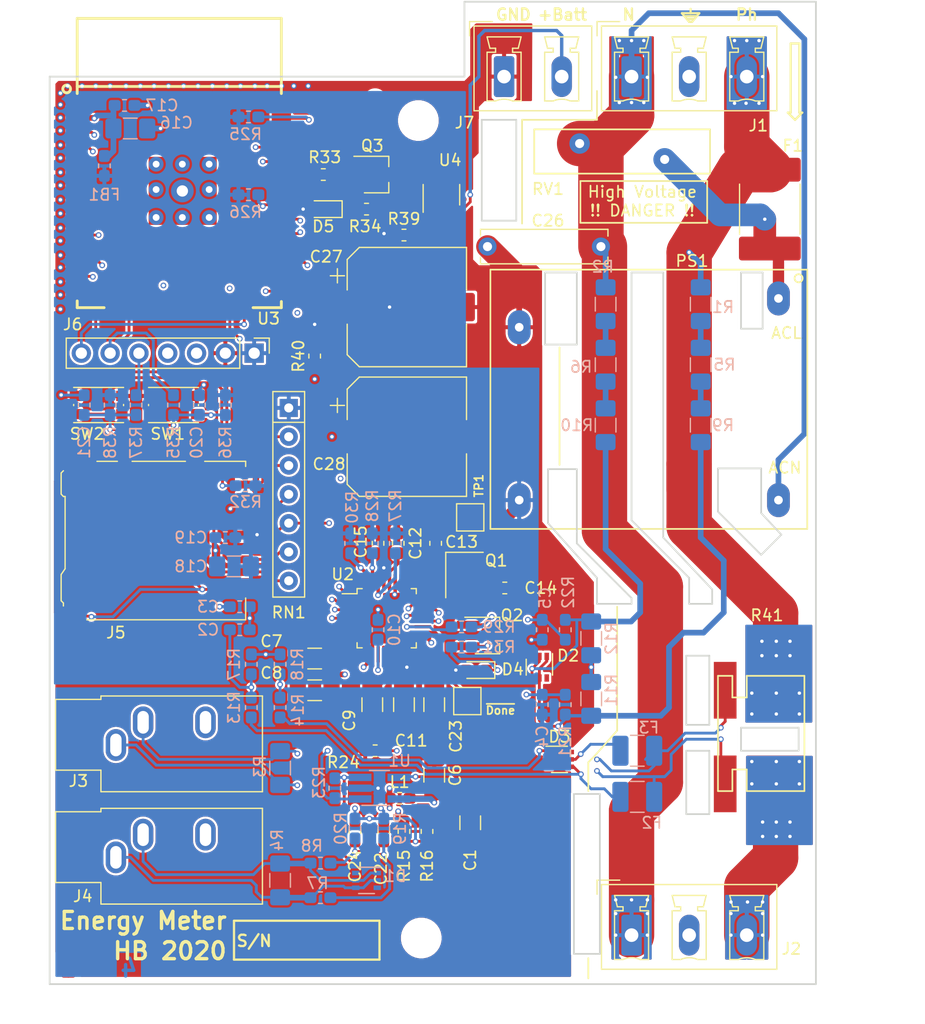
<source format=kicad_pcb>
(kicad_pcb (version 20171130) (host pcbnew 5.1.8-db9833491~88~ubuntu18.04.1)
  (layers (0 F.Cu signal) (1 In1.Cu signal hide) (2 In2.Cu signal hide) (31 B.Cu signal hide) (34 B.Paste user) (35 F.Paste user) (36 B.SilkS user) (37 F.SilkS user) (38 B.Mask user) (39 F.Mask user) (44 Edge.Cuts user))
  (net 0 "")
  (net 1 GND)
  (net 2 "Net-(C1-Pad1)")
  (net 3 /Measurements/I_MEAS_P)
  (net 4 /Measurements/I_MEAS_N)
  (net 5 /Measurements/U_MEAS_P)
  (net 6 /Measurements/U_MEAS_N)
  (net 7 +3.3VA)
  (net 8 "Net-(C9-Pad1)")
  (net 9 "Net-(C10-Pad1)")
  (net 10 "Net-(C11-Pad1)")
  (net 11 "Net-(C12-Pad1)")
  (net 12 "Net-(C13-Pad1)")
  (net 13 "Net-(C14-Pad1)")
  (net 14 +3V3)
  (net 15 "Net-(C16-Pad1)")
  (net 16 "Net-(C20-Pad1)")
  (net 17 "Net-(C21-Pad1)")
  (net 18 Earth)
  (net 19 "Net-(D2-Pad1)")
  (net 20 "Net-(D2-Pad2)")
  (net 21 "Net-(D4-Pad1)")
  (net 22 "Net-(D5-Pad1)")
  (net 23 /Measurements/I_N)
  (net 24 /Measurements/I_P)
  (net 25 /Measurements/I_HOMO_P)
  (net 26 /Measurements/I_HOMO_N)
  (net 27 /CPU_IoT/SD_DET)
  (net 28 /CPU_IoT/SD_CMD)
  (net 29 /CPU_IoT/SD_CLK)
  (net 30 /CPU_IoT/SD_DATA0)
  (net 31 "Net-(J5-Pad11)")
  (net 32 /CPU_IoT/TxD0)
  (net 33 /CPU_IoT/RxD0)
  (net 34 /CPU_IoT/GPIO0)
  (net 35 /CPU_IoT/EN)
  (net 36 "Net-(Q2-Pad1)")
  (net 37 "Net-(Q3-Pad1)")
  (net 38 "Net-(Q3-Pad3)")
  (net 39 "Net-(R1-Pad1)")
  (net 40 "Net-(R2-Pad1)")
  (net 41 "Net-(R5-Pad1)")
  (net 42 "Net-(R10-Pad2)")
  (net 43 /Measurements/ADC_I_Homopolar)
  (net 44 /Measurements/DIN_SPI)
  (net 45 /CPU_IoT/DIN_MASTER_SPI)
  (net 46 "Net-(R27-Pad1)")
  (net 47 "Net-(R28-Pad1)")
  (net 48 /CPU_IoT/~DRDY_SPI)
  (net 49 "Net-(R30-Pad1)")
  (net 50 /CPU_IoT/ALIVE)
  (net 51 /CPU_IoT/~RESET)
  (net 52 /CPU_IoT/SCLK_SPI)
  (net 53 /CPU_IoT/~CS_SPI)
  (net 54 "Net-(J2-Pad3)")
  (net 55 "Net-(J7-Pad2)")
  (net 56 /Measurements/Vaa)
  (net 57 "Net-(Q2-Pad2)")
  (net 58 /CPU_IoT/SD_DATA1)
  (net 59 /CPU_IoT/SD_DATA2)
  (net 60 /CPU_IoT/SD_DATA3)
  (net 61 /Power/PH)
  (net 62 /Measurements/Neutral)
  (net 63 /Measurements/PH)
  (net 64 "Net-(R39-Pad2)")
  (net 65 "Net-(C22-Pad1)")
  (net 66 "Net-(C24-Pad2)")
  (net 67 "Net-(D3-Pad2)")
  (net 68 "Net-(D3-Pad1)")
  (net 69 "Net-(TP2-Pad1)")
  (module TestPoint:TestPoint_Pad_2.0x2.0mm (layer F.Cu) (at 207.518 151.8285)
    (fp_text reference ~Done (at 2.921 0.8255) (layer F.SilkS) (effects (font (size 0.7 0.7))))
    (fp_text value TestPoint_Alt)
    (pad 1 smd rect (at 0 0) (size 2 2) (layers F.Cu F.Mask) (net 69 "Net-(TP2-Pad1)"))
  )
  (module Package_TO_SOT_SMD:SOT-363_SC-70-6 (layer F.Cu) (at 215.646 156.972)
    (fp_text reference D3 (at 0 -2) (layer F.SilkS))
    (fp_text value BAV99S)
    (pad 6 smd rect (at 0.95 -0.65) (size 0.65 0.4) (layers F.Cu F.Paste F.Mask))
    (pad 4 smd rect (at 0.95 0.65) (size 0.65 0.4) (layers F.Cu F.Paste F.Mask) (net 67 "Net-(D3-Pad2)"))
    (pad 2 smd rect (at -0.95 0) (size 0.65 0.4) (layers F.Cu F.Paste F.Mask) (net 67 "Net-(D3-Pad2)"))
    (pad 5 smd rect (at 0.95 0) (size 0.65 0.4) (layers F.Cu F.Paste F.Mask) (net 68 "Net-(D3-Pad1)"))
    (pad 3 smd rect (at -0.95 0.65) (size 0.65 0.4) (layers F.Cu F.Paste F.Mask))
    (pad 1 smd rect (at -0.95 -0.65) (size 0.65 0.4) (layers F.Cu F.Paste F.Mask) (net 68 "Net-(D3-Pad1)"))
  )
  (module Resistors_SMD:CSS4J-4026R-1L00F (layer F.Cu) (at 234.696 150.876 270)
    (fp_text reference R41 (at -6.604 0.762) (layer F.SilkS))
    (fp_text value CSS4J hide)
    (pad 3 smd rect (at 8.255 4.445 270) (size 5 2) (layers F.Cu F.Paste F.Mask) (net 24 /Measurements/I_P))
    (pad 2 smd rect (at 0 4.445 270) (size 5 2) (layers F.Cu F.Paste F.Mask) (net 23 /Measurements/I_N))
    (pad 4 smd rect (at 8.255 0 270) (size 5 5) (layers F.Cu F.Paste F.Mask) (net 54 "Net-(J2-Pad3)"))
    (pad 1 smd rect (at 0 0 270) (size 5 5) (layers F.Cu F.Paste F.Mask) (net 63 /Measurements/PH))
  )
  (module Fuse:Fuse_1210_3225Metric_Pad1.42x2.65mm_HandSolder (layer B.Cu) (at 222.504 156.21 180)
    (fp_text reference F3 (at -1.016 2.032) (layer B.SilkS) (effects (justify mirror)))
    (fp_text value Fuse_Small)
    (pad 2 smd roundrect (at 1.4875 0 180) (size 1.425 2.65) (layers B.Cu B.Paste B.Mask) (roundrect_rratio 0.175439) (net 68 "Net-(D3-Pad1)"))
    (pad 1 smd roundrect (at -1.4875 0 180) (size 1.425 2.65) (layers B.Cu B.Paste B.Mask) (roundrect_rratio 0.175439) (net 23 /Measurements/I_N))
  )
  (module Fuse:Fuse_1210_3225Metric_Pad1.42x2.65mm_HandSolder (layer B.Cu) (at 222.504 160.274 180)
    (fp_text reference F2 (at -1.27 -2.286) (layer B.SilkS) (effects (justify mirror)))
    (fp_text value Fuse_Small)
    (pad 2 smd roundrect (at 1.4875 0 180) (size 1.425 2.65) (layers B.Cu B.Paste B.Mask) (roundrect_rratio 0.175439) (net 67 "Net-(D3-Pad2)"))
    (pad 1 smd roundrect (at -1.4875 0 180) (size 1.425 2.65) (layers B.Cu B.Paste B.Mask) (roundrect_rratio 0.175439) (net 24 /Measurements/I_P))
  )
  (module Capacitor_SMD:C_0603_1608Metric_Pad1.05x0.95mm_HandSolder (layer F.Cu) (at 197.612 163.322 270)
    (fp_text reference C24 (at 3.048 0 90) (layer F.SilkS))
    (fp_text value 1uF/16V)
    (pad 2 smd roundrect (at 0.875 0 270) (size 1.05 0.95) (layers F.Cu F.Paste F.Mask) (net 66 "Net-(C24-Pad2)"))
    (pad 1 smd roundrect (at -0.875 0 270) (size 1.05 0.95) (layers F.Cu F.Paste F.Mask) (net 2 "Net-(C1-Pad1)"))
  )
  (module Capacitor_SMD:C_0603_1608Metric_Pad1.05x0.95mm_HandSolder (layer F.Cu) (at 200.152 163.322 90)
    (fp_text reference C22 (at -3.302 -0.254 90) (layer F.SilkS))
    (fp_text value 1uF/16V)
    (pad 2 smd roundrect (at 0.875 0 90) (size 1.05 0.95) (layers F.Cu F.Paste F.Mask) (net 2 "Net-(C1-Pad1)"))
    (pad 1 smd roundrect (at -0.875 0 90) (size 1.05 0.95) (layers F.Cu F.Paste F.Mask) (net 65 "Net-(C22-Pad1)"))
  )
  (module TestPoint:TestPoint_Pad_2.0x2.0mm (layer F.Cu) (at 207.772 135.636)
    (fp_text reference TP1 (at 0.762 -2.794 90) (layer F.SilkS) (effects (font (size 0.75 0.75))))
    (fp_text value TestPoint_Alt)
    (pad 1 smd rect (at 0 0) (size 2 2) (layers F.Cu F.Mask) (net 14 +3V3))
  )
  (module HB_LIB:RAC03-XXSGB (layer F.Cu) (at 234.95 116.332 180)
    (fp_text reference PS1 (at 7.62 3.302 180) (layer F.SilkS))
    (fp_text value RAC03-3.3SK)
    (fp_text user ACN (at -0.5715 -14.9225 180) (layer F.SilkS))
    (fp_text user ACL (at -0.6985 -3.048 180) (layer F.SilkS))
    (pad 4 thru_hole oval (at 0 -17.78 180) (size 2 3) (drill 0.762) (layers *.Cu *.Mask) (net 62 /Measurements/Neutral))
    (pad 3 thru_hole oval (at 22.86 -17.78 180) (size 2 3) (drill 0.762) (layers *.Cu *.Mask) (net 14 +3V3))
    (pad 2 thru_hole oval (at 22.86 -2.54 180) (size 2 3) (drill 0.762) (layers *.Cu *.Mask) (net 1 GND))
    (pad 1 thru_hole oval (at 0 0 180) (size 2 3) (drill 0.762) (layers *.Cu *.Mask) (net 61 /Power/PH))
  )
  (module Resistor_SMD:R_0603_1608Metric_Pad1.05x0.95mm_HandSolder (layer F.Cu) (at 194.056 121.412 90)
    (fp_text reference R40 (at 0 -1.43 90) (layer F.SilkS))
    (fp_text value 4.7)
    (pad 2 smd roundrect (at 0.875 0 90) (size 1.05 0.95) (layers F.Cu F.Paste F.Mask) (net 14 +3V3))
    (pad 1 smd roundrect (at -0.875 0 90) (size 1.05 0.95) (layers F.Cu F.Paste F.Mask) (net 7 +3.3VA))
  )
  (module Resistor_SMD:R_0603_1608Metric_Pad1.05x0.95mm_HandSolder (layer F.Cu) (at 201.93 110.744)
    (fp_text reference R39 (at 0 -1.43) (layer F.SilkS))
    (fp_text value 4.7)
    (pad 2 smd roundrect (at 0.875 0) (size 1.05 0.95) (layers F.Cu F.Paste F.Mask) (net 64 "Net-(R39-Pad2)"))
    (pad 1 smd roundrect (at -0.875 0) (size 1.05 0.95) (layers F.Cu F.Paste F.Mask) (net 14 +3V3))
  )
  (module Package_TO_SOT_SMD:SOT-23-5_HandSoldering (layer F.Cu) (at 205.232 107.188 90)
    (fp_text reference U4 (at 3.048 0.762 180) (layer F.SilkS))
    (fp_text value TLV75533PDBV)
    (pad 5 smd rect (at 1.35 -0.95 90) (size 1.56 0.65) (layers F.Cu F.Paste F.Mask) (net 64 "Net-(R39-Pad2)"))
    (pad 4 smd rect (at 1.35 0.95 90) (size 1.56 0.65) (layers F.Cu F.Paste F.Mask))
    (pad 3 smd rect (at -1.35 0.95 90) (size 1.56 0.65) (layers F.Cu F.Paste F.Mask) (net 55 "Net-(J7-Pad2)"))
    (pad 2 smd rect (at -1.35 0 90) (size 1.56 0.65) (layers F.Cu F.Paste F.Mask) (net 1 GND))
    (pad 1 smd rect (at -1.35 -0.95 90) (size 1.56 0.65) (layers F.Cu F.Paste F.Mask) (net 55 "Net-(J7-Pad2)"))
  )
  (module Inductor_SMD:L_0603_1608Metric_Pad1.05x0.95mm_HandSolder (layer F.Cu) (at 201.549 160.401)
    (fp_text reference L1 (at 0 -1.43) (layer F.SilkS))
    (fp_text value Ferrite_Bead_Small)
    (pad 1 smd roundrect (at -0.875 0) (size 1.05 0.95) (layers F.Cu F.Paste F.Mask) (net 7 +3.3VA))
    (pad 2 smd roundrect (at 0.875 0) (size 1.05 0.95) (layers F.Cu F.Paste F.Mask) (net 56 /Measurements/Vaa))
  )
  (module Package_TO_SOT_SMD:TSOT-23-5_HandSoldering (layer B.Cu) (at 199.771 159.512)
    (fp_text reference U1 (at 1.778 -2.413) (layer B.SilkS) (effects (justify mirror)))
    (fp_text value AD8603)
    (pad 1 smd rect (at -1.71 0.95) (size 2 0.65) (layers B.Cu B.Paste B.Mask) (net 43 /Measurements/ADC_I_Homopolar))
    (pad 2 smd rect (at -1.71 0) (size 2 0.65) (layers B.Cu B.Paste B.Mask) (net 1 GND))
    (pad 3 smd rect (at -1.71 -0.95) (size 2 0.65) (layers B.Cu B.Paste B.Mask) (net 65 "Net-(C22-Pad1)"))
    (pad 4 smd rect (at 1.71 -0.95) (size 2 0.65) (layers B.Cu B.Paste B.Mask) (net 66 "Net-(C24-Pad2)"))
    (pad 5 smd rect (at 1.71 0.95) (size 2 0.65) (layers B.Cu B.Paste B.Mask) (net 56 /Measurements/Vaa))
  )
  (module Capacitor_SMD:C_1206_3216Metric_Pad1.42x1.75mm_HandSolder (layer F.Cu) (at 204.597 152.146 270)
    (fp_text reference C23 (at 2.794 -1.905 90) (layer F.SilkS))
    (fp_text value 1uF)
    (pad 1 smd roundrect (at -1.4875 0 270) (size 1.425 1.75) (layers F.Cu F.Paste F.Mask) (roundrect_rratio 0.175439) (net 14 +3V3))
    (pad 2 smd roundrect (at 1.4875 0 270) (size 1.425 1.75) (layers F.Cu F.Paste F.Mask) (roundrect_rratio 0.175439) (net 1 GND))
  )
  (module Package_TO_SOT_SMD:SOT-23W_Handsoldering (layer F.Cu) (at 199.517 105.41)
    (fp_text reference Q3 (at -0.381 -2.54) (layer F.SilkS))
    (fp_text value Si2305CDS)
    (pad 3 smd rect (at 1.7 0) (size 2 0.7) (layers F.Cu F.Paste F.Mask) (net 38 "Net-(Q3-Pad3)"))
    (pad 2 smd rect (at -1.7 0.95) (size 2 0.7) (layers F.Cu F.Paste F.Mask) (net 1 GND))
    (pad 1 smd rect (at -1.7 -0.95) (size 2 0.7) (layers F.Cu F.Paste F.Mask) (net 37 "Net-(Q3-Pad1)"))
  )
  (module Package_TO_SOT_SMD:SOT-23W_Handsoldering (layer F.Cu) (at 209.296 146.05)
    (fp_text reference Q2 (at 2.159 -1.778) (layer F.SilkS))
    (fp_text value Si2305CDS)
    (pad 1 smd rect (at -1.7 -0.95) (size 2 0.7) (layers F.Cu F.Paste F.Mask) (net 36 "Net-(Q2-Pad1)"))
    (pad 2 smd rect (at -1.7 0.95) (size 2 0.7) (layers F.Cu F.Paste F.Mask) (net 57 "Net-(Q2-Pad2)"))
    (pad 3 smd rect (at 1.7 0) (size 2 0.7) (layers F.Cu F.Paste F.Mask) (net 1 GND))
  )
  (module Connector_Phoenix_MC_HighVoltage:PhoenixContact_MCV_1,5_2-G-5.08_1x02_P5.08mm_Vertical (layer F.Cu) (at 210.7565 96.774)
    (fp_text reference J7 (at -3.4925 4.064) (layer F.SilkS))
    (fp_text value Conn_01x02_Female)
    (pad 1 thru_hole roundrect (at 0 0) (size 1.8 3.6) (drill 1.2) (layers *.Cu *.Mask) (roundrect_rratio 0.138889) (net 1 GND))
    (pad 2 thru_hole oval (at 5.08 0) (size 1.8 3.6) (drill 1.2) (layers *.Cu *.Mask) (net 55 "Net-(J7-Pad2)"))
  )
  (module Capacitor_SMD:C_0603_1608Metric_Pad1.05x0.95mm_HandSolder (layer B.Cu) (at 177.292 99.314 180)
    (fp_text reference C17 (at -3.302 0 180) (layer B.SilkS) (effects (justify mirror)))
    (fp_text value 100nF)
    (pad 1 smd roundrect (at -0.875 0 180) (size 1.05 0.95) (layers B.Cu B.Paste B.Mask) (net 1 GND))
    (pad 2 smd roundrect (at 0.875 0 180) (size 1.05 0.95) (layers B.Cu B.Paste B.Mask) (net 15 "Net-(C16-Pad1)"))
  )
  (module Capacitor_SMD:C_1206_3216Metric_Pad1.42x1.75mm_HandSolder (layer F.Cu) (at 207.772 162.56 90)
    (fp_text reference C1 (at -3.302 0 90) (layer F.SilkS))
    (fp_text value 10uF)
    (pad 2 smd roundrect (at 1.4875 0 90) (size 1.425 1.75) (layers F.Cu F.Paste F.Mask) (roundrect_rratio 0.175439) (net 1 GND))
    (pad 1 smd roundrect (at -1.4875 0 90) (size 1.425 1.75) (layers F.Cu F.Paste F.Mask) (roundrect_rratio 0.175439) (net 2 "Net-(C1-Pad1)"))
  )
  (module Fuse:Fuse_2920_7451Metric_Pad2.10x5.45mm_HandSolder (layer F.Cu) (at 234.188 108.458 270)
    (fp_text reference F1 (at -5.588 -2.032) (layer F.SilkS))
    (fp_text value Fuse_Small)
    (pad 1 smd roundrect (at -3.475 0 270) (size 2.1 5.45) (layers F.Cu F.Paste F.Mask) (roundrect_rratio 0.119048) (net 63 /Measurements/PH))
    (pad 2 smd roundrect (at 3.475 0 270) (size 2.1 5.45) (layers F.Cu F.Paste F.Mask) (roundrect_rratio 0.119048) (net 61 /Power/PH))
  )
  (module HB_LIB:ESP-WROOM-32_MODULE (layer F.Cu) (at 182.118 104.394)
    (fp_text reference U3 (at 7.874 13.716 180) (layer F.SilkS) (effects (font (thickness 0.15875))))
    (fp_text value "ESP32-WROVER(_PCB,_IPEX,-xB)_and_ESP-WROOM-32-Universal-OLIMEX_Cases")
    (pad 39 thru_hole circle (at -2.0404 4.7998) (size 1.3 1.3) (drill 0.6) (layers *.Cu *.Mask) (net 1 GND))
    (pad 39 thru_hole circle (at 0.271 2.463) (size 2 2) (drill 1) (layers *.Cu *.Mask) (net 1 GND))
    (pad 39 smd rect (at 0.3 2.45) (size 6 6) (layers F.Cu F.Mask) (net 1 GND))
    (pad 38 smd rect (at 9 -5.21) (size 1.7 0.9) (layers F.Cu F.Paste F.Mask) (net 1 GND))
    (pad 37 smd rect (at 9 -3.94) (size 1.7 0.9) (layers F.Cu F.Paste F.Mask) (net 44 /Measurements/DIN_SPI))
    (pad 36 smd rect (at 9 -2.67) (size 1.7 0.9) (layers F.Cu F.Paste F.Mask))
    (pad 35 smd rect (at 9 -1.4) (size 1.7 0.9) (layers F.Cu F.Paste F.Mask) (net 32 /CPU_IoT/TxD0))
    (pad 34 smd rect (at 9 -0.13) (size 1.7 0.9) (layers F.Cu F.Paste F.Mask) (net 33 /CPU_IoT/RxD0))
    (pad 33 smd rect (at 9 1.14) (size 1.7 0.9) (layers F.Cu F.Paste F.Mask) (net 50 /CPU_IoT/ALIVE))
    (pad 32 smd rect (at 9 2.41) (size 1.7 0.9) (layers F.Cu F.Paste F.Mask))
    (pad 31 smd rect (at 9 3.68) (size 1.7 0.9) (layers F.Cu F.Paste F.Mask) (net 45 /CPU_IoT/DIN_MASTER_SPI))
    (pad 30 smd rect (at 9 4.95) (size 1.7 0.9) (layers F.Cu F.Paste F.Mask) (net 52 /CPU_IoT/SCLK_SPI))
    (pad 29 smd rect (at 9 6.22) (size 1.7 0.9) (layers F.Cu F.Paste F.Mask) (net 53 /CPU_IoT/~CS_SPI))
    (pad 28 smd rect (at 9 7.49) (size 1.7 0.9) (layers F.Cu F.Paste F.Mask))
    (pad 27 smd rect (at 9 8.76) (size 1.7 0.9) (layers F.Cu F.Paste F.Mask) (net 27 /CPU_IoT/SD_DET))
    (pad 26 smd rect (at 9 10.03) (size 1.7 0.9) (layers F.Cu F.Paste F.Mask) (net 58 /CPU_IoT/SD_DATA1))
    (pad 25 smd rect (at 9 11.3) (size 1.7 0.9) (layers F.Cu F.Paste F.Mask) (net 34 /CPU_IoT/GPIO0))
    (pad 24 smd rect (at 5.73 12.75) (size 0.9 1.7) (layers F.Cu F.Paste F.Mask) (net 30 /CPU_IoT/SD_DATA0))
    (pad 23 smd rect (at 4.46 12.75) (size 0.9 1.7) (layers F.Cu F.Paste F.Mask) (net 28 /CPU_IoT/SD_CMD))
    (pad 22 smd rect (at 3.19 12.75) (size 0.9 1.7) (layers F.Cu F.Paste F.Mask))
    (pad 21 smd rect (at 1.92 12.75) (size 0.9 1.7) (layers F.Cu F.Paste F.Mask))
    (pad 20 smd rect (at 0.65 12.75) (size 0.9 1.7) (layers F.Cu F.Paste F.Mask))
    (pad 19 smd rect (at -0.62 12.75) (size 0.9 1.7) (layers F.Cu F.Paste F.Mask))
    (pad 18 smd rect (at -1.89 12.75) (size 0.9 1.7) (layers F.Cu F.Paste F.Mask))
    (pad 17 smd rect (at -3.16 12.75) (size 0.9 1.7) (layers F.Cu F.Paste F.Mask))
    (pad 16 smd rect (at -4.43 12.75) (size 0.9 1.7) (layers F.Cu F.Paste F.Mask) (net 60 /CPU_IoT/SD_DATA3))
    (pad 15 smd rect (at -5.7 12.75) (size 0.9 1.7) (layers F.Cu F.Paste F.Mask) (net 1 GND))
    (pad 14 smd rect (at -9 11.26) (size 1.7 0.9) (layers F.Cu F.Paste F.Mask) (net 59 /CPU_IoT/SD_DATA2))
    (pad 13 smd rect (at -9 9.99) (size 1.7 0.9) (layers F.Cu F.Paste F.Mask) (net 29 /CPU_IoT/SD_CLK))
    (pad 12 smd rect (at -9 8.72) (size 1.7 0.9) (layers F.Cu F.Paste F.Mask) (net 51 /CPU_IoT/~RESET))
    (pad 11 smd rect (at -9 7.45) (size 1.7 0.9) (layers F.Cu F.Paste F.Mask))
    (pad 10 smd rect (at -9 6.18) (size 1.7 0.9) (layers F.Cu F.Paste F.Mask) (net 48 /CPU_IoT/~DRDY_SPI))
    (pad 9 smd rect (at -9 4.91) (size 1.7 0.9) (layers F.Cu F.Paste F.Mask))
    (pad 8 smd rect (at -9 3.64) (size 1.7 0.9) (layers F.Cu F.Paste F.Mask))
    (pad 7 smd rect (at -9 2.37) (size 1.7 0.9) (layers F.Cu F.Paste F.Mask))
    (pad 6 smd rect (at -9 1.1) (size 1.7 0.9) (layers F.Cu F.Paste F.Mask))
    (pad 5 smd rect (at -9 -0.17) (size 1.7 0.9) (layers F.Cu F.Paste F.Mask))
    (pad 4 smd rect (at -9 -1.44) (size 1.7 0.9) (layers F.Cu F.Paste F.Mask) (net 43 /Measurements/ADC_I_Homopolar))
    (pad 3 smd rect (at -9 -2.71) (size 1.7 0.9) (layers F.Cu F.Paste F.Mask) (net 35 /CPU_IoT/EN))
    (pad 2 smd rect (at -9 -3.98) (size 1.7 0.9) (layers F.Cu F.Paste F.Mask) (net 15 "Net-(C16-Pad1)"))
    (pad 1 smd rect (at -9 -5.25) (size 1.7 0.9) (layers F.Cu F.Paste F.Mask) (net 1 GND))
    (pad 39 thru_hole circle (at 2.6332 4.7998) (size 1.3 1.3) (drill 0.6) (layers *.Cu *.Mask) (net 1 GND))
    (pad 39 thru_hole circle (at -2.0404 0.1008) (size 1.3 1.3) (drill 0.6) (layers *.Cu *.Mask) (net 1 GND))
    (pad 39 thru_hole circle (at 2.6332 0.1008) (size 1.3 1.3) (drill 0.6) (layers *.Cu *.Mask) (net 1 GND))
    (pad 39 thru_hole circle (at 0.271 0.1008) (size 1.3 1.3) (drill 0.6) (layers *.Cu *.Mask) (net 1 GND))
    (pad 39 thru_hole circle (at 0.271 4.7998) (size 1.3 1.3) (drill 0.6) (layers *.Cu *.Mask) (net 1 GND))
    (pad 39 thru_hole circle (at -2.0404 2.336) (size 1.3 1.3) (drill 0.6) (layers *.Cu *.Mask) (net 1 GND))
    (pad 39 thru_hole circle (at 2.6332 2.336) (size 1.3 1.3) (drill 0.6) (layers *.Cu *.Mask) (net 1 GND))
  )
  (module Capacitor_SMD:C_0603_1608Metric_Pad1.05x0.95mm_HandSolder (layer B.Cu) (at 187.452 145.542 180)
    (fp_text reference C2 (at 2.794 0 180) (layer B.SilkS) (effects (justify mirror)))
    (fp_text value 1uF/16V)
    (pad 2 smd roundrect (at 0.875 0 180) (size 1.05 0.95) (layers B.Cu B.Paste B.Mask) (net 3 /Measurements/I_MEAS_P))
    (pad 1 smd roundrect (at -0.875 0 180) (size 1.05 0.95) (layers B.Cu B.Paste B.Mask) (net 1 GND))
  )
  (module Capacitor_SMD:C_0603_1608Metric_Pad1.05x0.95mm_HandSolder (layer B.Cu) (at 187.452 143.51)
    (fp_text reference C3 (at -2.794 0) (layer B.SilkS) (effects (justify mirror)))
    (fp_text value 1uF/16V)
    (pad 1 smd roundrect (at -0.875 0) (size 1.05 0.95) (layers B.Cu B.Paste B.Mask) (net 4 /Measurements/I_MEAS_N))
    (pad 2 smd roundrect (at 0.875 0) (size 1.05 0.95) (layers B.Cu B.Paste B.Mask) (net 1 GND))
  )
  (module Capacitor_SMD:C_0603_1608Metric_Pad1.05x0.95mm_HandSolder (layer B.Cu) (at 214.122 152.146 270)
    (fp_text reference C4 (at 2.794 0 270) (layer B.SilkS) (effects (justify mirror)))
    (fp_text value 470pF)
    (pad 1 smd roundrect (at -0.875 0 270) (size 1.05 0.95) (layers B.Cu B.Paste B.Mask) (net 5 /Measurements/U_MEAS_P))
    (pad 2 smd roundrect (at 0.875 0 270) (size 1.05 0.95) (layers B.Cu B.Paste B.Mask) (net 1 GND))
  )
  (module Capacitor_SMD:C_0603_1608Metric_Pad1.05x0.95mm_HandSolder (layer B.Cu) (at 214.122 145.542 90)
    (fp_text reference C5 (at 2.794 0.254 90) (layer B.SilkS) (effects (justify mirror)))
    (fp_text value 470pF)
    (pad 2 smd roundrect (at 0.875 0 90) (size 1.05 0.95) (layers B.Cu B.Paste B.Mask) (net 6 /Measurements/U_MEAS_N))
    (pad 1 smd roundrect (at -0.875 0 90) (size 1.05 0.95) (layers B.Cu B.Paste B.Mask) (net 1 GND))
  )
  (module Capacitor_SMD:C_1206_3216Metric_Pad1.42x1.75mm_HandSolder (layer F.Cu) (at 204.597 158.369 90)
    (fp_text reference C6 (at 0 1.8415 90) (layer F.SilkS))
    (fp_text value 10uF)
    (pad 1 smd roundrect (at -1.4875 0 90) (size 1.425 1.75) (layers F.Cu F.Paste F.Mask) (roundrect_rratio 0.175439) (net 56 /Measurements/Vaa))
    (pad 2 smd roundrect (at 1.4875 0 90) (size 1.425 1.75) (layers F.Cu F.Paste F.Mask) (roundrect_rratio 0.175439) (net 1 GND))
  )
  (module Capacitor_SMD:C_1206_3216Metric_Pad1.42x1.75mm_HandSolder (layer F.Cu) (at 194.056 148.082 180)
    (fp_text reference C7 (at 3.81 1.524 180) (layer F.SilkS))
    (fp_text value 10uF)
    (pad 1 smd roundrect (at -1.4875 0 180) (size 1.425 1.75) (layers F.Cu F.Paste F.Mask) (roundrect_rratio 0.175439) (net 7 +3.3VA))
    (pad 2 smd roundrect (at 1.4875 0 180) (size 1.425 1.75) (layers F.Cu F.Paste F.Mask) (roundrect_rratio 0.175439) (net 1 GND))
  )
  (module Capacitor_SMD:C_1206_3216Metric_Pad1.42x1.75mm_HandSolder (layer F.Cu) (at 194.056 150.876 180)
    (fp_text reference C8 (at 3.81 1.524 180) (layer F.SilkS))
    (fp_text value 1uF)
    (pad 1 smd roundrect (at -1.4875 0 180) (size 1.425 1.75) (layers F.Cu F.Paste F.Mask) (roundrect_rratio 0.175439) (net 7 +3.3VA))
    (pad 2 smd roundrect (at 1.4875 0 180) (size 1.425 1.75) (layers F.Cu F.Paste F.Mask) (roundrect_rratio 0.175439) (net 1 GND))
  )
  (module Capacitor_SMD:C_1206_3216Metric_Pad1.42x1.75mm_HandSolder (layer F.Cu) (at 199.136 152.146 270)
    (fp_text reference C9 (at 1.397 2.032 90) (layer F.SilkS))
    (fp_text value 1uF)
    (pad 1 smd roundrect (at -1.4875 0 270) (size 1.425 1.75) (layers F.Cu F.Paste F.Mask) (roundrect_rratio 0.175439) (net 8 "Net-(C9-Pad1)"))
    (pad 2 smd roundrect (at 1.4875 0 270) (size 1.425 1.75) (layers F.Cu F.Paste F.Mask) (roundrect_rratio 0.175439) (net 1 GND))
  )
  (module Capacitor_SMD:C_0603_1608Metric_Pad1.05x0.95mm_HandSolder (layer B.Cu) (at 199.644 145.542 90)
    (fp_text reference C10 (at 0 1.43 90) (layer B.SilkS) (effects (justify mirror)))
    (fp_text value 270nF)
    (pad 1 smd roundrect (at -0.875 0 90) (size 1.05 0.95) (layers B.Cu B.Paste B.Mask) (net 9 "Net-(C10-Pad1)"))
    (pad 2 smd roundrect (at 0.875 0 90) (size 1.05 0.95) (layers B.Cu B.Paste B.Mask) (net 1 GND))
  )
  (module Capacitor_SMD:C_1206_3216Metric_Pad1.42x1.75mm_HandSolder (layer F.Cu) (at 201.93 152.146 270)
    (fp_text reference C11 (at 3.175 -0.635) (layer F.SilkS))
    (fp_text value 1uF)
    (pad 2 smd roundrect (at 1.4875 0 270) (size 1.425 1.75) (layers F.Cu F.Paste F.Mask) (roundrect_rratio 0.175439) (net 1 GND))
    (pad 1 smd roundrect (at -1.4875 0 270) (size 1.425 1.75) (layers F.Cu F.Paste F.Mask) (roundrect_rratio 0.175439) (net 10 "Net-(C11-Pad1)"))
  )
  (module Capacitor_SMD:C_0603_1608Metric_Pad1.05x0.95mm_HandSolder (layer F.Cu) (at 201.422 137.922 90)
    (fp_text reference C12 (at 0 1.524 90) (layer F.SilkS))
    (fp_text value 270nF)
    (pad 2 smd roundrect (at 0.875 0 90) (size 1.05 0.95) (layers F.Cu F.Paste F.Mask) (net 1 GND))
    (pad 1 smd roundrect (at -0.875 0 90) (size 1.05 0.95) (layers F.Cu F.Paste F.Mask) (net 11 "Net-(C12-Pad1)"))
  )
  (module Capacitor_SMD:C_0603_1608Metric_Pad1.05x0.95mm_HandSolder (layer F.Cu) (at 204.724 137.922 90)
    (fp_text reference C13 (at 0.127 2.286) (layer F.SilkS))
    (fp_text value C_Small)
    (pad 2 smd roundrect (at 0.875 0 90) (size 1.05 0.95) (layers F.Cu F.Paste F.Mask) (net 1 GND))
    (pad 1 smd roundrect (at -0.875 0 90) (size 1.05 0.95) (layers F.Cu F.Paste F.Mask) (net 12 "Net-(C13-Pad1)"))
  )
  (module Capacitor_SMD:C_0603_1608Metric_Pad1.05x0.95mm_HandSolder (layer F.Cu) (at 210.82 141.859)
    (fp_text reference C14 (at 3.175 0) (layer F.SilkS))
    (fp_text value C_Small)
    (pad 1 smd roundrect (at -0.875 0) (size 1.05 0.95) (layers F.Cu F.Paste F.Mask) (net 13 "Net-(C14-Pad1)"))
    (pad 2 smd roundrect (at 0.875 0) (size 1.05 0.95) (layers F.Cu F.Paste F.Mask) (net 1 GND))
  )
  (module Capacitor_SMD:C_0603_1608Metric_Pad1.05x0.95mm_HandSolder (layer F.Cu) (at 199.644 137.922 90)
    (fp_text reference C15 (at 0.127 -1.524 90) (layer F.SilkS))
    (fp_text value 100nF)
    (pad 1 smd roundrect (at -0.875 0 90) (size 1.05 0.95) (layers F.Cu F.Paste F.Mask) (net 14 +3V3))
    (pad 2 smd roundrect (at 0.875 0 90) (size 1.05 0.95) (layers F.Cu F.Paste F.Mask) (net 1 GND))
  )
  (module Capacitor_SMD:C_1206_3216Metric_Pad1.42x1.75mm_HandSolder (layer B.Cu) (at 177.8 101.346)
    (fp_text reference C16 (at 4.064 -0.508) (layer B.SilkS) (effects (justify mirror)))
    (fp_text value 10uF)
    (pad 2 smd roundrect (at 1.4875 0) (size 1.425 1.75) (layers B.Cu B.Paste B.Mask) (roundrect_rratio 0.175439) (net 1 GND))
    (pad 1 smd roundrect (at -1.4875 0) (size 1.425 1.75) (layers B.Cu B.Paste B.Mask) (roundrect_rratio 0.175439) (net 15 "Net-(C16-Pad1)"))
  )
  (module Capacitor_SMD:C_1206_3216Metric_Pad1.42x1.75mm_HandSolder (layer B.Cu) (at 186.944 139.954 180)
    (fp_text reference C18 (at 3.81 0 180) (layer B.SilkS) (effects (justify mirror)))
    (fp_text value 10uF)
    (pad 2 smd roundrect (at 1.4875 0 180) (size 1.425 1.75) (layers B.Cu B.Paste B.Mask) (roundrect_rratio 0.175439) (net 1 GND))
    (pad 1 smd roundrect (at -1.4875 0 180) (size 1.425 1.75) (layers B.Cu B.Paste B.Mask) (roundrect_rratio 0.175439) (net 14 +3V3))
  )
  (module Capacitor_SMD:C_0603_1608Metric_Pad1.05x0.95mm_HandSolder (layer B.Cu) (at 186.182 137.414)
    (fp_text reference C19 (at -3.048 0) (layer B.SilkS) (effects (justify mirror)))
    (fp_text value 100nF)
    (pad 1 smd roundrect (at -0.875 0) (size 1.05 0.95) (layers B.Cu B.Paste B.Mask) (net 1 GND))
    (pad 2 smd roundrect (at 0.875 0) (size 1.05 0.95) (layers B.Cu B.Paste B.Mask) (net 14 +3V3))
  )
  (module Capacitor_SMD:C_0603_1608Metric_Pad1.05x0.95mm_HandSolder (layer B.Cu) (at 183.896 125.73 90)
    (fp_text reference C20 (at -3.302 -0.254 90) (layer B.SilkS) (effects (justify mirror)))
    (fp_text value 100nF)
    (pad 1 smd roundrect (at -0.875 0 90) (size 1.05 0.95) (layers B.Cu B.Paste B.Mask) (net 16 "Net-(C20-Pad1)"))
    (pad 2 smd roundrect (at 0.875 0 90) (size 1.05 0.95) (layers B.Cu B.Paste B.Mask) (net 1 GND))
  )
  (module Capacitor_SMD:C_0603_1608Metric_Pad1.05x0.95mm_HandSolder (layer B.Cu) (at 173.736 125.73 90)
    (fp_text reference C21 (at -3.302 0 90) (layer B.SilkS) (effects (justify mirror)))
    (fp_text value 100nF)
    (pad 2 smd roundrect (at 0.875 0 90) (size 1.05 0.95) (layers B.Cu B.Paste B.Mask) (net 1 GND))
    (pad 1 smd roundrect (at -0.875 0 90) (size 1.05 0.95) (layers B.Cu B.Paste B.Mask) (net 17 "Net-(C21-Pad1)"))
  )
  (module Capacitor_THT:C_Rect_L11.0mm_W2.8mm_P10.00mm_MKT (layer F.Cu) (at 209.296 111.76)
    (fp_text reference C26 (at 5.334 -2.286) (layer F.SilkS))
    (fp_text value 1nF/400V)
    (pad 1 thru_hole circle (at 0 0) (size 1.6 1.6) (drill 0.8) (layers *.Cu *.Mask) (net 1 GND))
    (pad 2 thru_hole circle (at 10 0) (size 1.6 1.6) (drill 0.8) (layers *.Cu *.Mask) (net 62 /Measurements/Neutral))
  )
  (module Capacitor_SMD:CP_Elec_10x10 (layer F.Cu) (at 202.184 117.094)
    (fp_text reference C27 (at -7.112 -4.445) (layer F.SilkS))
    (fp_text value 470uF/25V)
    (pad 2 smd roundrect (at 4 0) (size 4 2.5) (layers F.Cu F.Paste F.Mask) (roundrect_rratio 0.1) (net 1 GND))
    (pad 1 smd roundrect (at -4 0) (size 4 2.5) (layers F.Cu F.Paste F.Mask) (roundrect_rratio 0.1) (net 14 +3V3))
  )
  (module Capacitor_SMD:CP_Elec_10x10 (layer F.Cu) (at 202.184 128.524)
    (fp_text reference C28 (at -6.858 2.413) (layer F.SilkS))
    (fp_text value 470uF/25V)
    (pad 1 smd roundrect (at -4 0) (size 4 2.5) (layers F.Cu F.Paste F.Mask) (roundrect_rratio 0.1) (net 7 +3.3VA))
    (pad 2 smd roundrect (at 4 0) (size 4 2.5) (layers F.Cu F.Paste F.Mask) (roundrect_rratio 0.1) (net 1 GND))
  )
  (module Package_TO_SOT_SMD:SOT-363_SC-70-6 (layer B.Cu) (at 198.628 167.64 180)
    (fp_text reference D1 (at -2.54 0.381 180) (layer B.SilkS) (effects (justify mirror)))
    (fp_text value BAV99S)
    (pad 1 smd rect (at -0.95 0.65 180) (size 0.65 0.4) (layers B.Cu B.Paste B.Mask) (net 26 /Measurements/I_HOMO_N))
    (pad 3 smd rect (at -0.95 -0.65 180) (size 0.65 0.4) (layers B.Cu B.Paste B.Mask))
    (pad 5 smd rect (at 0.95 0 180) (size 0.65 0.4) (layers B.Cu B.Paste B.Mask) (net 26 /Measurements/I_HOMO_N))
    (pad 2 smd rect (at -0.95 0 180) (size 0.65 0.4) (layers B.Cu B.Paste B.Mask) (net 25 /Measurements/I_HOMO_P))
    (pad 4 smd rect (at 0.95 -0.65 180) (size 0.65 0.4) (layers B.Cu B.Paste B.Mask) (net 25 /Measurements/I_HOMO_P))
    (pad 6 smd rect (at 0.95 0.65 180) (size 0.65 0.4) (layers B.Cu B.Paste B.Mask))
  )
  (module Package_TO_SOT_SMD:SOT-363_SC-70-6 (layer F.Cu) (at 213.868 148.844 270)
    (fp_text reference D2 (at -1.016 -2.54) (layer F.SilkS))
    (fp_text value BAV99S)
    (pad 1 smd rect (at -0.95 -0.65 270) (size 0.65 0.4) (layers F.Cu F.Paste F.Mask) (net 19 "Net-(D2-Pad1)"))
    (pad 3 smd rect (at -0.95 0.65 270) (size 0.65 0.4) (layers F.Cu F.Paste F.Mask))
    (pad 5 smd rect (at 0.95 0 270) (size 0.65 0.4) (layers F.Cu F.Paste F.Mask) (net 19 "Net-(D2-Pad1)"))
    (pad 2 smd rect (at -0.95 0 270) (size 0.65 0.4) (layers F.Cu F.Paste F.Mask) (net 20 "Net-(D2-Pad2)"))
    (pad 4 smd rect (at 0.95 0.65 270) (size 0.65 0.4) (layers F.Cu F.Paste F.Mask) (net 20 "Net-(D2-Pad2)"))
    (pad 6 smd rect (at 0.95 -0.65 270) (size 0.65 0.4) (layers F.Cu F.Paste F.Mask))
  )
  (module LED_SMD:LED_0603_1608Metric_Pad1.05x0.95mm_HandSolder (layer F.Cu) (at 208.28 149.098 180)
    (fp_text reference D4 (at -3.2385 0.0635 180) (layer F.SilkS))
    (fp_text value TOP_LEG_GREEN)
    (pad 1 smd roundrect (at -0.875 0 180) (size 1.05 0.95) (layers F.Cu F.Paste F.Mask) (net 21 "Net-(D4-Pad1)"))
    (pad 2 smd roundrect (at 0.875 0 180) (size 1.05 0.95) (layers F.Cu F.Paste F.Mask) (net 14 +3V3))
  )
  (module LED_SMD:LED_0603_1608Metric_Pad1.05x0.95mm_HandSolder (layer F.Cu) (at 194.818 108.458 180)
    (fp_text reference D5 (at 0 -1.524 180) (layer F.SilkS))
    (fp_text value LED_Small)
    (pad 2 smd roundrect (at 0.875 0 180) (size 1.05 0.95) (layers F.Cu F.Paste F.Mask) (net 14 +3V3))
    (pad 1 smd roundrect (at -0.875 0 180) (size 1.05 0.95) (layers F.Cu F.Paste F.Mask) (net 22 "Net-(D5-Pad1)"))
  )
  (module Inductor_SMD:L_0603_1608Metric_Pad1.05x0.95mm_HandSolder (layer B.Cu) (at 175.514 104.648 90)
    (fp_text reference FB1 (at -2.54 0 180) (layer B.SilkS) (effects (justify mirror)))
    (fp_text value Ferrite_Bead_Small)
    (pad 1 smd roundrect (at -0.875 0 90) (size 1.05 0.95) (layers B.Cu B.Paste B.Mask) (net 14 +3V3))
    (pad 2 smd roundrect (at 0.875 0 90) (size 1.05 0.95) (layers B.Cu B.Paste B.Mask) (net 15 "Net-(C16-Pad1)"))
  )
  (module Fiducial:Fiducial_1mm_Mask2mm (layer F.Cu) (at 199.39 98.806)
    (fp_text reference FID1 hide)
    (fp_text value Fiducial)
    (pad "" smd circle (at 0 0) (size 1 1) (layers F.Cu F.Mask) (clearance 0.5))
  )
  (module Fiducial:Fiducial_1mm_Mask2mm (layer F.Cu) (at 172.72 148.844)
    (fp_text reference FID2 hide)
    (fp_text value Fiducial)
    (pad "" smd circle (at 0 0) (size 1 1) (layers F.Cu F.Mask) (clearance 0.5))
  )
  (module Fiducial:Fiducial_1mm_Mask2mm (layer F.Cu) (at 213.106 172.466)
    (fp_text reference FID3 hide)
    (fp_text value Fiducial)
    (pad "" smd circle (at 0 0) (size 1 1) (layers F.Cu F.Mask) (clearance 0.5))
  )
  (module MountingHole:MountingHole_3.2mm_M3_DIN965 (layer F.Cu) (at 203.454 172.72)
    (fp_text reference H2 hide)
    (fp_text value MountingHole)
    (pad 1 np_thru_hole circle (at 0 0) (size 3.2 3.2) (drill 3.2) (layers *.Cu *.Mask))
  )
  (module MountingHole:MountingHole_3.2mm_M3_DIN965 (layer F.Cu) (at 203.2 100.6475)
    (fp_text reference H3 hide)
    (fp_text value MountingHole)
    (pad 1 np_thru_hole circle (at 0 0) (size 3.2 3.2) (drill 3.2) (layers *.Cu *.Mask))
  )
  (module Connector_Phoenix_MC_HighVoltage:PhoenixContact_MCV_1,5_3-G-5.08_1x03_P5.08mm_Vertical (layer F.Cu) (at 221.996 96.774)
    (fp_text reference J1 (at 11.176 4.318) (layer F.SilkS))
    (fp_text value Conn_01x03_Female)
    (pad 1 thru_hole roundrect (at 0 0) (size 1.8 3.6) (drill 1.2) (layers *.Cu *.Mask) (roundrect_rratio 0.138889) (net 62 /Measurements/Neutral))
    (pad 2 thru_hole oval (at 5.08 0) (size 1.8 3.6) (drill 1.2) (layers *.Cu *.Mask) (net 18 Earth))
    (pad 3 thru_hole oval (at 10.16 0) (size 1.8 3.6) (drill 1.2) (layers *.Cu *.Mask) (net 63 /Measurements/PH))
  )
  (module Connector_Phoenix_MC_HighVoltage:PhoenixContact_MCV_1,5_3-G-5.08_1x03_P5.08mm_Vertical (layer F.Cu) (at 221.996 172.466)
    (fp_text reference J2 (at 14.097 1.2065 180) (layer F.SilkS))
    (fp_text value Conn_01x03_Female)
    (pad 3 thru_hole oval (at 10.16 0) (size 1.8 3.6) (drill 1.2) (layers *.Cu *.Mask) (net 54 "Net-(J2-Pad3)"))
    (pad 2 thru_hole oval (at 5.08 0) (size 1.8 3.6) (drill 1.2) (layers *.Cu *.Mask) (net 18 Earth))
    (pad 1 thru_hole roundrect (at 0 0) (size 1.8 3.6) (drill 1.2) (layers *.Cu *.Mask) (roundrect_rratio 0.138889) (net 62 /Measurements/Neutral))
  )
  (module Connector_Audio:Jack_3.5mm_CUI_SJ1-3533NG_Horizontal (layer F.Cu) (at 176.53 155.702 90)
    (fp_text reference J3 (at -3.175 -3.302 180) (layer F.SilkS))
    (fp_text value AudioJack3)
    (pad R thru_hole oval (at 2 7.9 90) (size 2.8 1.8) (drill oval 2 1) (layers *.Cu *.Mask))
    (pad T thru_hole oval (at 2 2.4 90) (size 2.8 1.8) (drill oval 2 1) (layers *.Cu *.Mask) (net 23 /Measurements/I_N))
    (pad S thru_hole oval (at 0 0 90) (size 2.8 1.8) (drill oval 2 1) (layers *.Cu *.Mask) (net 24 /Measurements/I_P))
  )
  (module Connector_Audio:Jack_3.5mm_CUI_SJ1-3533NG_Horizontal (layer F.Cu) (at 176.53 165.608 90)
    (fp_text reference J4 (at -3.429 -2.921 180) (layer F.SilkS))
    (fp_text value AudioJack3)
    (pad S thru_hole oval (at 0 0 90) (size 2.8 1.8) (drill oval 2 1) (layers *.Cu *.Mask) (net 25 /Measurements/I_HOMO_P))
    (pad T thru_hole oval (at 2 2.4 90) (size 2.8 1.8) (drill oval 2 1) (layers *.Cu *.Mask) (net 26 /Measurements/I_HOMO_N))
    (pad R thru_hole oval (at 2 7.9 90) (size 2.8 1.8) (drill oval 2 1) (layers *.Cu *.Mask))
  )
  (module Connector_Card:microSD_HC_Hirose_DM3AT-SF-PEJM5 (layer F.Cu) (at 180.086 137.668 270)
    (fp_text reference J5 (at 8.128 3.556) (layer F.SilkS))
    (fp_text value Micro_SD_Card_Det_Hirose_DM3AT)
    (pad 9 smd rect (at -5.875 -7.725 270) (size 0.7 1.2) (layers F.Cu F.Paste F.Mask) (net 27 /CPU_IoT/SD_DET))
    (pad 8 smd rect (at -4.925 -7.725 270) (size 0.7 1.2) (layers F.Cu F.Paste F.Mask) (net 58 /CPU_IoT/SD_DATA1))
    (pad 1 smd rect (at 2.775 -7.725 270) (size 0.7 1.2) (layers F.Cu F.Paste F.Mask) (net 59 /CPU_IoT/SD_DATA2))
    (pad 2 smd rect (at 1.675 -7.725 270) (size 0.7 1.2) (layers F.Cu F.Paste F.Mask) (net 60 /CPU_IoT/SD_DATA3))
    (pad 3 smd rect (at 0.575 -7.725 270) (size 0.7 1.2) (layers F.Cu F.Paste F.Mask) (net 28 /CPU_IoT/SD_CMD))
    (pad 4 smd rect (at -0.525 -7.725 270) (size 0.7 1.2) (layers F.Cu F.Paste F.Mask) (net 14 +3V3))
    (pad 5 smd rect (at -1.625 -7.725 270) (size 0.7 1.2) (layers F.Cu F.Paste F.Mask) (net 29 /CPU_IoT/SD_CLK))
    (pad 6 smd rect (at -2.725 -7.725 270) (size 0.7 1.2) (layers F.Cu F.Paste F.Mask) (net 1 GND))
    (pad 7 smd rect (at -3.825 -7.725 270) (size 0.7 1.2) (layers F.Cu F.Paste F.Mask) (net 30 /CPU_IoT/SD_DATA0))
    (pad 11 smd rect (at 4.325 -7.725 270) (size 1 1.2) (layers F.Cu F.Paste F.Mask) (net 31 "Net-(J5-Pad11)"))
    (pad 11 smd rect (at -6.825 -3.425 270) (size 1 1.2) (layers F.Cu F.Paste F.Mask) (net 31 "Net-(J5-Pad11)"))
    (pad 10 smd rect (at -6.825 2.775 270) (size 1 0.8) (layers F.Cu F.Paste F.Mask) (net 1 GND))
    (pad 11 smd rect (at -6.825 6.925 270) (size 1 2.8) (layers F.Cu F.Paste F.Mask) (net 31 "Net-(J5-Pad11)"))
    (pad 11 smd rect (at 6.675 7.375 270) (size 1.3 1.9) (layers F.Cu F.Paste F.Mask) (net 31 "Net-(J5-Pad11)"))
  )
  (module Connector_PinHeader_2.54mm:PinHeader_1x07_P2.54mm_Vertical (layer F.Cu) (at 188.722 121.158 270)
    (fp_text reference J6 (at -2.54 16.002) (layer F.SilkS))
    (fp_text value Conn_01x07_Female)
    (pad 1 thru_hole rect (at 0 0 270) (size 1.7 1.7) (drill 1) (layers *.Cu *.Mask) (net 14 +3V3))
    (pad 2 thru_hole oval (at 0 2.54 270) (size 1.7 1.7) (drill 1) (layers *.Cu *.Mask) (net 1 GND))
    (pad 3 thru_hole oval (at 0 5.08 270) (size 1.7 1.7) (drill 1) (layers *.Cu *.Mask) (net 32 /CPU_IoT/TxD0))
    (pad 4 thru_hole oval (at 0 7.62 270) (size 1.7 1.7) (drill 1) (layers *.Cu *.Mask) (net 33 /CPU_IoT/RxD0))
    (pad 5 thru_hole oval (at 0 10.16 270) (size 1.7 1.7) (drill 1) (layers *.Cu *.Mask) (net 34 /CPU_IoT/GPIO0))
    (pad 6 thru_hole oval (at 0 12.7 270) (size 1.7 1.7) (drill 1) (layers *.Cu *.Mask) (net 35 /CPU_IoT/EN))
    (pad 7 thru_hole oval (at 0 15.24 270) (size 1.7 1.7) (drill 1) (layers *.Cu *.Mask) (net 30 /CPU_IoT/SD_DATA0))
  )
  (module Crystal:Crystal_SMD_3225-4Pin_3.2x2.5mm (layer F.Cu) (at 207.264 140.716 270)
    (fp_text reference Q1 (at -1.27 -2.794) (layer F.SilkS))
    (fp_text value ECS-163-18-5PXEN-TR)
    (pad 1 smd rect (at -1.1 0.85 270) (size 1.4 1.4) (layers F.Cu F.Paste F.Mask) (net 12 "Net-(C13-Pad1)"))
    (pad 2 smd rect (at 1.1 0.85 270) (size 1.4 1.4) (layers F.Cu F.Paste F.Mask) (net 1 GND))
    (pad 3 smd rect (at 1.1 -0.85 270) (size 1.4 1.4) (layers F.Cu F.Paste F.Mask) (net 13 "Net-(C14-Pad1)"))
    (pad 4 smd rect (at -1.1 -0.85 270) (size 1.4 1.4) (layers F.Cu F.Paste F.Mask) (net 1 GND))
  )
  (module Resistor_SMD:R_1206_3216Metric_Pad1.42x1.75mm_HandSolder (layer B.Cu) (at 228.092 116.84 90)
    (fp_text reference R1 (at -0.254 1.9685 180) (layer B.SilkS) (effects (justify mirror)))
    (fp_text value 220K)
    (pad 2 smd roundrect (at 1.4875 0 90) (size 1.425 1.75) (layers B.Cu B.Paste B.Mask) (roundrect_rratio 0.175439) (net 63 /Measurements/PH))
    (pad 1 smd roundrect (at -1.4875 0 90) (size 1.425 1.75) (layers B.Cu B.Paste B.Mask) (roundrect_rratio 0.175439) (net 39 "Net-(R1-Pad1)"))
  )
  (module Resistor_SMD:R_1206_3216Metric_Pad1.42x1.75mm_HandSolder (layer B.Cu) (at 219.71 116.84 90)
    (fp_text reference R2 (at 3.302 -0.254 180) (layer B.SilkS) (effects (justify mirror)))
    (fp_text value 220K)
    (pad 1 smd roundrect (at -1.4875 0 90) (size 1.425 1.75) (layers B.Cu B.Paste B.Mask) (roundrect_rratio 0.175439) (net 40 "Net-(R2-Pad1)"))
    (pad 2 smd roundrect (at 1.4875 0 90) (size 1.425 1.75) (layers B.Cu B.Paste B.Mask) (roundrect_rratio 0.175439) (net 62 /Measurements/Neutral))
  )
  (module Resistor_SMD:R_1206_3216Metric_Pad1.42x1.75mm_HandSolder (layer B.Cu) (at 191.008 157.734 90)
    (fp_text reference R3 (at 0.127 -1.778 90) (layer B.SilkS) (effects (justify mirror)))
    (fp_text value 33)
    (pad 1 smd roundrect (at -1.4875 0 90) (size 1.425 1.75) (layers B.Cu B.Paste B.Mask) (roundrect_rratio 0.175439) (net 24 /Measurements/I_P))
    (pad 2 smd roundrect (at 1.4875 0 90) (size 1.425 1.75) (layers B.Cu B.Paste B.Mask) (roundrect_rratio 0.175439) (net 23 /Measurements/I_N))
  )
  (module Resistor_SMD:R_1206_3216Metric_Pad1.42x1.75mm_HandSolder (layer B.Cu) (at 191.008 167.64 90)
    (fp_text reference R4 (at 3.556 -0.254 90) (layer B.SilkS) (effects (justify mirror)))
    (fp_text value 33)
    (pad 2 smd roundrect (at 1.4875 0 90) (size 1.425 1.75) (layers B.Cu B.Paste B.Mask) (roundrect_rratio 0.175439) (net 26 /Measurements/I_HOMO_N))
    (pad 1 smd roundrect (at -1.4875 0 90) (size 1.425 1.75) (layers B.Cu B.Paste B.Mask) (roundrect_rratio 0.175439) (net 25 /Measurements/I_HOMO_P))
  )
  (module Resistor_SMD:R_1206_3216Metric_Pad1.42x1.75mm_HandSolder (layer B.Cu) (at 228.092 122.174 90)
    (fp_text reference R5 (at 0 2.0955 180) (layer B.SilkS) (effects (justify mirror)))
    (fp_text value 220K)
    (pad 1 smd roundrect (at -1.4875 0 90) (size 1.425 1.75) (layers B.Cu B.Paste B.Mask) (roundrect_rratio 0.175439) (net 41 "Net-(R5-Pad1)"))
    (pad 2 smd roundrect (at 1.4875 0 90) (size 1.425 1.75) (layers B.Cu B.Paste B.Mask) (roundrect_rratio 0.175439) (net 39 "Net-(R1-Pad1)"))
  )
  (module Resistor_SMD:R_1206_3216Metric_Pad1.42x1.75mm_HandSolder (layer B.Cu) (at 219.71 122.174 90)
    (fp_text reference R6 (at -0.1905 -2.159 180) (layer B.SilkS) (effects (justify mirror)))
    (fp_text value 220K)
    (pad 1 smd roundrect (at -1.4875 0 90) (size 1.425 1.75) (layers B.Cu B.Paste B.Mask) (roundrect_rratio 0.175439) (net 42 "Net-(R10-Pad2)"))
    (pad 2 smd roundrect (at 1.4875 0 90) (size 1.425 1.75) (layers B.Cu B.Paste B.Mask) (roundrect_rratio 0.175439) (net 40 "Net-(R2-Pad1)"))
  )
  (module Resistor_SMD:R_0603_1608Metric_Pad1.05x0.95mm_HandSolder (layer B.Cu) (at 194.564 169.164 180)
    (fp_text reference R7 (at 0.254 1.27 180) (layer B.SilkS) (effects (justify mirror)))
    (fp_text value 10K/0.1%)
    (pad 1 smd roundrect (at -0.875 0 180) (size 1.05 0.95) (layers B.Cu B.Paste B.Mask) (net 65 "Net-(C22-Pad1)"))
    (pad 2 smd roundrect (at 0.875 0 180) (size 1.05 0.95) (layers B.Cu B.Paste B.Mask) (net 25 /Measurements/I_HOMO_P))
  )
  (module Resistor_SMD:R_0603_1608Metric_Pad1.05x0.95mm_HandSolder (layer B.Cu) (at 194.564 166.116 180)
    (fp_text reference R8 (at 0.762 1.524 180) (layer B.SilkS) (effects (justify mirror)))
    (fp_text value 10K/0.1%)
    (pad 2 smd roundrect (at 0.875 0 180) (size 1.05 0.95) (layers B.Cu B.Paste B.Mask) (net 26 /Measurements/I_HOMO_N))
    (pad 1 smd roundrect (at -0.875 0 180) (size 1.05 0.95) (layers B.Cu B.Paste B.Mask) (net 66 "Net-(C24-Pad2)"))
  )
  (module Resistor_SMD:R_1206_3216Metric_Pad1.42x1.75mm_HandSolder (layer B.Cu) (at 228.092 127.508 90)
    (fp_text reference R9 (at 0 1.9685 180) (layer B.SilkS) (effects (justify mirror)))
    (fp_text value 220K)
    (pad 2 smd roundrect (at 1.4875 0 90) (size 1.425 1.75) (layers B.Cu B.Paste B.Mask) (roundrect_rratio 0.175439) (net 41 "Net-(R5-Pad1)"))
    (pad 1 smd roundrect (at -1.4875 0 90) (size 1.425 1.75) (layers B.Cu B.Paste B.Mask) (roundrect_rratio 0.175439) (net 19 "Net-(D2-Pad1)"))
  )
  (module Resistor_SMD:R_1206_3216Metric_Pad1.42x1.75mm_HandSolder (layer B.Cu) (at 219.71 127.508 90)
    (fp_text reference R10 (at 0 -2.54 180) (layer B.SilkS) (effects (justify mirror)))
    (fp_text value 220K)
    (pad 2 smd roundrect (at 1.4875 0 90) (size 1.425 1.75) (layers B.Cu B.Paste B.Mask) (roundrect_rratio 0.175439) (net 42 "Net-(R10-Pad2)"))
    (pad 1 smd roundrect (at -1.4875 0 90) (size 1.425 1.75) (layers B.Cu B.Paste B.Mask) (roundrect_rratio 0.175439) (net 20 "Net-(D2-Pad2)"))
  )
  (module Resistor_SMD:R_1206_3216Metric_Pad1.42x1.75mm_HandSolder (layer B.Cu) (at 218.44 151.638 270)
    (fp_text reference R11 (at -0.762 -1.778 270) (layer B.SilkS) (effects (justify mirror)))
    (fp_text value 800/0.1%)
    (pad 2 smd roundrect (at 1.4875 0 270) (size 1.425 1.75) (layers B.Cu B.Paste B.Mask) (roundrect_rratio 0.175439) (net 19 "Net-(D2-Pad1)"))
    (pad 1 smd roundrect (at -1.4875 0 270) (size 1.425 1.75) (layers B.Cu B.Paste B.Mask) (roundrect_rratio 0.175439) (net 1 GND))
  )
  (module Resistor_SMD:R_1206_3216Metric_Pad1.42x1.75mm_HandSolder (layer B.Cu) (at 218.44 146.304 270)
    (fp_text reference R12 (at 0 -1.778 270) (layer B.SilkS) (effects (justify mirror)))
    (fp_text value 800/0.1%)
    (pad 1 smd roundrect (at -1.4875 0 270) (size 1.425 1.75) (layers B.Cu B.Paste B.Mask) (roundrect_rratio 0.175439) (net 20 "Net-(D2-Pad2)"))
    (pad 2 smd roundrect (at 1.4875 0 270) (size 1.425 1.75) (layers B.Cu B.Paste B.Mask) (roundrect_rratio 0.175439) (net 1 GND))
  )
  (module Resistor_SMD:R_0603_1608Metric_Pad1.05x0.95mm_HandSolder (layer B.Cu) (at 188.468 152.4 90)
    (fp_text reference R13 (at 0 -1.524 90) (layer B.SilkS) (effects (justify mirror)))
    (fp_text value 10K/0.1%)
    (pad 1 smd roundrect (at -0.875 0 90) (size 1.05 0.95) (layers B.Cu B.Paste B.Mask) (net 67 "Net-(D3-Pad2)"))
    (pad 2 smd roundrect (at 0.875 0 90) (size 1.05 0.95) (layers B.Cu B.Paste B.Mask) (net 3 /Measurements/I_MEAS_P))
  )
  (module Resistor_SMD:R_0603_1608Metric_Pad1.05x0.95mm_HandSolder (layer B.Cu) (at 191.008 152.4 90)
    (fp_text reference R14 (at -0.221001 1.568201 90) (layer B.SilkS) (effects (justify mirror)))
    (fp_text value 10K/0.1%)
    (pad 1 smd roundrect (at -0.875 0 90) (size 1.05 0.95) (layers B.Cu B.Paste B.Mask) (net 68 "Net-(D3-Pad1)"))
    (pad 2 smd roundrect (at 0.875 0 90) (size 1.05 0.95) (layers B.Cu B.Paste B.Mask) (net 4 /Measurements/I_MEAS_N))
  )
  (module Resistor_SMD:R_0603_1608Metric_Pad1.05x0.95mm_HandSolder (layer F.Cu) (at 201.93 163.322 270)
    (fp_text reference R15 (at 3.048 0 270) (layer F.SilkS))
    (fp_text value 1K/0.1%)
    (pad 1 smd roundrect (at -0.875 0 270) (size 1.05 0.95) (layers F.Cu F.Paste F.Mask) (net 7 +3.3VA))
    (pad 2 smd roundrect (at 0.875 0 270) (size 1.05 0.95) (layers F.Cu F.Paste F.Mask) (net 2 "Net-(C1-Pad1)"))
  )
  (module Resistor_SMD:R_0603_1608Metric_Pad1.05x0.95mm_HandSolder (layer F.Cu) (at 203.962 163.322 90)
    (fp_text reference R16 (at -3.048 0 90) (layer F.SilkS))
    (fp_text value 1K/0.1%)
    (pad 1 smd roundrect (at -0.875 0 90) (size 1.05 0.95) (layers F.Cu F.Paste F.Mask) (net 2 "Net-(C1-Pad1)"))
    (pad 2 smd roundrect (at 0.875 0 90) (size 1.05 0.95) (layers F.Cu F.Paste F.Mask) (net 1 GND))
  )
  (module Resistor_SMD:R_0603_1608Metric_Pad1.05x0.95mm_HandSolder (layer B.Cu) (at 188.468 148.59 90)
    (fp_text reference R17 (at 0 -1.524 90) (layer B.SilkS) (effects (justify mirror)))
    (fp_text value 10K/0.1%)
    (pad 2 smd roundrect (at 0.875 0 90) (size 1.05 0.95) (layers B.Cu B.Paste B.Mask) (net 1 GND))
    (pad 1 smd roundrect (at -0.875 0 90) (size 1.05 0.95) (layers B.Cu B.Paste B.Mask) (net 3 /Measurements/I_MEAS_P))
  )
  (module Resistor_SMD:R_0603_1608Metric_Pad1.05x0.95mm_HandSolder (layer B.Cu) (at 191.008 148.59 270)
    (fp_text reference R18 (at 0 -1.524 270) (layer B.SilkS) (effects (justify mirror)))
    (fp_text value 10K/0.1%)
    (pad 2 smd roundrect (at 0.875 0 270) (size 1.05 0.95) (layers B.Cu B.Paste B.Mask) (net 4 /Measurements/I_MEAS_N))
    (pad 1 smd roundrect (at -0.875 0 270) (size 1.05 0.95) (layers B.Cu B.Paste B.Mask) (net 1 GND))
  )
  (module Resistor_SMD:R_0603_1608Metric_Pad1.05x0.95mm_HandSolder (layer B.Cu) (at 200.152 163.068 90)
    (fp_text reference R19 (at 0 1.43 90) (layer B.SilkS) (effects (justify mirror)))
    (fp_text value 10K/0.1%)
    (pad 2 smd roundrect (at 0.875 0 90) (size 1.05 0.95) (layers B.Cu B.Paste B.Mask) (net 2 "Net-(C1-Pad1)"))
    (pad 1 smd roundrect (at -0.875 0 90) (size 1.05 0.95) (layers B.Cu B.Paste B.Mask) (net 65 "Net-(C22-Pad1)"))
  )
  (module Resistor_SMD:R_0603_1608Metric_Pad1.05x0.95mm_HandSolder (layer B.Cu) (at 197.612 163.068 270)
    (fp_text reference R20 (at 0 1.27 270) (layer B.SilkS) (effects (justify mirror)))
    (fp_text value 10K/0.1%)
    (pad 1 smd roundrect (at -0.875 0 270) (size 1.05 0.95) (layers B.Cu B.Paste B.Mask) (net 2 "Net-(C1-Pad1)"))
    (pad 2 smd roundrect (at 0.875 0 270) (size 1.05 0.95) (layers B.Cu B.Paste B.Mask) (net 66 "Net-(C24-Pad2)"))
  )
  (module Resistor_SMD:R_0603_1608Metric_Pad1.05x0.95mm_HandSolder (layer B.Cu) (at 216.154 152.146 270)
    (fp_text reference R21 (at 3.302 0 270) (layer B.SilkS) (effects (justify mirror)))
    (fp_text value 10K/0.1%)
    (pad 2 smd roundrect (at 0.875 0 270) (size 1.05 0.95) (layers B.Cu B.Paste B.Mask) (net 19 "Net-(D2-Pad1)"))
    (pad 1 smd roundrect (at -0.875 0 270) (size 1.05 0.95) (layers B.Cu B.Paste B.Mask) (net 5 /Measurements/U_MEAS_P))
  )
  (module Resistor_SMD:R_0603_1608Metric_Pad1.05x0.95mm_HandSolder (layer B.Cu) (at 216.154 145.542 90)
    (fp_text reference R22 (at 3.302 0.254 90) (layer B.SilkS) (effects (justify mirror)))
    (fp_text value 10K/0.1%)
    (pad 1 smd roundrect (at -0.875 0 90) (size 1.05 0.95) (layers B.Cu B.Paste B.Mask) (net 6 /Measurements/U_MEAS_N))
    (pad 2 smd roundrect (at 0.875 0 90) (size 1.05 0.95) (layers B.Cu B.Paste B.Mask) (net 20 "Net-(D2-Pad2)"))
  )
  (module Resistor_SMD:R_0603_1608Metric_Pad1.05x0.95mm_HandSolder (layer B.Cu) (at 195.834 159.512 90)
    (fp_text reference R23 (at 0.508 -1.397 90) (layer B.SilkS) (effects (justify mirror)))
    (fp_text value 100K/0.1%)
    (pad 2 smd roundrect (at 0.875 0 90) (size 1.05 0.95) (layers B.Cu B.Paste B.Mask) (net 65 "Net-(C22-Pad1)"))
    (pad 1 smd roundrect (at -0.875 0 90) (size 1.05 0.95) (layers B.Cu B.Paste B.Mask) (net 43 /Measurements/ADC_I_Homopolar))
  )
  (module Resistor_SMD:R_0603_1608Metric_Pad1.05x0.95mm_HandSolder (layer F.Cu) (at 199.39 156.21 180)
    (fp_text reference R24 (at 2.794 -1.016 180) (layer F.SilkS))
    (fp_text value 47K)
    (pad 1 smd roundrect (at -0.875 0 180) (size 1.05 0.95) (layers F.Cu F.Paste F.Mask) (net 43 /Measurements/ADC_I_Homopolar))
    (pad 2 smd roundrect (at 0.875 0 180) (size 1.05 0.95) (layers F.Cu F.Paste F.Mask) (net 1 GND))
  )
  (module Resistor_SMD:R_0603_1608Metric_Pad1.05x0.95mm_HandSolder (layer B.Cu) (at 188.214 100.33 180)
    (fp_text reference R25 (at 0.254 -1.524 180) (layer B.SilkS) (effects (justify mirror)))
    (fp_text value 750)
    (pad 2 smd roundrect (at 0.875 0 180) (size 1.05 0.95) (layers B.Cu B.Paste B.Mask) (net 14 +3V3))
    (pad 1 smd roundrect (at -0.875 0 180) (size 1.05 0.95) (layers B.Cu B.Paste B.Mask) (net 44 /Measurements/DIN_SPI))
  )
  (module Resistor_SMD:R_0603_1608Metric_Pad1.05x0.95mm_HandSolder (layer B.Cu) (at 188.214 107.188 180)
    (fp_text reference R26 (at 0.254 -1.524 180) (layer B.SilkS) (effects (justify mirror)))
    (fp_text value 750)
    (pad 1 smd roundrect (at -0.875 0 180) (size 1.05 0.95) (layers B.Cu B.Paste B.Mask) (net 45 /CPU_IoT/DIN_MASTER_SPI))
    (pad 2 smd roundrect (at 0.875 0 180) (size 1.05 0.95) (layers B.Cu B.Paste B.Mask) (net 14 +3V3))
  )
  (module Resistor_SMD:R_0603_1608Metric_Pad1.05x0.95mm_HandSolder (layer B.Cu) (at 201.168 137.922 90)
    (fp_text reference R27 (at 3.302 0 90) (layer B.SilkS) (effects (justify mirror)))
    (fp_text value 750)
    (pad 2 smd roundrect (at 0.875 0 90) (size 1.05 0.95) (layers B.Cu B.Paste B.Mask) (net 14 +3V3))
    (pad 1 smd roundrect (at -0.875 0 90) (size 1.05 0.95) (layers B.Cu B.Paste B.Mask) (net 46 "Net-(R27-Pad1)"))
  )
  (module Resistor_SMD:R_0603_1608Metric_Pad1.05x0.95mm_HandSolder (layer B.Cu) (at 199.136 137.922 90)
    (fp_text reference R28 (at 3.302 0 90) (layer B.SilkS) (effects (justify mirror)))
    (fp_text value 750)
    (pad 1 smd roundrect (at -0.875 0 90) (size 1.05 0.95) (layers B.Cu B.Paste B.Mask) (net 47 "Net-(R28-Pad1)"))
    (pad 2 smd roundrect (at 0.875 0 90) (size 1.05 0.95) (layers B.Cu B.Paste B.Mask) (net 14 +3V3))
  )
  (module Resistor_SMD:R_0603_1608Metric_Pad1.05x0.95mm_HandSolder (layer B.Cu) (at 207.01 145.288)
    (fp_text reference R29 (at 3.302 0) (layer B.SilkS) (effects (justify mirror)))
    (fp_text value 100K)
    (pad 2 smd roundrect (at 0.875 0) (size 1.05 0.95) (layers B.Cu B.Paste B.Mask) (net 36 "Net-(Q2-Pad1)"))
    (pad 1 smd roundrect (at -0.875 0) (size 1.05 0.95) (layers B.Cu B.Paste B.Mask) (net 48 /CPU_IoT/~DRDY_SPI))
  )
  (module Resistor_SMD:R_0603_1608Metric_Pad1.05x0.95mm_HandSolder (layer B.Cu) (at 197.231 137.922 90)
    (fp_text reference R30 (at 3.175 0.127 90) (layer B.SilkS) (effects (justify mirror)))
    (fp_text value 750)
    (pad 2 smd roundrect (at 0.875 0 90) (size 1.05 0.95) (layers B.Cu B.Paste B.Mask) (net 14 +3V3))
    (pad 1 smd roundrect (at -0.875 0 90) (size 1.05 0.95) (layers B.Cu B.Paste B.Mask) (net 49 "Net-(R30-Pad1)"))
  )
  (module Resistor_SMD:R_0603_1608Metric_Pad1.05x0.95mm_HandSolder (layer B.Cu) (at 207.01 147.066 180)
    (fp_text reference R31 (at -3.302 0 180) (layer B.SilkS) (effects (justify mirror)))
    (fp_text value 47)
    (pad 1 smd roundrect (at -0.875 0 180) (size 1.05 0.95) (layers B.Cu B.Paste B.Mask) (net 57 "Net-(Q2-Pad2)"))
    (pad 2 smd roundrect (at 0.875 0 180) (size 1.05 0.95) (layers B.Cu B.Paste B.Mask) (net 21 "Net-(D4-Pad1)"))
  )
  (module Resistor_SMD:R_0603_1608Metric_Pad1.05x0.95mm_HandSolder (layer B.Cu) (at 187.96 132.842)
    (fp_text reference R32 (at 0 1.43) (layer B.SilkS) (effects (justify mirror)))
    (fp_text value 4K7)
    (pad 1 smd roundrect (at -0.875 0) (size 1.05 0.95) (layers B.Cu B.Paste B.Mask) (net 27 /CPU_IoT/SD_DET))
    (pad 2 smd roundrect (at 0.875 0) (size 1.05 0.95) (layers B.Cu B.Paste B.Mask) (net 14 +3V3))
  )
  (module Resistor_SMD:R_0603_1608Metric_Pad1.05x0.95mm_HandSolder (layer F.Cu) (at 194.818 105.41)
    (fp_text reference R33 (at 0.127 -1.524) (layer F.SilkS))
    (fp_text value 100K)
    (pad 2 smd roundrect (at 0.875 0) (size 1.05 0.95) (layers F.Cu F.Paste F.Mask) (net 37 "Net-(Q3-Pad1)"))
    (pad 1 smd roundrect (at -0.875 0) (size 1.05 0.95) (layers F.Cu F.Paste F.Mask) (net 50 /CPU_IoT/ALIVE))
  )
  (module Resistor_SMD:R_0603_1608Metric_Pad1.05x0.95mm_HandSolder (layer F.Cu) (at 198.628 108.458 180)
    (fp_text reference R34 (at 0.127 -1.524 180) (layer F.SilkS))
    (fp_text value 220)
    (pad 2 smd roundrect (at 0.875 0 180) (size 1.05 0.95) (layers F.Cu F.Paste F.Mask) (net 22 "Net-(D5-Pad1)"))
    (pad 1 smd roundrect (at -0.875 0 180) (size 1.05 0.95) (layers F.Cu F.Paste F.Mask) (net 38 "Net-(Q3-Pad3)"))
  )
  (module Resistor_SMD:R_0603_1608Metric_Pad1.05x0.95mm_HandSolder (layer B.Cu) (at 181.61 125.73 90)
    (fp_text reference R35 (at -3.302 0 90) (layer B.SilkS) (effects (justify mirror)))
    (fp_text value 220)
    (pad 2 smd roundrect (at 0.875 0 90) (size 1.05 0.95) (layers B.Cu B.Paste B.Mask) (net 35 /CPU_IoT/EN))
    (pad 1 smd roundrect (at -0.875 0 90) (size 1.05 0.95) (layers B.Cu B.Paste B.Mask) (net 16 "Net-(C20-Pad1)"))
  )
  (module Resistor_SMD:R_0603_1608Metric_Pad1.05x0.95mm_HandSolder (layer B.Cu) (at 186.182 125.73 270)
    (fp_text reference R36 (at 3.302 0 270) (layer B.SilkS) (effects (justify mirror)))
    (fp_text value 10K)
    (pad 2 smd roundrect (at 0.875 0 270) (size 1.05 0.95) (layers B.Cu B.Paste B.Mask) (net 16 "Net-(C20-Pad1)"))
    (pad 1 smd roundrect (at -0.875 0 270) (size 1.05 0.95) (layers B.Cu B.Paste B.Mask) (net 14 +3V3))
  )
  (module Resistor_SMD:R_0603_1608Metric_Pad1.05x0.95mm_HandSolder (layer B.Cu) (at 178.308 125.73 90)
    (fp_text reference R37 (at -3.302 0 90) (layer B.SilkS) (effects (justify mirror)))
    (fp_text value 220)
    (pad 1 smd roundrect (at -0.875 0 90) (size 1.05 0.95) (layers B.Cu B.Paste B.Mask) (net 17 "Net-(C21-Pad1)"))
    (pad 2 smd roundrect (at 0.875 0 90) (size 1.05 0.95) (layers B.Cu B.Paste B.Mask) (net 34 /CPU_IoT/GPIO0))
  )
  (module Resistor_SMD:R_0603_1608Metric_Pad1.05x0.95mm_HandSolder (layer B.Cu) (at 176.022 125.73 270)
    (fp_text reference R38 (at 3.302 0 270) (layer B.SilkS) (effects (justify mirror)))
    (fp_text value 10K)
    (pad 1 smd roundrect (at -0.875 0 270) (size 1.05 0.95) (layers B.Cu B.Paste B.Mask) (net 14 +3V3))
    (pad 2 smd roundrect (at 0.875 0 270) (size 1.05 0.95) (layers B.Cu B.Paste B.Mask) (net 17 "Net-(C21-Pad1)"))
  )
  (module Resistor_THT:R_Array_SIP7 (layer F.Cu) (at 191.77 125.984 270)
    (fp_text reference RN1 (at 18.034 0) (layer F.SilkS))
    (fp_text value 4K7)
    (pad 1 thru_hole rect (at 0 0 270) (size 1.6 1.6) (drill 0.8) (layers *.Cu *.Mask) (net 14 +3V3))
    (pad 2 thru_hole oval (at 2.54 0 270) (size 1.6 1.6) (drill 0.8) (layers *.Cu *.Mask) (net 58 /CPU_IoT/SD_DATA1))
    (pad 3 thru_hole oval (at 5.08 0 270) (size 1.6 1.6) (drill 0.8) (layers *.Cu *.Mask) (net 30 /CPU_IoT/SD_DATA0))
    (pad 4 thru_hole oval (at 7.62 0 270) (size 1.6 1.6) (drill 0.8) (layers *.Cu *.Mask) (net 29 /CPU_IoT/SD_CLK))
    (pad 5 thru_hole oval (at 10.16 0 270) (size 1.6 1.6) (drill 0.8) (layers *.Cu *.Mask) (net 28 /CPU_IoT/SD_CMD))
    (pad 6 thru_hole oval (at 12.7 0 270) (size 1.6 1.6) (drill 0.8) (layers *.Cu *.Mask) (net 60 /CPU_IoT/SD_DATA3))
    (pad 7 thru_hole oval (at 15.24 0 270) (size 1.6 1.6) (drill 0.8) (layers *.Cu *.Mask) (net 59 /CPU_IoT/SD_DATA2))
  )
  (module Varistor:RV_Disc_D15.5mm_W3.9mm_P7.5mm (layer F.Cu) (at 224.917 104.0765 180)
    (fp_text reference RV1 (at 10.287 -2.6035 180) (layer F.SilkS))
    (fp_text value Varistor)
    (pad 1 thru_hole circle (at 0 0 180) (size 1.8 1.8) (drill 0.8) (layers *.Cu *.Mask) (net 61 /Power/PH))
    (pad 2 thru_hole circle (at 7.5 1.4 180) (size 1.8 1.8) (drill 0.8) (layers *.Cu *.Mask) (net 62 /Measurements/Neutral))
  )
  (module Button_Switch_SMD:SW_Push_1P1T_NO_CK_KMR2 (layer F.Cu) (at 181.61 125.73)
    (fp_text reference SW1 (at -0.508 2.54) (layer F.SilkS))
    (fp_text value SW_Push)
    (pad 2 smd rect (at 2.05 0.8 90) (size 0.9 1) (layers F.Cu F.Paste F.Mask) (net 16 "Net-(C20-Pad1)"))
    (pad 1 smd rect (at 2.05 -0.8 90) (size 0.9 1) (layers F.Cu F.Paste F.Mask) (net 1 GND))
    (pad 2 smd rect (at -2.05 0.8 90) (size 0.9 1) (layers F.Cu F.Paste F.Mask) (net 16 "Net-(C20-Pad1)"))
    (pad 1 smd rect (at -2.05 -0.8 90) (size 0.9 1) (layers F.Cu F.Paste F.Mask) (net 1 GND))
  )
  (module Button_Switch_SMD:SW_Push_1P1T_NO_CK_KMR2 (layer F.Cu) (at 175.006 125.73)
    (fp_text reference SW2 (at -1.016 2.54) (layer F.SilkS))
    (fp_text value SW_Push)
    (pad 1 smd rect (at -2.05 -0.8 90) (size 0.9 1) (layers F.Cu F.Paste F.Mask) (net 1 GND))
    (pad 2 smd rect (at -2.05 0.8 90) (size 0.9 1) (layers F.Cu F.Paste F.Mask) (net 17 "Net-(C21-Pad1)"))
    (pad 1 smd rect (at 2.05 -0.8 90) (size 0.9 1) (layers F.Cu F.Paste F.Mask) (net 1 GND))
    (pad 2 smd rect (at 2.05 0.8 90) (size 0.9 1) (layers F.Cu F.Paste F.Mask) (net 17 "Net-(C21-Pad1)"))
  )
  (module Package_QFP:LQFP-32_5x5mm_P0.5mm (layer F.Cu) (at 200.406 144.526)
    (fp_text reference U2 (at -3.8735 -3.8735) (layer F.SilkS))
    (fp_text value ADS131A02)
    (pad 1 smd roundrect (at -3.175 -1.75) (size 1.5 0.3) (layers F.Cu F.Paste F.Mask) (net 6 /Measurements/U_MEAS_N))
    (pad 2 smd roundrect (at -3.175 -1.25) (size 1.5 0.3) (layers F.Cu F.Paste F.Mask) (net 5 /Measurements/U_MEAS_P))
    (pad 3 smd roundrect (at -3.175 -0.75) (size 1.5 0.3) (layers F.Cu F.Paste F.Mask) (net 4 /Measurements/I_MEAS_N))
    (pad 4 smd roundrect (at -3.175 -0.25) (size 1.5 0.3) (layers F.Cu F.Paste F.Mask) (net 3 /Measurements/I_MEAS_P))
    (pad 5 smd roundrect (at -3.175 0.25) (size 1.5 0.3) (layers F.Cu F.Paste F.Mask))
    (pad 6 smd roundrect (at -3.175 0.75) (size 1.5 0.3) (layers F.Cu F.Paste F.Mask))
    (pad 7 smd roundrect (at -3.175 1.25) (size 1.5 0.3) (layers F.Cu F.Paste F.Mask))
    (pad 8 smd roundrect (at -3.175 1.75) (size 1.5 0.3) (layers F.Cu F.Paste F.Mask))
    (pad 9 smd roundrect (at -1.75 3.175) (size 0.3 1.5) (layers F.Cu F.Paste F.Mask) (net 7 +3.3VA))
    (pad 10 smd roundrect (at -1.25 3.175) (size 0.3 1.5) (layers F.Cu F.Paste F.Mask) (net 1 GND))
    (pad 11 smd roundrect (at -0.75 3.175) (size 0.3 1.5) (layers F.Cu F.Paste F.Mask) (net 9 "Net-(C10-Pad1)"))
    (pad 12 smd roundrect (at -0.25 3.175) (size 0.3 1.5) (layers F.Cu F.Paste F.Mask) (net 8 "Net-(C9-Pad1)"))
    (pad 13 smd roundrect (at 0.25 3.175) (size 0.3 1.5) (layers F.Cu F.Paste F.Mask) (net 1 GND))
    (pad 14 smd roundrect (at 0.75 3.175) (size 0.3 1.5) (layers F.Cu F.Paste F.Mask) (net 10 "Net-(C11-Pad1)"))
    (pad 15 smd roundrect (at 1.25 3.175) (size 0.3 1.5) (layers F.Cu F.Paste F.Mask) (net 14 +3V3))
    (pad 16 smd roundrect (at 1.75 3.175) (size 0.3 1.5) (layers F.Cu F.Paste F.Mask) (net 14 +3V3))
    (pad 17 smd roundrect (at 3.175 1.75) (size 1.5 0.3) (layers F.Cu F.Paste F.Mask) (net 51 /CPU_IoT/~RESET))
    (pad 18 smd roundrect (at 3.175 1.25) (size 1.5 0.3) (layers F.Cu F.Paste F.Mask) (net 69 "Net-(TP2-Pad1)"))
    (pad 19 smd roundrect (at 3.175 0.75) (size 1.5 0.3) (layers F.Cu F.Paste F.Mask) (net 48 /CPU_IoT/~DRDY_SPI))
    (pad 20 smd roundrect (at 3.175 0.25) (size 1.5 0.3) (layers F.Cu F.Paste F.Mask) (net 44 /Measurements/DIN_SPI))
    (pad 21 smd roundrect (at 3.175 -0.25) (size 1.5 0.3) (layers F.Cu F.Paste F.Mask) (net 45 /CPU_IoT/DIN_MASTER_SPI))
    (pad 22 smd roundrect (at 3.175 -0.75) (size 1.5 0.3) (layers F.Cu F.Paste F.Mask) (net 52 /CPU_IoT/SCLK_SPI))
    (pad 23 smd roundrect (at 3.175 -1.25) (size 1.5 0.3) (layers F.Cu F.Paste F.Mask) (net 53 /CPU_IoT/~CS_SPI))
    (pad 24 smd roundrect (at 3.175 -1.75) (size 1.5 0.3) (layers F.Cu F.Paste F.Mask))
    (pad 25 smd roundrect (at 1.75 -3.175) (size 0.3 1.5) (layers F.Cu F.Paste F.Mask) (net 13 "Net-(C14-Pad1)"))
    (pad 26 smd roundrect (at 1.25 -3.175) (size 0.3 1.5) (layers F.Cu F.Paste F.Mask) (net 12 "Net-(C13-Pad1)"))
    (pad 27 smd roundrect (at 0.75 -3.175) (size 0.3 1.5) (layers F.Cu F.Paste F.Mask) (net 1 GND))
    (pad 28 smd roundrect (at 0.25 -3.175) (size 0.3 1.5) (layers F.Cu F.Paste F.Mask) (net 11 "Net-(C12-Pad1)"))
    (pad 29 smd roundrect (at -0.25 -3.175) (size 0.3 1.5) (layers F.Cu F.Paste F.Mask) (net 14 +3V3))
    (pad 30 smd roundrect (at -0.75 -3.175) (size 0.3 1.5) (layers F.Cu F.Paste F.Mask) (net 46 "Net-(R27-Pad1)"))
    (pad 31 smd roundrect (at -1.25 -3.175) (size 0.3 1.5) (layers F.Cu F.Paste F.Mask) (net 47 "Net-(R28-Pad1)"))
    (pad 32 smd roundrect (at -1.75 -3.175) (size 0.3 1.5) (layers F.Cu F.Paste F.Mask) (net 49 "Net-(R30-Pad1)"))
  )
  (gr_text "!! DANGER !!" (at 222.9485 108.585) (layer F.SilkS) (effects (font (size 1 1))))
  (gr_line (start 218.948 100.584) (end 218.948 98.044) (layer F.SilkS) (width 0.15))
  (gr_line (start 211.836 100.584) (end 211.836 109.474) (layer Edge.Cuts) (width 0.15))
  (gr_line (start 208.788 109.474) (end 211.836 109.474) (layer Edge.Cuts) (width 0.15))
  (gr_line (start 208.788 100.584) (end 208.788 109.474) (layer Edge.Cuts) (width 0.15))
  (gr_line (start 211.836 100.584) (end 208.788 100.584) (layer Edge.Cuts) (width 0.15))
  (gr_line (start 228.6635 105.9815) (end 217.4875 105.9815) (layer F.SilkS) (width 0.15))
  (gr_line (start 228.6635 109.6645) (end 228.6635 105.9815) (layer F.SilkS) (width 0.15))
  (gr_line (start 217.4875 109.6645) (end 228.6635 109.6645) (layer F.SilkS) (width 0.15))
  (gr_line (start 217.4875 105.9815) (end 217.4875 109.6645) (layer F.SilkS) (width 0.15))
  (gr_text "High Voltage" (at 222.9485 106.934) (layer F.SilkS) (effects (font (size 1 1))))
  (gr_line (start 218.186 174.498) (end 218.186 176.276) (layer F.SilkS) (width 0.15))
  (gr_line (start 218.186 157.226) (end 218.186 159.766) (layer F.SilkS) (width 0.15))
  (gr_line (start 218.694 156.718) (end 218.186 157.226) (layer F.SilkS) (width 0.15))
  (gr_line (start 220.726 154.432) (end 218.694 156.718) (layer F.SilkS) (width 0.15))
  (gr_line (start 220.726 143.51) (end 220.726 154.432) (layer F.SilkS) (width 0.15))
  (gr_line (start 215.646 120.65) (end 215.646 131.0005) (layer F.SilkS) (width 0.15))
  (gr_line (start 212.344 104.14) (end 212.344 109.728) (layer F.SilkS) (width 0.15))
  (gr_line (start 212.344 100.584) (end 212.344 104.14) (layer F.SilkS) (width 0.15))
  (gr_line (start 218.948 100.584) (end 212.344 100.584) (layer F.SilkS) (width 0.15))
  (gr_line (start 217.17 114.046) (end 214.376 114.046) (angle 90) (layer Edge.Cuts) (width 0.15))
  (gr_line (start 217.17 114.046) (end 217.17 120.396) (angle 90) (layer Edge.Cuts) (width 0.15))
  (gr_line (start 217.17 120.396) (end 214.376 120.396) (angle 90) (layer Edge.Cuts) (width 0.15))
  (gr_line (start 214.376 114.046) (end 214.376 120.396) (angle 90) (layer Edge.Cuts) (width 0.15))
  (gr_line (start 231.648 156.21) (end 231.648 154.178) (layer Edge.Cuts) (width 0.15))
  (gr_line (start 236.728 156.21) (end 231.648 156.21) (layer Edge.Cuts) (width 0.15))
  (gr_line (start 236.728 154.178) (end 236.728 156.21) (layer Edge.Cuts) (width 0.15))
  (gr_line (start 231.648 154.178) (end 236.728 154.178) (layer Edge.Cuts) (width 0.15))
  (gr_line (start 226.822 161.798) (end 228.854 161.798) (layer Edge.Cuts) (width 0.15))
  (gr_line (start 228.854 161.798) (end 228.854 156.21) (layer Edge.Cuts) (width 0.15))
  (gr_line (start 228.854 156.21) (end 226.822 156.21) (layer Edge.Cuts) (width 0.15))
  (gr_line (start 226.822 156.21) (end 226.822 161.798) (layer Edge.Cuts) (width 0.15))
  (gr_line (start 228.854 153.924) (end 228.854 147.828) (layer Edge.Cuts) (width 0.15))
  (gr_line (start 226.822 153.924) (end 228.854 153.924) (layer Edge.Cuts) (width 0.15))
  (gr_line (start 226.822 147.828) (end 226.822 153.924) (layer Edge.Cuts) (width 0.15))
  (gr_line (start 228.854 147.828) (end 226.822 147.828) (layer Edge.Cuts) (width 0.15))
  (gr_line (start 221.996 142.748) (end 221.996 143.256) (layer Edge.Cuts) (width 0.15))
  (gr_line (start 221.996 135.89) (end 221.996 114.046) (layer Edge.Cuts) (width 0.15))
  (gr_line (start 227.076 140.97) (end 221.996 135.89) (layer Edge.Cuts) (width 0.15))
  (gr_line (start 227.076 143.256) (end 227.076 140.97) (layer Edge.Cuts) (width 0.15))
  (gr_line (start 229.108 143.256) (end 227.076 143.256) (layer Edge.Cuts) (width 0.15))
  (gr_line (start 229.108 141.986) (end 229.108 143.256) (layer Edge.Cuts) (width 0.15))
  (gr_line (start 224.79 137.414) (end 229.108 141.986) (layer Edge.Cuts) (width 0.15))
  (gr_line (start 224.79 114.046) (end 224.79 137.414) (layer Edge.Cuts) (width 0.15))
  (gr_line (start 221.996 114.046) (end 224.79 114.046) (layer Edge.Cuts) (width 0.15))
  (gr_line (start 217.17 137.922) (end 221.996 142.748) (layer Edge.Cuts) (width 0.15))
  (gr_line (start 217.17 136.906) (end 217.17 137.922) (layer Edge.Cuts) (width 0.15))
  (gr_line (start 217.17 131.3815) (end 217.17 136.906) (layer Edge.Cuts) (width 0.15))
  (gr_line (start 214.63 131.3815) (end 217.17 131.3815) (layer Edge.Cuts) (width 0.15))
  (gr_line (start 214.63 136.144) (end 214.63 131.3815) (layer Edge.Cuts) (width 0.15))
  (gr_line (start 218.948 140.97) (end 214.63 136.144) (layer Edge.Cuts) (width 0.15))
  (gr_line (start 218.948 143.256) (end 218.948 140.97) (layer Edge.Cuts) (width 0.15))
  (gr_line (start 221.996 143.256) (end 218.948 143.256) (layer Edge.Cuts) (width 0.15))
  (gr_text S/N (at 188.722 172.974) (layer F.SilkS) (effects (font (size 1 1) (thickness 0.2))))
  (gr_line (start 199.771 171.196) (end 186.944 171.196) (angle 90) (layer F.SilkS) (width 0.2))
  (gr_line (start 199.771 174.625) (end 199.771 171.196) (angle 90) (layer F.SilkS) (width 0.2))
  (gr_line (start 186.944 174.625) (end 199.771 174.625) (angle 90) (layer F.SilkS) (width 0.2))
  (gr_line (start 186.944 171.196) (end 186.944 174.625) (angle 90) (layer F.SilkS) (width 0.2))
  (gr_line (start 233.426 131.318) (end 233.426 135.255) (angle 90) (layer Edge.Cuts) (width 0.15))
  (gr_line (start 229.616 131.318) (end 233.426 131.318) (angle 90) (layer Edge.Cuts) (width 0.15))
  (gr_line (start 229.616 135.128) (end 229.616 131.318) (angle 90) (layer Edge.Cuts) (width 0.15))
  (gr_line (start 233.426 138.938) (end 229.616 135.128) (angle 90) (layer Edge.Cuts) (width 0.15))
  (gr_line (start 235.204 137.16) (end 233.426 138.938) (angle 90) (layer Edge.Cuts) (width 0.15))
  (gr_line (start 233.426 135.255) (end 235.204 137.16) (angle 90) (layer Edge.Cuts) (width 0.15))
  (gr_line (start 219.202 174.117) (end 218.821 174.117) (angle 90) (layer Edge.Cuts) (width 0.15))
  (gr_line (start 219.202 160.02) (end 219.202 174.117) (angle 90) (layer Edge.Cuts) (width 0.15))
  (gr_line (start 216.916 160.02) (end 219.202 160.02) (angle 90) (layer Edge.Cuts) (width 0.15))
  (gr_line (start 216.916 174.117) (end 216.916 160.02) (angle 90) (layer Edge.Cuts) (width 0.15))
  (gr_line (start 218.821 174.117) (end 216.916 174.117) (angle 90) (layer Edge.Cuts) (width 0.15))
  (gr_text "HB 2020" (at 181.2925 173.863) (layer F.SilkS) (effects (font (size 1.5 1.5) (thickness 0.3))))
  (gr_text "Energy Meter" (at 178.943 171.196) (layer F.SilkS) (effects (font (size 1.5 1.5) (thickness 0.3))))
  (gr_line (start 233.553 118.999) (end 231.648 118.999) (angle 90) (layer Edge.Cuts) (width 0.15))
  (gr_line (start 233.553 114.046) (end 233.553 118.999) (angle 90) (layer Edge.Cuts) (width 0.15))
  (gr_line (start 233.299 114.046) (end 233.553 114.046) (angle 90) (layer Edge.Cuts) (width 0.15))
  (gr_line (start 231.648 114.046) (end 233.299 114.046) (angle 90) (layer Edge.Cuts) (width 0.15))
  (gr_line (start 231.648 114.046) (end 231.648 118.999) (angle 90) (layer Edge.Cuts) (width 0.15))
  (gr_text 4 (at 177.673 175.387) (layer B.Cu) (effects (font (size 1.5 1.5) (thickness 0.3)) (justify mirror)))
  (gr_text 1 (at 172.339 175.387) (layer F.Cu) (effects (font (size 1.5 1.5) (thickness 0.3))))
  (gr_line (start 236.7915 99.949) (end 237.0455 99.949) (angle 90) (layer F.SilkS) (width 0.2))
  (gr_line (start 236.7915 93.853) (end 236.7915 99.949) (angle 90) (layer F.SilkS) (width 0.2))
  (gr_line (start 236.0295 93.853) (end 236.7915 93.853) (angle 90) (layer F.SilkS) (width 0.2))
  (gr_line (start 236.0295 99.949) (end 236.0295 93.853) (angle 90) (layer F.SilkS) (width 0.2))
  (gr_line (start 235.7755 99.949) (end 236.0295 99.949) (angle 90) (layer F.SilkS) (width 0.2))
  (gr_line (start 236.4105 100.584) (end 235.7755 99.949) (angle 90) (layer F.SilkS) (width 0.2))
  (gr_line (start 237.0455 99.949) (end 236.4105 100.584) (angle 90) (layer F.SilkS) (width 0.2))
  (gr_line (start 227.33 91.948) (end 227.965 91.186) (angle 90) (layer F.SilkS) (width 0.2))
  (gr_line (start 226.441 91.186) (end 227.076 91.948) (angle 90) (layer F.SilkS) (width 0.2))
  (gr_line (start 227.203 91.948) (end 227.076 91.948) (angle 90) (layer F.SilkS) (width 0.2))
  (gr_line (start 227.203 91.948) (end 227.33 91.948) (angle 90) (layer F.SilkS) (width 0.2))
  (gr_line (start 226.949 91.694) (end 227.457 91.694) (angle 90) (layer F.SilkS) (width 0.2))
  (gr_line (start 227.203 91.44) (end 226.695 91.44) (angle 90) (layer F.SilkS) (width 0.2))
  (gr_line (start 227.203 91.44) (end 227.711 91.44) (angle 90) (layer F.SilkS) (width 0.2))
  (gr_line (start 227.203 91.186) (end 226.441 91.186) (angle 90) (layer F.SilkS) (width 0.2))
  (gr_line (start 227.203 91.186) (end 227.965 91.186) (angle 90) (layer F.SilkS) (width 0.2))
  (gr_line (start 227.203 91.186) (end 227.203 90.805) (angle 90) (layer F.SilkS) (width 0.2))
  (gr_text GND (at 211.582 91.313) (layer F.SilkS) (effects (font (size 1 1) (thickness 0.2))))
  (gr_text +Batt (at 215.9 91.313) (layer F.SilkS) (effects (font (size 1 1) (thickness 0.2))))
  (gr_text N (at 221.742 91.313) (layer F.SilkS) (effects (font (size 1 1) (thickness 0.2))))
  (gr_text Ph (at 232.156 91.313) (layer F.SilkS) (effects (font (size 1 1) (thickness 0.2))))
  (gr_line (start 207.264 90.17) (end 238.252 90.17) (angle 90) (layer Edge.Cuts) (width 0.15))
  (gr_line (start 207.264 96.774) (end 207.264 90.17) (angle 90) (layer Edge.Cuts) (width 0.15))
  (gr_line (start 170.688 96.774) (end 207.264 96.774) (angle 90) (layer Edge.Cuts) (width 0.15))
  (gr_line (start 170.688 176.784) (end 170.688 96.774) (angle 90) (layer Edge.Cuts) (width 0.15))
  (gr_line (start 238.252 176.784) (end 170.688 176.784) (angle 90) (layer Edge.Cuts) (width 0.15))
  (gr_line (start 238.252 90.17) (end 238.252 176.784) (angle 90) (layer Edge.Cuts) (width 0.15))
  (via (at 171.6405 98.2345) (size 0.5) (drill 0.3) (layers F.Cu B.Cu) (net 1))
  (via (at 171.6405 99.2505) (size 0.5) (drill 0.3) (layers F.Cu B.Cu) (net 1))
  (via (at 171.6405 100.3935) (size 0.5) (drill 0.3) (layers F.Cu B.Cu) (net 1))
  (via (at 171.6405 102.8065) (size 0.5) (drill 0.3) (layers F.Cu B.Cu) (net 1))
  (via (at 171.6405 101.5365) (size 0.5) (drill 0.3) (layers F.Cu B.Cu) (net 1))
  (via (at 171.6405 105.2195) (size 0.5) (drill 0.3) (layers F.Cu B.Cu) (net 1))
  (via (at 171.6405 103.9495) (size 0.5) (drill 0.3) (layers F.Cu B.Cu) (net 1))
  (via (at 171.6405 106.3625) (size 0.5) (drill 0.3) (layers F.Cu B.Cu) (net 1))
  (via (at 171.6405 107.6325) (size 0.5) (drill 0.3) (layers F.Cu B.Cu) (net 1))
  (via (at 171.6405 110.109) (size 0.5) (drill 0.3) (layers F.Cu B.Cu) (net 1))
  (via (at 171.6405 108.839) (size 0.5) (drill 0.3) (layers F.Cu B.Cu) (net 1))
  (via (at 171.6405 111.252) (size 0.5) (drill 0.3) (layers F.Cu B.Cu) (net 1))
  (via (at 171.6405 112.522) (size 0.5) (drill 0.3) (layers F.Cu B.Cu) (net 1))
  (via (at 171.6405 114.8715) (size 0.5) (drill 0.3) (layers F.Cu B.Cu) (net 1))
  (via (at 171.6405 113.6015) (size 0.5) (drill 0.3) (layers F.Cu B.Cu) (net 1))
  (via (at 171.6405 116.0145) (size 0.5) (drill 0.3) (layers F.Cu B.Cu) (net 1))
  (via (at 171.6405 117.2845) (size 0.5) (drill 0.3) (layers F.Cu B.Cu) (net 1))
  (via (at 191.135 97.5995) (size 0.5) (drill 0.3) (layers F.Cu B.Cu) (net 1))
  (via (at 189.865 97.5995) (size 0.5) (drill 0.3) (layers F.Cu B.Cu) (net 1))
  (via (at 193.4845 97.5995) (size 0.5) (drill 0.3) (layers F.Cu B.Cu) (net 1))
  (via (at 192.2145 97.5995) (size 0.5) (drill 0.3) (layers F.Cu B.Cu) (net 1))
  (via (at 173.5455 97.5995) (size 0.5) (drill 0.3) (layers F.Cu B.Cu) (net 1))
  (via (at 172.2755 97.5995) (size 0.5) (drill 0.3) (layers F.Cu B.Cu) (net 1))
  (via (at 188.7855 97.5995) (size 0.5) (drill 0.3) (layers F.Cu B.Cu) (net 1))
  (via (at 187.5155 97.5995) (size 0.5) (drill 0.3) (layers F.Cu B.Cu) (net 1))
  (via (at 183.769 97.5995) (size 0.5) (drill 0.3) (layers F.Cu B.Cu) (net 1))
  (via (at 182.499 97.5995) (size 0.5) (drill 0.3) (layers F.Cu B.Cu) (net 1))
  (via (at 181.1655 97.5995) (size 0.5) (drill 0.3) (layers F.Cu B.Cu) (net 1))
  (via (at 179.8955 97.5995) (size 0.5) (drill 0.3) (layers F.Cu B.Cu) (net 1))
  (via (at 178.689 97.5995) (size 0.5) (drill 0.3) (layers F.Cu B.Cu) (net 1))
  (via (at 177.419 97.5995) (size 0.5) (drill 0.3) (layers F.Cu B.Cu) (net 1))
  (via (at 176.022 97.5995) (size 0.5) (drill 0.3) (layers F.Cu B.Cu) (net 1))
  (via (at 174.752 97.5995) (size 0.5) (drill 0.3) (layers F.Cu B.Cu) (net 1))
  (segment (start 203.962 162.447) (end 204.329 162.447) (width 0.25) (layer F.Cu) (net 1))
  (segment (start 188.468 147.715) (end 189.738 147.715) (width 0.25) (layer B.Cu) (net 1))
  (segment (start 189.738 147.715) (end 191.008 147.715) (width 0.25) (layer B.Cu) (net 1))
  (via (at 189.738 147.715) (size 0.5) (drill 0.3) (layers F.Cu B.Cu) (net 1))
  (segment (start 188.327 143.51) (end 188.327 144.526) (width 0.25) (layer B.Cu) (net 1))
  (segment (start 188.327 144.526) (end 188.327 145.542) (width 0.25) (layer B.Cu) (net 1))
  (via (at 188.327 144.526) (size 0.5) (drill 0.3) (layers F.Cu B.Cu) (net 1))
  (segment (start 185.307 137.414) (end 185.307 138.557) (width 0.25) (layer B.Cu) (net 1))
  (segment (start 185.307 138.557) (end 185.307 139.8045) (width 0.25) (layer B.Cu) (net 1))
  (segment (start 185.307 139.8045) (end 185.4565 139.954) (width 0.25) (layer B.Cu) (net 1))
  (via (at 185.307 138.557) (size 0.5) (drill 0.3) (layers F.Cu B.Cu) (net 1))
  (segment (start 172.956 124.93) (end 172.682 124.93) (width 0.5) (layer F.Cu) (net 1))
  (segment (start 182.389 101.871) (end 182.389 106.857) (width 2) (layer F.Cu) (net 1))
  (segment (start 181.864 101.346) (end 182.389 101.871) (width 2) (layer F.Cu) (net 1))
  (segment (start 180.467 101.346) (end 181.864 101.346) (width 2) (layer F.Cu) (net 1))
  (via (at 180.467 101.346) (size 0.5) (drill 0.3) (layers F.Cu B.Cu) (net 1))
  (segment (start 198.517 106.36) (end 198.517 106.156) (width 0.25) (layer F.Cu) (net 1))
  (segment (start 173.118 99.144) (end 173.779 99.144) (width 0.25) (layer F.Cu) (net 1))
  (segment (start 214.122 153.021) (end 214.517 153.021) (width 0.25) (layer B.Cu) (net 1))
  (segment (start 173.736 124.855) (end 171.718 124.855) (width 0.25) (layer B.Cu) (net 1))
  (segment (start 171.742 124.879) (end 171.742 124.93) (width 0.25) (layer F.Cu) (net 1))
  (segment (start 171.704 124.841) (end 171.742 124.879) (width 0.25) (layer F.Cu) (net 1))
  (via (at 171.704 124.841) (size 0.5) (drill 0.3) (layers F.Cu B.Cu) (net 1))
  (segment (start 171.718 124.855) (end 171.704 124.841) (width 0.25) (layer B.Cu) (net 1))
  (segment (start 212.09 115.189) (end 212.09 118.872) (width 0.5) (layer F.Cu) (net 1))
  (segment (start 180.467 101.346) (end 179.2875 101.346) (width 0.5) (layer B.Cu) (net 1))
  (segment (start 187.811 134.943) (end 186.6955 134.943) (width 0.25) (layer F.Cu) (net 1))
  (via (at 186.6265 134.874) (size 0.5) (drill 0.3) (layers F.Cu B.Cu) (net 1))
  (segment (start 186.6955 134.943) (end 186.6265 134.874) (width 0.25) (layer F.Cu) (net 1))
  (segment (start 212.09 114.554) (end 212.09 115.189) (width 2) (layer F.Cu) (net 1))
  (segment (start 209.296 111.76) (end 212.09 114.554) (width 2) (layer F.Cu) (net 1))
  (via (at 199.644 143.764) (size 0.5) (drill 0.3) (layers F.Cu B.Cu) (net 1))
  (segment (start 199.644 144.667) (end 199.644 143.764) (width 0.25) (layer B.Cu) (net 1))
  (via (at 218.44 148.844) (size 0.5) (drill 0.3) (layers F.Cu B.Cu) (net 1))
  (segment (start 218.44 147.7915) (end 218.44 148.844) (width 0.3) (layer B.Cu) (net 1))
  (segment (start 218.44 148.844) (end 218.44 150.1505) (width 0.3) (layer B.Cu) (net 1))
  (segment (start 198.061 159.512) (end 199.644 159.512) (width 0.5) (layer B.Cu) (net 1))
  (via (at 199.644 159.512) (size 0.5) (drill 0.3) (layers F.Cu B.Cu) (net 1))
  (via (at 179.324 99.314) (size 0.5) (drill 0.3) (layers F.Cu B.Cu) (net 1))
  (segment (start 179.324 99.314) (end 178.167 99.314) (width 0.5) (layer B.Cu) (net 1))
  (via (at 185.039 97.5995) (size 0.5) (drill 0.3) (layers F.Cu B.Cu) (net 1))
  (via (at 186.309 97.5995) (size 0.5) (drill 0.3) (layers F.Cu B.Cu) (net 1))
  (segment (start 201.156 142.391312) (end 201.110656 142.436656) (width 0.25) (layer F.Cu) (net 1))
  (via (at 201.110656 142.436656) (size 0.5) (drill 0.3) (layers F.Cu B.Cu) (net 1))
  (segment (start 201.156 141.351) (end 201.156 142.391312) (width 0.25) (layer F.Cu) (net 1))
  (segment (start 183.66 124.93) (end 183.66 124.569) (width 0.25) (layer F.Cu) (net 1))
  (via (at 184.277 123.952) (size 0.5) (drill 0.3) (layers F.Cu B.Cu) (net 1))
  (segment (start 183.66 124.569) (end 184.277 123.952) (width 0.25) (layer F.Cu) (net 1))
  (segment (start 183.896 124.855) (end 183.896 124.333) (width 0.25) (layer B.Cu) (net 1))
  (segment (start 183.896 124.333) (end 184.277 123.952) (width 0.25) (layer B.Cu) (net 1))
  (segment (start 213.501 146.417) (end 214.122 146.417) (width 0.25) (layer B.Cu) (net 1))
  (via (at 213.1695 146.431) (size 0.5) (drill 0.3) (layers F.Cu B.Cu) (net 1))
  (segment (start 213.1695 146.431) (end 213.501 146.417) (width 0.25) (layer B.Cu) (net 1))
  (segment (start 197.612 162.193) (end 198.882 162.193) (width 0.25) (layer B.Cu) (net 2))
  (segment (start 198.882 162.193) (end 200.152 162.193) (width 0.25) (layer B.Cu) (net 2))
  (via (at 198.882 162.193) (size 0.5) (drill 0.3) (layers F.Cu B.Cu) (net 2))
  (segment (start 201.93 164.197) (end 203.962 164.197) (width 0.25) (layer F.Cu) (net 2))
  (segment (start 203.962 164.197) (end 207.6225 164.197) (width 0.25) (layer F.Cu) (net 2))
  (segment (start 207.6225 164.197) (end 207.772 164.0475) (width 0.25) (layer F.Cu) (net 2))
  (segment (start 200.152 162.193) (end 202.325 162.193) (width 0.25) (layer B.Cu) (net 2))
  (via (at 202.946 164.211) (size 0.5) (drill 0.3) (layers F.Cu B.Cu) (net 2))
  (segment (start 202.946 162.814) (end 202.946 164.211) (width 0.25) (layer B.Cu) (net 2))
  (segment (start 202.325 162.193) (end 202.946 162.814) (width 0.25) (layer B.Cu) (net 2))
  (segment (start 200.152 162.447) (end 200.152 161.544) (width 0.25) (layer F.Cu) (net 2))
  (segment (start 200.152 161.544) (end 199.898 161.29) (width 0.25) (layer F.Cu) (net 2))
  (via (at 199.898 161.29) (size 0.5) (drill 0.3) (layers F.Cu B.Cu) (net 2))
  (segment (start 199.898 161.29) (end 200.152 161.544) (width 0.25) (layer B.Cu) (net 2))
  (segment (start 200.152 161.544) (end 200.152 162.193) (width 0.25) (layer B.Cu) (net 2))
  (segment (start 197.612 162.447) (end 197.612 161.29) (width 0.25) (layer F.Cu) (net 2))
  (via (at 197.612 161.29) (size 0.5) (drill 0.3) (layers F.Cu B.Cu) (net 2))
  (segment (start 197.612 161.29) (end 197.612 162.193) (width 0.25) (layer B.Cu) (net 2))
  (segment (start 197.231 144.276) (end 196.346 144.276) (width 0.25) (layer F.Cu) (net 3))
  (via (at 195.58 144.526) (size 0.5) (drill 0.3) (layers F.Cu B.Cu) (net 3))
  (segment (start 196.096 144.526) (end 195.58 144.526) (width 0.25) (layer F.Cu) (net 3))
  (segment (start 196.346 144.276) (end 196.096 144.526) (width 0.25) (layer F.Cu) (net 3))
  (segment (start 188.468 150.622) (end 188.468 149.465) (width 0.25) (layer B.Cu) (net 3))
  (via (at 188.468 150.622) (size 0.5) (drill 0.3) (layers F.Cu B.Cu) (net 3))
  (segment (start 188.468 150.622) (end 188.468 151.525) (width 0.25) (layer B.Cu) (net 3))
  (segment (start 186.577 145.542) (end 186.577 149.747) (width 0.25) (layer B.Cu) (net 3))
  (segment (start 186.577 149.747) (end 187.452 150.622) (width 0.25) (layer B.Cu) (net 3))
  (segment (start 187.452 150.622) (end 188.468 150.622) (width 0.25) (layer B.Cu) (net 3))
  (segment (start 197.231 143.776) (end 195.846 143.776) (width 0.25) (layer F.Cu) (net 4))
  (segment (start 191.008 150.368) (end 191.008 149.465) (width 0.25) (layer B.Cu) (net 4))
  (via (at 191.008 150.368) (size 0.5) (drill 0.3) (layers F.Cu B.Cu) (net 4))
  (segment (start 195.846 143.776) (end 195.834 143.764) (width 0.25) (layer F.Cu) (net 4))
  (via (at 195.834 143.764) (size 0.5) (drill 0.3) (layers F.Cu B.Cu) (net 4))
  (segment (start 191.008 150.368) (end 191.008 151.525) (width 0.25) (layer B.Cu) (net 4))
  (via (at 185.674 143.51) (size 0.5) (drill 0.3) (layers F.Cu B.Cu) (net 4))
  (segment (start 185.674 143.51) (end 186.577 143.51) (width 0.3) (layer B.Cu) (net 4))
  (segment (start 214.122 151.271) (end 216.154 151.271) (width 0.25) (layer B.Cu) (net 5))
  (segment (start 197.231 143.276) (end 196.235 143.276) (width 0.25) (layer F.Cu) (net 5))
  (segment (start 196.235 143.276) (end 195.834 142.875) (width 0.25) (layer F.Cu) (net 5))
  (segment (start 195.834 142.875) (end 195.58 142.875) (width 0.25) (layer F.Cu) (net 5))
  (via (at 195.58 142.875) (size 0.5) (drill 0.3) (layers F.Cu B.Cu) (net 5))
  (segment (start 212.739 151.271) (end 214.122 151.271) (width 0.25) (layer B.Cu) (net 5))
  (via (at 212.725 151.257) (size 0.5) (drill 0.3) (layers F.Cu B.Cu) (net 5))
  (segment (start 212.725 151.257) (end 212.739 151.271) (width 0.25) (layer B.Cu) (net 5))
  (segment (start 214.122 144.667) (end 214.404 144.667) (width 0.25) (layer B.Cu) (net 6))
  (segment (start 214.404 144.667) (end 216.154 146.417) (width 0.25) (layer B.Cu) (net 6))
  (segment (start 214.122 144.667) (end 212.866 144.667) (width 0.25) (layer B.Cu) (net 6))
  (via (at 212.852 144.653) (size 0.5) (drill 0.3) (layers F.Cu B.Cu) (net 6))
  (segment (start 212.866 144.667) (end 212.852 144.653) (width 0.25) (layer B.Cu) (net 6))
  (via (at 196.215 141.732) (size 0.5) (drill 0.3) (layers F.Cu B.Cu) (net 6))
  (segment (start 196.215 141.76) (end 197.231 142.776) (width 0.25) (layer F.Cu) (net 6))
  (segment (start 196.215 141.732) (end 196.215 141.76) (width 0.25) (layer F.Cu) (net 6))
  (via (at 196.723 149.479) (size 0.5) (drill 0.3) (layers F.Cu B.Cu) (net 7))
  (segment (start 195.5435 149.479) (end 195.58 149.479) (width 0.25) (layer F.Cu) (net 7))
  (segment (start 201.563 162.447) (end 201.93 162.447) (width 0.25) (layer F.Cu) (net 7))
  (segment (start 200.674 160.401) (end 200.279 160.401) (width 0.25) (layer F.Cu) (net 7))
  (segment (start 194.056 122.287) (end 194.056 123.444) (width 0.25) (layer F.Cu) (net 7))
  (segment (start 194.056 122.8995) (end 194.056 123.444) (width 1) (layer F.Cu) (net 7))
  (via (at 194.056 123.444) (size 0.5) (drill 0.3) (layers F.Cu B.Cu) (net 7))
  (via (at 195.58 128.524) (size 0.5) (drill 0.3) (layers F.Cu B.Cu) (net 7))
  (via (at 200.66 159.512) (size 0.5) (drill 0.3) (layers F.Cu B.Cu) (net 7))
  (segment (start 198.656 147.701) (end 198.656 148.562) (width 0.3) (layer F.Cu) (net 7))
  (via (at 198.374 148.844) (size 0.5) (drill 0.3) (layers F.Cu B.Cu) (net 7))
  (segment (start 198.656 148.562) (end 198.374 148.844) (width 0.3) (layer F.Cu) (net 7))
  (via (at 201.422 161.544) (size 0.5) (drill 0.3) (layers F.Cu B.Cu) (net 7))
  (via (at 200.674 161.276) (size 0.5) (drill 0.3) (layers F.Cu B.Cu) (net 7))
  (segment (start 196.723 149.479) (end 195.5435 149.479) (width 0.5) (layer F.Cu) (net 7))
  (segment (start 195.5435 149.479) (end 195.5435 148.082) (width 0.5) (layer F.Cu) (net 7))
  (segment (start 195.5435 149.479) (end 195.5435 150.876) (width 0.5) (layer F.Cu) (net 7))
  (segment (start 200.66 160.387) (end 200.674 160.401) (width 0.5) (layer F.Cu) (net 7))
  (segment (start 200.66 159.512) (end 200.66 160.387) (width 0.5) (layer F.Cu) (net 7))
  (segment (start 200.674 161.276) (end 200.674 160.401) (width 0.5) (layer F.Cu) (net 7))
  (segment (start 201.422 161.939) (end 201.93 162.447) (width 0.5) (layer F.Cu) (net 7))
  (segment (start 201.422 161.544) (end 201.422 161.939) (width 0.5) (layer F.Cu) (net 7))
  (segment (start 195.58 128.524) (end 198.184 128.524) (width 1) (layer F.Cu) (net 7))
  (segment (start 200.156 147.701) (end 200.156 148.721) (width 0.25) (layer F.Cu) (net 8))
  (segment (start 199.6075 150.6585) (end 199.136 150.6585) (width 0.25) (layer F.Cu) (net 8))
  (segment (start 200.406 149.86) (end 199.6075 150.6585) (width 0.25) (layer F.Cu) (net 8))
  (segment (start 200.406 148.971) (end 200.406 149.86) (width 0.25) (layer F.Cu) (net 8))
  (segment (start 200.156 148.721) (end 200.406 148.971) (width 0.25) (layer F.Cu) (net 8))
  (segment (start 199.644 146.417) (end 199.644 149.098) (width 0.25) (layer B.Cu) (net 9))
  (segment (start 199.656 149.086) (end 199.656 147.701) (width 0.25) (layer F.Cu) (net 9))
  (segment (start 199.644 149.098) (end 199.656 149.086) (width 0.25) (layer F.Cu) (net 9))
  (via (at 199.644 149.098) (size 0.5) (drill 0.3) (layers F.Cu B.Cu) (net 9))
  (segment (start 201.156 147.701) (end 201.156 149.8845) (width 0.25) (layer F.Cu) (net 10))
  (segment (start 201.156 149.8845) (end 201.93 150.6585) (width 0.25) (layer F.Cu) (net 10))
  (segment (start 200.656 141.351) (end 200.656 140.466) (width 0.25) (layer F.Cu) (net 11))
  (segment (start 201.422 139.7) (end 201.422 138.797) (width 0.25) (layer F.Cu) (net 11))
  (segment (start 200.656 140.466) (end 201.422 139.7) (width 0.25) (layer F.Cu) (net 11))
  (segment (start 201.656 141.351) (end 201.656 140.482) (width 0.25) (layer F.Cu) (net 12))
  (segment (start 201.656 140.482) (end 202.438 139.7) (width 0.25) (layer F.Cu) (net 12))
  (segment (start 204.724 138.797) (end 204.724 139.7) (width 0.25) (layer F.Cu) (net 12))
  (segment (start 206.33 139.7) (end 206.414 139.616) (width 0.25) (layer F.Cu) (net 12))
  (segment (start 204.724 139.7) (end 206.33 139.7) (width 0.25) (layer F.Cu) (net 12))
  (segment (start 203.454 139.7) (end 204.724 139.7) (width 0.25) (layer F.Cu) (net 12))
  (segment (start 203.454 139.7) (end 202.438 139.7) (width 0.25) (layer F.Cu) (net 12))
  (segment (start 208.114 141.816) (end 208.114 142.66) (width 0.25) (layer F.Cu) (net 13))
  (segment (start 203.962 141.351) (end 202.156 141.351) (width 0.25) (layer F.Cu) (net 13))
  (segment (start 205.74 143.129) (end 203.962 141.351) (width 0.25) (layer F.Cu) (net 13))
  (segment (start 207.645 143.129) (end 205.74 143.129) (width 0.25) (layer F.Cu) (net 13))
  (segment (start 208.114 142.66) (end 207.645 143.129) (width 0.25) (layer F.Cu) (net 13))
  (segment (start 209.945 141.859) (end 208.157 141.859) (width 0.25) (layer F.Cu) (net 13))
  (segment (start 208.157 141.859) (end 208.114 141.816) (width 0.25) (layer F.Cu) (net 13))
  (segment (start 202.156 147.701) (end 202.156 148.816) (width 0.3) (layer F.Cu) (net 14))
  (segment (start 202.156 148.816) (end 202.184 148.844) (width 0.3) (layer F.Cu) (net 14))
  (via (at 202.184 148.844) (size 0.5) (drill 0.3) (layers F.Cu B.Cu) (net 14))
  (segment (start 201.656 147.701) (end 202.156 147.701) (width 0.3) (layer F.Cu) (net 14))
  (segment (start 194.056 119.9245) (end 194.056 118.618) (width 0.3) (layer F.Cu) (net 14))
  (via (at 194.056 118.618) (size 0.5) (drill 0.3) (layers F.Cu B.Cu) (net 14))
  (segment (start 175.514 105.523) (end 175.881 105.523) (width 0.3) (layer B.Cu) (net 14))
  (segment (start 200.156 141.351) (end 200.156 140.085) (width 0.3) (layer F.Cu) (net 14))
  (segment (start 200.156 140.085) (end 200.152 140.081) (width 0.3) (layer F.Cu) (net 14))
  (via (at 200.152 140.081) (size 0.5) (drill 0.3) (layers F.Cu B.Cu) (net 14))
  (segment (start 199.644 138.797) (end 199.644 139.573) (width 0.3) (layer F.Cu) (net 14))
  (segment (start 199.644 139.573) (end 200.152 140.081) (width 0.3) (layer F.Cu) (net 14))
  (segment (start 204.597 150.6585) (end 204.597 149.86) (width 0.5) (layer F.Cu) (net 14))
  (via (at 200.66 117.094) (size 0.5) (drill 0.3) (layers F.Cu B.Cu) (net 14))
  (via (at 193.04 108.458) (size 0.5) (drill 0.3) (layers F.Cu B.Cu) (net 14))
  (via (at 206.502 149.098) (size 0.5) (drill 0.3) (layers F.Cu B.Cu) (net 14))
  (via (at 188.976 137.16) (size 0.5) (drill 0.3) (layers F.Cu B.Cu) (net 14))
  (segment (start 187.811 137.143) (end 188.959 137.143) (width 0.5) (layer F.Cu) (net 14))
  (segment (start 188.959 137.143) (end 188.976 137.16) (width 0.5) (layer F.Cu) (net 14))
  (segment (start 193.04 108.458) (end 193.943 108.458) (width 0.5) (layer F.Cu) (net 14))
  (segment (start 206.502 149.098) (end 207.405 149.098) (width 0.5) (layer F.Cu) (net 14))
  (via (at 200.170899 110.61349) (size 0.5) (drill 0.3) (layers F.Cu B.Cu) (net 14))
  (segment (start 201.055 110.744) (end 200.301409 110.744) (width 0.5) (layer F.Cu) (net 14))
  (segment (start 200.301409 110.744) (end 200.170899 110.61349) (width 0.5) (layer F.Cu) (net 14))
  (segment (start 200.66 117.094) (end 198.184 117.094) (width 1) (layer F.Cu) (net 14))
  (segment (start 194.056 118.618) (end 194.056 119.5705) (width 1) (layer F.Cu) (net 14))
  (segment (start 194.056 119.5705) (end 194.056 120.537) (width 0.5) (layer F.Cu) (net 14))
  (segment (start 212.09 134.112) (end 212.09 134.5565) (width 1) (layer F.Cu) (net 14))
  (segment (start 211.0105 135.636) (end 209.423 135.636) (width 1) (layer F.Cu) (net 14))
  (segment (start 212.09 134.5565) (end 211.0105 135.636) (width 1) (layer F.Cu) (net 14))
  (segment (start 207.772 135.636) (end 209.423 135.636) (width 0.5) (layer F.Cu) (net 14))
  (segment (start 204.597 149.86) (end 203.581 148.844) (width 0.5) (layer F.Cu) (net 14))
  (segment (start 202.184 148.844) (end 203.581 148.844) (width 0.5) (layer F.Cu) (net 14))
  (segment (start 176.3125 101.346) (end 176.3125 103.3415) (width 0.5) (layer B.Cu) (net 15))
  (segment (start 175.881 103.773) (end 175.514 103.773) (width 0.5) (layer B.Cu) (net 15))
  (segment (start 176.3125 103.3415) (end 175.881 103.773) (width 0.5) (layer B.Cu) (net 15))
  (segment (start 176.3125 101.346) (end 176.3125 100.203) (width 0.5) (layer B.Cu) (net 15))
  (segment (start 176.3125 100.203) (end 176.3125 99.4185) (width 0.5) (layer B.Cu) (net 15))
  (segment (start 176.3125 99.4185) (end 176.417 99.314) (width 0.5) (layer B.Cu) (net 15))
  (segment (start 176.3125 100.203) (end 174.879 100.203) (width 0.5) (layer B.Cu) (net 15))
  (segment (start 174.582 100.414) (end 173.118 100.414) (width 0.5) (layer F.Cu) (net 15))
  (segment (start 174.625 100.457) (end 174.582 100.414) (width 0.5) (layer F.Cu) (net 15))
  (via (at 174.625 100.457) (size 0.5) (drill 0.3) (layers F.Cu B.Cu) (net 15))
  (segment (start 174.879 100.203) (end 174.625 100.457) (width 0.5) (layer B.Cu) (net 15))
  (segment (start 186.182 126.605) (end 184.912 126.605) (width 0.25) (layer B.Cu) (net 16))
  (segment (start 184.912 126.605) (end 183.896 126.605) (width 0.25) (layer B.Cu) (net 16))
  (segment (start 183.896 126.605) (end 181.61 126.605) (width 0.25) (layer B.Cu) (net 16))
  (segment (start 179.56 126.53) (end 179.56 127.109) (width 0.25) (layer F.Cu) (net 16))
  (segment (start 181.61 127.508) (end 181.61 126.605) (width 0.25) (layer B.Cu) (net 16))
  (via (at 181.61 127.508) (size 0.5) (drill 0.3) (layers F.Cu B.Cu) (net 16))
  (segment (start 179.959 127.508) (end 181.61 127.508) (width 0.25) (layer F.Cu) (net 16))
  (segment (start 179.56 127.109) (end 179.959 127.508) (width 0.25) (layer F.Cu) (net 16))
  (segment (start 183.66 126.53) (end 184.823 126.53) (width 0.25) (layer F.Cu) (net 16))
  (via (at 184.912 126.619) (size 0.5) (drill 0.3) (layers F.Cu B.Cu) (net 16))
  (segment (start 184.823 126.53) (end 184.912 126.619) (width 0.25) (layer F.Cu) (net 16))
  (segment (start 184.912 126.619) (end 184.912 126.605) (width 0.25) (layer B.Cu) (net 16))
  (segment (start 173.736 126.605) (end 176.022 126.605) (width 0.25) (layer B.Cu) (net 17))
  (segment (start 176.022 126.605) (end 178.308 126.605) (width 0.25) (layer B.Cu) (net 17))
  (segment (start 172.956 126.53) (end 177.056 126.53) (width 0.25) (layer F.Cu) (net 17))
  (segment (start 177.056 126.53) (end 177.056 127.399) (width 0.25) (layer F.Cu) (net 17))
  (segment (start 176.022 127.889) (end 176.022 126.605) (width 0.25) (layer B.Cu) (net 17))
  (via (at 176.022 127.889) (size 0.5) (drill 0.3) (layers F.Cu B.Cu) (net 17))
  (segment (start 176.566 127.889) (end 176.022 127.889) (width 0.25) (layer F.Cu) (net 17))
  (segment (start 177.056 127.399) (end 176.566 127.889) (width 0.25) (layer F.Cu) (net 17))
  (segment (start 218.44 153.1255) (end 216.2585 153.1255) (width 0.3) (layer B.Cu) (net 19))
  (segment (start 216.2585 153.1255) (end 216.154 153.021) (width 0.5) (layer B.Cu) (net 19))
  (segment (start 214.518 147.894) (end 214.518 148.321) (width 0.25) (layer F.Cu) (net 19))
  (segment (start 213.868 148.971) (end 213.868 149.794) (width 0.25) (layer F.Cu) (net 19))
  (segment (start 214.518 148.321) (end 213.868 148.971) (width 0.25) (layer F.Cu) (net 19))
  (segment (start 213.868 149.794) (end 213.868 153.543) (width 0.25) (layer F.Cu) (net 19))
  (segment (start 216.154 153.416) (end 216.154 153.021) (width 0.25) (layer B.Cu) (net 19))
  (segment (start 215.519 154.051) (end 216.154 153.416) (width 0.25) (layer B.Cu) (net 19))
  (via (at 215.519 154.051) (size 0.5) (drill 0.3) (layers F.Cu B.Cu) (net 19))
  (segment (start 214.376 154.051) (end 215.519 154.051) (width 0.25) (layer F.Cu) (net 19))
  (segment (start 213.868 153.543) (end 214.376 154.051) (width 0.25) (layer F.Cu) (net 19))
  (segment (start 224.5725 153.1255) (end 225.298 152.4) (width 0.5) (layer B.Cu) (net 19))
  (segment (start 225.298 152.4) (end 225.298 147.066) (width 0.5) (layer B.Cu) (net 19))
  (segment (start 225.298 147.066) (end 226.568 145.796) (width 0.5) (layer B.Cu) (net 19))
  (segment (start 226.568 145.796) (end 228.346 145.796) (width 0.5) (layer B.Cu) (net 19))
  (segment (start 228.346 145.796) (end 230.124 144.018) (width 0.5) (layer B.Cu) (net 19))
  (segment (start 230.124 144.018) (end 230.124 139.446) (width 0.5) (layer B.Cu) (net 19))
  (segment (start 228.092 137.414) (end 228.092 128.9955) (width 0.5) (layer B.Cu) (net 19))
  (segment (start 230.124 139.446) (end 228.092 137.414) (width 0.5) (layer B.Cu) (net 19))
  (segment (start 224.5725 153.1255) (end 218.44 153.1255) (width 0.5) (layer B.Cu) (net 19))
  (segment (start 213.868 147.894) (end 213.868 148.334602) (width 0.25) (layer F.Cu) (net 20))
  (segment (start 213.868 148.334602) (end 213.218 148.984602) (width 0.25) (layer F.Cu) (net 20))
  (segment (start 213.218 148.984602) (end 213.218 149.794) (width 0.25) (layer F.Cu) (net 20))
  (segment (start 216.154 144.667) (end 217.17 144.667) (width 0.25) (layer B.Cu) (net 20))
  (segment (start 217.17 144.667) (end 218.2905 144.667) (width 0.25) (layer B.Cu) (net 20))
  (segment (start 218.2905 144.667) (end 218.44 144.8165) (width 0.25) (layer B.Cu) (net 20))
  (segment (start 217.17 144.667) (end 217.17 146.939) (width 0.25) (layer B.Cu) (net 20))
  (segment (start 213.219398 148.984602) (end 213.218 148.984602) (width 0.25) (layer F.Cu) (net 20))
  (segment (start 213.233 148.971) (end 213.219398 148.984602) (width 0.25) (layer F.Cu) (net 20))
  (via (at 213.233 148.971) (size 0.5) (drill 0.3) (layers F.Cu B.Cu) (net 20))
  (segment (start 215.138 148.971) (end 213.233 148.971) (width 0.25) (layer B.Cu) (net 20))
  (segment (start 217.17 146.939) (end 215.138 148.971) (width 0.25) (layer B.Cu) (net 20))
  (segment (start 219.71 128.9955) (end 219.71 138.43) (width 0.5) (layer B.Cu) (net 20))
  (segment (start 219.71 138.43) (end 222.758 141.478) (width 0.5) (layer B.Cu) (net 20))
  (segment (start 221.9595 144.8165) (end 222.758 144.018) (width 0.5) (layer B.Cu) (net 20))
  (segment (start 218.44 144.8165) (end 221.9595 144.8165) (width 0.5) (layer B.Cu) (net 20))
  (segment (start 222.758 141.478) (end 222.758 144.018) (width 0.5) (layer B.Cu) (net 20))
  (segment (start 209.155 149.098) (end 210.185 149.098) (width 0.25) (layer F.Cu) (net 21))
  (segment (start 206.135 147.715) (end 206.135 147.066) (width 0.25) (layer B.Cu) (net 21))
  (segment (start 206.756 148.336) (end 206.135 147.715) (width 0.25) (layer B.Cu) (net 21))
  (segment (start 209.423 148.336) (end 206.756 148.336) (width 0.25) (layer B.Cu) (net 21))
  (segment (start 210.185 149.098) (end 209.423 148.336) (width 0.25) (layer B.Cu) (net 21))
  (via (at 210.185 149.098) (size 0.5) (drill 0.3) (layers F.Cu B.Cu) (net 21))
  (segment (start 195.693 108.458) (end 197.753 108.458) (width 0.25) (layer F.Cu) (net 22))
  (segment (start 178.93 153.702) (end 178.93 155.562) (width 0.25) (layer B.Cu) (net 23))
  (segment (start 178.93 155.562) (end 180.34 156.972) (width 0.25) (layer B.Cu) (net 23))
  (segment (start 190.2825 156.972) (end 191.008 156.2465) (width 0.25) (layer B.Cu) (net 23))
  (segment (start 180.34 156.972) (end 190.2825 156.972) (width 0.25) (layer B.Cu) (net 23))
  (segment (start 230.251 150.876) (end 230.251 153.035) (width 0.25) (layer F.Cu) (net 23))
  (via (at 229.87 154.178) (size 0.5) (drill 0.3) (layers F.Cu B.Cu) (net 23))
  (segment (start 229.87 154.007) (end 229.87 154.178) (width 0.25) (layer F.Cu) (net 23))
  (segment (start 230.251 150.876) (end 230.251 153.626) (width 0.25) (layer F.Cu) (net 23))
  (segment (start 230.251 153.626) (end 229.87 154.007) (width 0.25) (layer F.Cu) (net 23))
  (segment (start 223.9915 156.21) (end 223.2295 156.972) (width 0.25) (layer B.Cu) (net 23))
  (via (at 218.948 156.972) (size 0.5) (drill 0.3) (layers F.Cu B.Cu) (net 23))
  (segment (start 223.9915 156.21) (end 223.266 156.9355) (width 0.25) (layer B.Cu) (net 23))
  (segment (start 219.202 156.972) (end 218.948 156.972) (width 0.25) (layer B.Cu) (net 23))
  (segment (start 220.218 157.988) (end 219.202 156.972) (width 0.25) (layer B.Cu) (net 23))
  (segment (start 223.52 157.988) (end 220.218 157.988) (width 0.25) (layer B.Cu) (net 23))
  (segment (start 223.9915 156.21) (end 223.9915 157.5165) (width 0.25) (layer B.Cu) (net 23))
  (segment (start 223.9915 157.5165) (end 223.52 157.988) (width 0.25) (layer B.Cu) (net 23))
  (via (at 192.532 156.464) (size 0.5) (drill 0.3) (layers F.Cu B.Cu) (net 23))
  (segment (start 192.3145 156.2465) (end 192.532 156.464) (width 0.25) (layer B.Cu) (net 23))
  (segment (start 191.008 156.2465) (end 192.3145 156.2465) (width 0.25) (layer B.Cu) (net 23))
  (segment (start 223.9915 156.21) (end 225.171 156.21) (width 0.25) (layer B.Cu) (net 23))
  (segment (start 226.72675 154.65425) (end 229.39375 154.65425) (width 0.25) (layer B.Cu) (net 23))
  (segment (start 229.39375 154.65425) (end 229.87 154.178) (width 0.25) (layer B.Cu) (net 23))
  (segment (start 225.171 156.21) (end 226.72675 154.65425) (width 0.25) (layer B.Cu) (net 23))
  (segment (start 176.53 155.702) (end 178.308 155.702) (width 0.25) (layer B.Cu) (net 24))
  (segment (start 189.2665 157.48) (end 191.008 159.2215) (width 0.25) (layer B.Cu) (net 24))
  (segment (start 180.086 157.48) (end 189.2665 157.48) (width 0.25) (layer B.Cu) (net 24))
  (segment (start 178.308 155.702) (end 180.086 157.48) (width 0.25) (layer B.Cu) (net 24))
  (via (at 229.87 155.194) (size 0.5) (drill 0.3) (layers F.Cu B.Cu) (net 24))
  (segment (start 229.87 158.75) (end 230.251 159.131) (width 0.25) (layer F.Cu) (net 24))
  (segment (start 229.87 155.194) (end 229.87 158.75) (width 0.25) (layer F.Cu) (net 24))
  (via (at 218.948 157.988) (size 0.5) (drill 0.3) (layers F.Cu B.Cu) (net 24))
  (segment (start 218.948 157.988) (end 219.456 158.496) (width 0.25) (layer B.Cu) (net 24))
  (via (at 192.525695 159.254848) (size 0.5) (drill 0.3) (layers F.Cu B.Cu) (net 24))
  (segment (start 192.492347 159.2215) (end 192.525695 159.254848) (width 0.25) (layer B.Cu) (net 24))
  (segment (start 191.008 159.2215) (end 192.492347 159.2215) (width 0.25) (layer B.Cu) (net 24))
  (segment (start 224.2185 158.496) (end 224.7535 158.496) (width 0.25) (layer B.Cu) (net 24))
  (segment (start 219.456 158.496) (end 222.504 158.496) (width 0.25) (layer B.Cu) (net 24))
  (segment (start 222.504 158.496) (end 222.9485 158.496) (width 0.25) (layer B.Cu) (net 24))
  (segment (start 223.9915 158.523) (end 223.9645 158.496) (width 0.25) (layer B.Cu) (net 24))
  (segment (start 223.9915 160.274) (end 223.9915 158.523) (width 0.25) (layer B.Cu) (net 24))
  (segment (start 222.9485 158.496) (end 223.9645 158.496) (width 0.25) (layer B.Cu) (net 24))
  (segment (start 223.9645 158.496) (end 224.2185 158.496) (width 0.25) (layer B.Cu) (net 24))
  (segment (start 229.87 155.194) (end 226.82341 155.194) (width 0.25) (layer B.Cu) (net 24))
  (segment (start 224.79 158.496) (end 224.917 158.496) (width 0.25) (layer B.Cu) (net 24))
  (segment (start 222.504 158.496) (end 224.79 158.496) (width 0.25) (layer B.Cu) (net 24))
  (segment (start 224.917 158.496) (end 225.4885 157.9245) (width 0.25) (layer B.Cu) (net 24))
  (segment (start 225.4885 156.52891) (end 226.82341 155.194) (width 0.25) (layer B.Cu) (net 24))
  (segment (start 225.4885 157.9245) (end 225.4885 156.52891) (width 0.25) (layer B.Cu) (net 24))
  (segment (start 193.689 169.164) (end 191.0445 169.164) (width 0.5) (layer B.Cu) (net 25))
  (segment (start 191.0445 169.164) (end 191.008 169.1275) (width 0.5) (layer B.Cu) (net 25))
  (segment (start 199.578 167.64) (end 199.003 167.64) (width 0.25) (layer B.Cu) (net 25))
  (segment (start 198.353 168.29) (end 197.678 168.29) (width 0.25) (layer B.Cu) (net 25))
  (segment (start 199.003 167.64) (end 198.353 168.29) (width 0.25) (layer B.Cu) (net 25))
  (segment (start 196.738 168.29) (end 197.678 168.29) (width 0.25) (layer B.Cu) (net 25))
  (segment (start 193.689 169.164) (end 193.802 169.164) (width 0.25) (layer B.Cu) (net 25))
  (segment (start 196.596 168.148) (end 196.738 168.29) (width 0.25) (layer B.Cu) (net 25))
  (segment (start 194.818 168.148) (end 196.596 168.148) (width 0.25) (layer B.Cu) (net 25))
  (segment (start 193.802 169.164) (end 194.818 168.148) (width 0.25) (layer B.Cu) (net 25))
  (segment (start 177.8 165.608) (end 179.832 167.64) (width 0.25) (layer B.Cu) (net 25))
  (segment (start 176.53 165.608) (end 177.8 165.608) (width 0.25) (layer B.Cu) (net 25))
  (segment (start 179.832 167.64) (end 188.468 167.64) (width 0.25) (layer B.Cu) (net 25))
  (segment (start 188.468 167.64) (end 188.9125 168.0845) (width 0.25) (layer B.Cu) (net 25))
  (segment (start 189.384 169.1275) (end 191.008 169.1275) (width 0.25) (layer B.Cu) (net 25))
  (segment (start 188.9125 168.0845) (end 188.9125 168.656) (width 0.25) (layer B.Cu) (net 25))
  (segment (start 188.9125 168.656) (end 189.384 169.1275) (width 0.25) (layer B.Cu) (net 25))
  (segment (start 197.678 167.64) (end 194.564 167.64) (width 0.25) (layer B.Cu) (net 26))
  (segment (start 193.689 166.765) (end 193.689 166.116) (width 0.25) (layer B.Cu) (net 26))
  (segment (start 194.564 167.64) (end 193.689 166.765) (width 0.25) (layer B.Cu) (net 26))
  (segment (start 198.353 167.64) (end 197.678 167.64) (width 0.25) (layer B.Cu) (net 26))
  (segment (start 199.003 166.99) (end 198.353 167.64) (width 0.25) (layer B.Cu) (net 26))
  (segment (start 199.578 166.99) (end 199.003 166.99) (width 0.25) (layer B.Cu) (net 26))
  (segment (start 188.6585 167.132) (end 189.638 166.1525) (width 0.25) (layer B.Cu) (net 26))
  (segment (start 180.086 167.132) (end 188.6585 167.132) (width 0.25) (layer B.Cu) (net 26))
  (segment (start 178.93 163.608) (end 178.93 165.976) (width 0.25) (layer B.Cu) (net 26))
  (segment (start 189.638 166.1525) (end 191.008 166.1525) (width 0.25) (layer B.Cu) (net 26))
  (segment (start 178.93 165.976) (end 180.086 167.132) (width 0.25) (layer B.Cu) (net 26))
  (segment (start 193.6525 166.1525) (end 193.689 166.116) (width 0.5) (layer B.Cu) (net 26))
  (segment (start 191.008 166.1525) (end 193.6525 166.1525) (width 0.5) (layer B.Cu) (net 26))
  (segment (start 191.118 113.154) (end 193.164 113.154) (width 0.25) (layer F.Cu) (net 27))
  (via (at 193.421 113.411) (size 0.5) (drill 0.3) (layers F.Cu B.Cu) (net 27))
  (segment (start 193.164 113.154) (end 193.421 113.411) (width 0.25) (layer F.Cu) (net 27))
  (segment (start 185.928 132.842) (end 187.085 132.842) (width 0.25) (layer B.Cu) (net 27))
  (via (at 185.928 132.842) (size 0.5) (drill 0.3) (layers F.Cu B.Cu) (net 27))
  (via (at 196.342 132.207) (size 0.5) (drill 0.3) (layers F.Cu B.Cu) (net 27))
  (segment (start 187.811 131.793) (end 186.215 131.793) (width 0.25) (layer F.Cu) (net 27))
  (segment (start 185.928 132.08) (end 185.928 132.842) (width 0.25) (layer F.Cu) (net 27))
  (segment (start 186.215 131.793) (end 185.928 132.08) (width 0.25) (layer F.Cu) (net 27))
  (segment (start 187.811 138.243) (end 189.417 138.243) (width 0.25) (layer F.Cu) (net 28))
  (segment (start 191.516 136.144) (end 191.77 136.144) (width 0.25) (layer F.Cu) (net 28))
  (segment (start 189.417 138.243) (end 191.516 136.144) (width 0.25) (layer F.Cu) (net 28))
  (segment (start 186.578 117.144) (end 186.578 119.014) (width 0.25) (layer F.Cu) (net 28))
  (segment (start 186.578 119.014) (end 187.452 119.888) (width 0.25) (layer F.Cu) (net 28))
  (via (at 187.452 119.888) (size 0.5) (drill 0.3) (layers F.Cu B.Cu) (net 28))
  (segment (start 195.326 136.144) (end 191.77 136.144) (width 0.25) (layer F.Cu) (net 28))
  (via (at 195.326 136.144) (size 0.5) (drill 0.3) (layers F.Cu B.Cu) (net 28))
  (segment (start 187.811 136.043) (end 189.331 136.043) (width 0.25) (layer F.Cu) (net 29))
  (segment (start 189.331 136.043) (end 191.77 133.604) (width 0.25) (layer F.Cu) (net 29))
  (segment (start 173.118 114.384) (end 174.455 114.384) (width 0.25) (layer F.Cu) (net 29))
  (segment (start 174.455 114.384) (end 174.498 114.427) (width 0.25) (layer F.Cu) (net 29))
  (via (at 174.498 114.427) (size 0.5) (drill 0.3) (layers F.Cu B.Cu) (net 29))
  (segment (start 173.482 121.158) (end 173.482 119.38) (width 0.25) (layer B.Cu) (net 30))
  (segment (start 173.482 119.38) (end 174.244 118.618) (width 0.25) (layer B.Cu) (net 30))
  (segment (start 174.244 118.618) (end 187.833 118.618) (width 0.25) (layer B.Cu) (net 30))
  (segment (start 187.848 118.603) (end 187.848 117.144) (width 0.25) (layer F.Cu) (net 30))
  (segment (start 187.833 118.618) (end 187.848 118.603) (width 0.25) (layer F.Cu) (net 30))
  (via (at 187.833 118.618) (size 0.5) (drill 0.3) (layers F.Cu B.Cu) (net 30))
  (segment (start 190.0705 133.843) (end 187.811 133.843) (width 0.25) (layer F.Cu) (net 30))
  (segment (start 190.4365 133.477) (end 190.0705 133.843) (width 0.25) (layer F.Cu) (net 30))
  (segment (start 190.4365 131.318) (end 190.4365 133.477) (width 0.25) (layer F.Cu) (net 30))
  (segment (start 191.77 131.064) (end 190.6905 131.064) (width 0.25) (layer F.Cu) (net 30))
  (segment (start 190.6905 131.064) (end 190.4365 131.318) (width 0.25) (layer F.Cu) (net 30))
  (segment (start 173.161 130.843) (end 172.814 130.843) (width 0.25) (layer F.Cu) (net 31))
  (segment (start 172.814 130.843) (end 171.196 132.461) (width 0.25) (layer F.Cu) (net 31))
  (segment (start 171.196 132.461) (end 171.196 144.018) (width 0.25) (layer F.Cu) (net 31))
  (segment (start 171.196 144.018) (end 171.521 144.343) (width 0.25) (layer F.Cu) (net 31))
  (segment (start 171.521 144.343) (end 172.711 144.343) (width 0.25) (layer F.Cu) (net 31))
  (segment (start 183.511 130.843) (end 183.511 141.347) (width 0.25) (layer F.Cu) (net 31))
  (via (at 184.15 141.986) (size 0.5) (drill 0.3) (layers F.Cu B.Cu) (net 31))
  (segment (start 184.15 141.986) (end 178.689 141.986) (width 0.25) (layer B.Cu) (net 31))
  (segment (start 174.315 144.343) (end 172.711 144.343) (width 0.25) (layer F.Cu) (net 31))
  (segment (start 174.371 144.399) (end 174.315 144.343) (width 0.25) (layer F.Cu) (net 31))
  (via (at 174.371 144.399) (size 0.5) (drill 0.3) (layers F.Cu B.Cu) (net 31))
  (segment (start 176.276 144.399) (end 174.371 144.399) (width 0.25) (layer B.Cu) (net 31))
  (segment (start 178.689 141.986) (end 176.276 144.399) (width 0.25) (layer B.Cu) (net 31))
  (segment (start 185.046 141.993) (end 187.811 141.993) (width 0.25) (layer F.Cu) (net 31))
  (segment (start 185.039 141.986) (end 185.046 141.993) (width 0.25) (layer F.Cu) (net 31))
  (segment (start 184.15 141.986) (end 185.039 141.986) (width 0.25) (layer F.Cu) (net 31))
  (segment (start 183.511 141.347) (end 184.15 141.986) (width 0.25) (layer F.Cu) (net 31))
  (segment (start 188.852 102.994) (end 191.118 102.994) (width 0.25) (layer F.Cu) (net 32))
  (segment (start 188.849 102.997) (end 188.852 102.994) (width 0.25) (layer F.Cu) (net 32))
  (via (at 188.849 102.997) (size 0.5) (drill 0.3) (layers F.Cu B.Cu) (net 32))
  (segment (start 191.118 104.264) (end 189.487 104.264) (width 0.25) (layer F.Cu) (net 33))
  (via (at 189.484 104.267) (size 0.5) (drill 0.3) (layers F.Cu B.Cu) (net 33))
  (segment (start 189.487 104.264) (end 189.484 104.267) (width 0.25) (layer F.Cu) (net 33))
  (segment (start 191.118 115.694) (end 189.741 115.694) (width 0.25) (layer F.Cu) (net 34))
  (segment (start 189.741 115.694) (end 189.738 115.697) (width 0.25) (layer F.Cu) (net 34))
  (via (at 189.738 115.697) (size 0.5) (drill 0.3) (layers F.Cu B.Cu) (net 34))
  (segment (start 178.562 121.158) (end 178.562 124.601) (width 0.25) (layer B.Cu) (net 34))
  (segment (start 178.562 124.601) (end 178.308 124.855) (width 0.25) (layer B.Cu) (net 34))
  (segment (start 181.61 124.855) (end 181.61 124.841) (width 0.25) (layer B.Cu) (net 35))
  (segment (start 181.61 124.841) (end 179.832 123.063) (width 0.25) (layer B.Cu) (net 35))
  (segment (start 179.832 123.063) (end 179.832 120.015) (width 0.25) (layer B.Cu) (net 35))
  (segment (start 179.832 120.015) (end 179.197 119.38) (width 0.25) (layer B.Cu) (net 35))
  (segment (start 179.197 119.38) (end 176.657 119.38) (width 0.25) (layer B.Cu) (net 35))
  (segment (start 176.657 119.38) (end 176.022 120.015) (width 0.25) (layer B.Cu) (net 35))
  (segment (start 176.022 120.015) (end 176.022 121.158) (width 0.25) (layer B.Cu) (net 35))
  (via (at 174.625 101.9175) (size 0.5) (drill 0.3) (layers F.Cu B.Cu) (net 35))
  (segment (start 174.625 101.9175) (end 174.3915 101.684) (width 0.25) (layer F.Cu) (net 35))
  (segment (start 174.3915 101.684) (end 173.118 101.684) (width 0.25) (layer F.Cu) (net 35))
  (segment (start 207.596 145.1) (end 208.976 145.1) (width 0.25) (layer F.Cu) (net 36))
  (segment (start 208.788 145.288) (end 207.885 145.288) (width 0.25) (layer B.Cu) (net 36))
  (segment (start 209.677 144.399) (end 208.788 145.288) (width 0.25) (layer B.Cu) (net 36))
  (via (at 209.677 144.399) (size 0.5) (drill 0.3) (layers F.Cu B.Cu) (net 36))
  (segment (start 208.976 145.1) (end 209.677 144.399) (width 0.25) (layer F.Cu) (net 36))
  (segment (start 197.546 104.46) (end 198.517 104.46) (width 0.25) (layer F.Cu) (net 37))
  (segment (start 195.693 105.41) (end 195.693 105.043) (width 0.25) (layer F.Cu) (net 37))
  (segment (start 196.276 104.46) (end 197.817 104.46) (width 0.25) (layer F.Cu) (net 37))
  (segment (start 195.693 105.043) (end 196.276 104.46) (width 0.25) (layer F.Cu) (net 37))
  (segment (start 201.217 105.41) (end 201.217 108.2185) (width 0.25) (layer F.Cu) (net 38))
  (segment (start 200.9775 108.458) (end 199.503 108.458) (width 0.25) (layer F.Cu) (net 38))
  (segment (start 201.217 108.2185) (end 200.9775 108.458) (width 0.25) (layer F.Cu) (net 38))
  (segment (start 228.092 118.3275) (end 228.092 120.6865) (width 0.5) (layer B.Cu) (net 39))
  (segment (start 219.71 118.3275) (end 219.71 120.6865) (width 0.5) (layer B.Cu) (net 40))
  (segment (start 228.092 123.6615) (end 228.092 126.0205) (width 0.5) (layer B.Cu) (net 41))
  (segment (start 219.71 123.6615) (end 219.71 126.0205) (width 0.5) (layer B.Cu) (net 42))
  (segment (start 200.265 156.21) (end 201.295 156.21) (width 0.25) (layer F.Cu) (net 43))
  (via (at 201.295 156.21) (size 0.5) (drill 0.3) (layers F.Cu B.Cu) (net 43))
  (via (at 174.498 103.378) (size 0.5) (drill 0.3) (layers F.Cu B.Cu) (net 43))
  (segment (start 198.061 160.462) (end 195.909 160.462) (width 0.25) (layer B.Cu) (net 43))
  (segment (start 195.909 160.462) (end 195.834 160.387) (width 0.25) (layer B.Cu) (net 43))
  (segment (start 195.834 160.387) (end 195.185 160.387) (width 0.25) (layer B.Cu) (net 43))
  (via (at 195.199 156.21) (size 0.5) (drill 0.3) (layers F.Cu B.Cu) (net 43))
  (segment (start 194.691 156.718) (end 195.199 156.21) (width 0.25) (layer B.Cu) (net 43))
  (segment (start 194.691 159.893) (end 194.691 156.718) (width 0.25) (layer B.Cu) (net 43))
  (segment (start 195.185 160.387) (end 194.691 159.893) (width 0.25) (layer B.Cu) (net 43))
  (segment (start 174.498 103.378) (end 174.1805 103.0605) (width 0.25) (layer F.Cu) (net 43))
  (segment (start 173.2245 103.0605) (end 173.118 102.954) (width 0.25) (layer F.Cu) (net 43))
  (segment (start 174.1805 103.0605) (end 173.2245 103.0605) (width 0.25) (layer F.Cu) (net 43))
  (segment (start 203.581 144.776) (end 204.974 144.776) (width 0.25) (layer F.Cu) (net 44))
  (segment (start 193.418 100.454) (end 191.118 100.454) (width 0.25) (layer F.Cu) (net 44))
  (segment (start 193.548 100.584) (end 193.418 100.454) (width 0.25) (layer F.Cu) (net 44))
  (via (at 193.548 100.584) (size 0.5) (drill 0.3) (layers F.Cu B.Cu) (net 44))
  (segment (start 204.974 144.776) (end 204.978 144.78) (width 0.25) (layer F.Cu) (net 44))
  (via (at 204.978 144.78) (size 0.5) (drill 0.3) (layers F.Cu B.Cu) (net 44))
  (segment (start 189.089 100.33) (end 193.294 100.33) (width 0.25) (layer B.Cu) (net 44))
  (segment (start 193.294 100.33) (end 193.548 100.584) (width 0.25) (layer B.Cu) (net 44))
  (segment (start 189.614 108.074) (end 191.118 108.074) (width 0.25) (layer F.Cu) (net 45))
  (segment (start 189.484 108.204) (end 189.614 108.074) (width 0.25) (layer F.Cu) (net 45))
  (via (at 189.484 108.204) (size 0.5) (drill 0.3) (layers F.Cu B.Cu) (net 45))
  (segment (start 189.089 107.188) (end 189.089 107.809) (width 0.25) (layer B.Cu) (net 45))
  (segment (start 189.089 107.809) (end 189.484 108.204) (width 0.25) (layer B.Cu) (net 45))
  (segment (start 203.581 144.276) (end 202.247472 144.276) (width 0.25) (layer F.Cu) (net 45))
  (segment (start 202.247472 144.276) (end 202.167306 144.356166) (width 0.25) (layer F.Cu) (net 45))
  (via (at 202.167306 144.356166) (size 0.5) (drill 0.3) (layers F.Cu B.Cu) (net 45))
  (segment (start 199.656 141.351) (end 199.656 142.482) (width 0.3) (layer F.Cu) (net 46))
  (segment (start 201.168 140.97) (end 201.168 138.797) (width 0.3) (layer B.Cu) (net 46))
  (segment (start 199.644 142.494) (end 201.168 140.97) (width 0.3) (layer B.Cu) (net 46))
  (via (at 199.644 142.494) (size 0.5) (drill 0.3) (layers F.Cu B.Cu) (net 46))
  (segment (start 199.656 142.482) (end 199.644 142.494) (width 0.3) (layer F.Cu) (net 46))
  (segment (start 199.136 138.797) (end 199.136 140.081) (width 0.3) (layer B.Cu) (net 47))
  (segment (start 199.156 140.101) (end 199.156 141.351) (width 0.3) (layer F.Cu) (net 47))
  (segment (start 199.136 140.081) (end 199.156 140.101) (width 0.3) (layer F.Cu) (net 47))
  (via (at 199.136 140.081) (size 0.5) (drill 0.3) (layers F.Cu B.Cu) (net 47))
  (segment (start 203.581 145.276) (end 202.196 145.276) (width 0.25) (layer F.Cu) (net 48))
  (segment (start 202.196 145.276) (end 202.184 145.288) (width 0.25) (layer F.Cu) (net 48))
  (segment (start 205.881 145.542) (end 206.135 145.288) (width 0.25) (layer B.Cu) (net 48))
  (segment (start 202.184 145.288) (end 204.216 145.288) (width 0.25) (layer B.Cu) (net 48))
  (segment (start 204.216 145.288) (end 204.47 145.542) (width 0.25) (layer B.Cu) (net 48))
  (segment (start 204.47 145.542) (end 205.881 145.542) (width 0.25) (layer B.Cu) (net 48))
  (via (at 202.184 145.288) (size 0.5) (drill 0.3) (layers F.Cu B.Cu) (net 48))
  (via (at 175.006 110.744) (size 0.5) (drill 0.3) (layers F.Cu B.Cu) (net 48))
  (segment (start 173.288 110.744) (end 173.118 110.574) (width 0.25) (layer F.Cu) (net 48))
  (segment (start 175.006 110.744) (end 173.288 110.744) (width 0.25) (layer F.Cu) (net 48))
  (segment (start 198.656 141.351) (end 198.656 140.617) (width 0.3) (layer F.Cu) (net 49))
  (segment (start 197.231 139.192) (end 197.231 138.797) (width 0.3) (layer B.Cu) (net 49))
  (segment (start 198.12 140.081) (end 197.231 139.192) (width 0.3) (layer B.Cu) (net 49))
  (via (at 198.12 140.081) (size 0.5) (drill 0.3) (layers F.Cu B.Cu) (net 49))
  (segment (start 198.656 140.617) (end 198.12 140.081) (width 0.3) (layer F.Cu) (net 49))
  (segment (start 193.943 105.41) (end 191.242 105.41) (width 0.25) (layer F.Cu) (net 50))
  (segment (start 191.242 105.41) (end 191.118 105.534) (width 0.25) (layer F.Cu) (net 50))
  (segment (start 203.581 146.276) (end 203.934 146.276) (width 0.25) (layer F.Cu) (net 51))
  (via (at 204.343 146.685) (size 0.5) (drill 0.3) (layers F.Cu B.Cu) (net 51))
  (segment (start 203.934 146.276) (end 204.343 146.685) (width 0.25) (layer F.Cu) (net 51))
  (via (at 192.532 117.602) (size 0.5) (drill 0.3) (layers F.Cu B.Cu) (net 51))
  (via (at 186.563 115.443) (size 0.5) (drill 0.3) (layers F.Cu B.Cu) (net 51))
  (via (at 180.721 115.189) (size 0.5) (drill 0.3) (layers F.Cu B.Cu) (net 51))
  (via (at 175.3235 113.411) (size 0.5) (drill 0.3) (layers F.Cu B.Cu) (net 51))
  (segment (start 175.0265 113.114) (end 175.3235 113.411) (width 0.25) (layer F.Cu) (net 51))
  (segment (start 173.118 113.114) (end 175.0265 113.114) (width 0.25) (layer F.Cu) (net 51))
  (via (at 192.786 109.474) (size 0.5) (drill 0.3) (layers F.Cu B.Cu) (net 52))
  (segment (start 192.656 109.344) (end 192.786 109.474) (width 0.25) (layer F.Cu) (net 52))
  (segment (start 192.656 109.344) (end 191.118 109.344) (width 0.25) (layer F.Cu) (net 52))
  (via (at 204.997482 144.053029) (size 0.5) (drill 0.3) (layers F.Cu B.Cu) (net 52))
  (segment (start 203.581 143.776) (end 204.720453 143.776) (width 0.25) (layer F.Cu) (net 52))
  (segment (start 204.720453 143.776) (end 204.997482 144.053029) (width 0.25) (layer F.Cu) (net 52))
  (segment (start 192.662 110.614) (end 191.118 110.614) (width 0.25) (layer F.Cu) (net 53))
  (via (at 192.786 110.49) (size 0.5) (drill 0.3) (layers F.Cu B.Cu) (net 53))
  (segment (start 192.786 110.49) (end 192.662 110.614) (width 0.25) (layer F.Cu) (net 53))
  (segment (start 202.716759 143.276) (end 202.319794 143.672965) (width 0.25) (layer F.Cu) (net 53))
  (segment (start 203.581 143.276) (end 202.716759 143.276) (width 0.25) (layer F.Cu) (net 53))
  (via (at 202.319794 143.672965) (size 0.5) (drill 0.3) (layers F.Cu B.Cu) (net 53))
  (via (at 233.553 170.561) (size 0.5) (drill 0.3) (layers F.Cu B.Cu) (net 54))
  (via (at 230.759 170.561) (size 0.5) (drill 0.3) (layers F.Cu B.Cu) (net 54))
  (via (at 233.553 172.466) (size 0.5) (drill 0.3) (layers F.Cu B.Cu) (net 54))
  (via (at 230.759 172.466) (size 0.5) (drill 0.3) (layers F.Cu B.Cu) (net 54))
  (via (at 234.7595 162.4965) (size 0.5) (drill 0.3) (layers F.Cu B.Cu) (net 54))
  (via (at 235.966 162.4965) (size 0.5) (drill 0.3) (layers F.Cu B.Cu) (net 54))
  (via (at 233.553 162.4965) (size 0.5) (drill 0.3) (layers F.Cu B.Cu) (net 54))
  (via (at 235.966 163.7665) (size 0.5) (drill 0.3) (layers F.Cu B.Cu) (net 54))
  (via (at 233.553 163.7665) (size 0.5) (drill 0.3) (layers F.Cu B.Cu) (net 54))
  (via (at 232.2195 169.545) (size 0.5) (drill 0.3) (layers F.Cu B.Cu) (net 54))
  (via (at 233.553 169.545) (size 0.5) (drill 0.3) (layers F.Cu B.Cu) (net 54))
  (via (at 230.759 169.545) (size 0.5) (drill 0.3) (layers F.Cu B.Cu) (net 54))
  (via (at 236.7915 159.131) (size 0.5) (drill 0.3) (layers F.Cu B.Cu) (net 54))
  (via (at 236.7915 157.1625) (size 0.5) (drill 0.3) (layers F.Cu B.Cu) (net 54))
  (via (at 234.7595 157.1625) (size 0.5) (drill 0.3) (layers F.Cu B.Cu) (net 54))
  (via (at 232.6005 157.1625) (size 0.5) (drill 0.3) (layers F.Cu B.Cu) (net 54))
  (via (at 232.6005 159.131) (size 0.5) (drill 0.3) (layers F.Cu B.Cu) (net 54))
  (via (at 234.7595 163.7665) (size 0.5) (drill 0.3) (layers F.Cu B.Cu) (net 54))
  (segment (start 232.156 172.466) (end 232.156 168.1988) (width 4) (layer F.Cu) (net 54))
  (segment (start 234.696 165.6588) (end 234.696 159.131) (width 4) (layer F.Cu) (net 54))
  (segment (start 232.156 168.1988) (end 234.696 165.6588) (width 4) (layer F.Cu) (net 54))
  (segment (start 234.696 159.131) (end 234.696 159.131) (width 4) (layer F.Cu) (net 54))
  (via (at 234.7595 159.131) (size 0.5) (drill 0.3) (layers F.Cu B.Cu) (net 54))
  (segment (start 206.182 109.54) (end 206.182 108.538) (width 0.25) (layer F.Cu) (net 55))
  (segment (start 205.74 109.982) (end 206.182 109.54) (width 0.25) (layer F.Cu) (net 55))
  (segment (start 204.282 109.54) (end 204.724 109.982) (width 0.25) (layer F.Cu) (net 55))
  (segment (start 204.282 108.538) (end 204.282 109.54) (width 0.25) (layer F.Cu) (net 55))
  (segment (start 204.724 109.982) (end 205.74 109.982) (width 0.25) (layer F.Cu) (net 55))
  (via (at 207.772 107.188) (size 0.5) (drill 0.3) (layers F.Cu B.Cu) (net 55))
  (segment (start 207.772 97.536) (end 208.534 96.774) (width 0.3) (layer B.Cu) (net 55))
  (segment (start 215.8365 93.1545) (end 215.8365 96.774) (width 0.3) (layer B.Cu) (net 55))
  (segment (start 207.772 107.188) (end 207.772 97.536) (width 0.3) (layer B.Cu) (net 55))
  (segment (start 208.534 96.774) (end 208.534 93.218) (width 0.3) (layer B.Cu) (net 55))
  (segment (start 208.534 93.218) (end 209.042 92.71) (width 0.3) (layer B.Cu) (net 55))
  (segment (start 209.042 92.71) (end 215.392 92.71) (width 0.3) (layer B.Cu) (net 55))
  (segment (start 215.392 92.71) (end 215.8365 93.1545) (width 0.3) (layer B.Cu) (net 55))
  (segment (start 206.182 108.538) (end 207.057 108.538) (width 0.25) (layer F.Cu) (net 55))
  (segment (start 207.772 107.823) (end 207.772 107.188) (width 0.25) (layer F.Cu) (net 55))
  (segment (start 207.057 108.538) (end 207.772 107.823) (width 0.25) (layer F.Cu) (net 55))
  (segment (start 204.0525 160.401) (end 204.597 159.8565) (width 0.5) (layer F.Cu) (net 56))
  (segment (start 202.424 160.401) (end 203.073 160.401) (width 0.25) (layer F.Cu) (net 56))
  (segment (start 202.424 160.401) (end 204.0525 160.401) (width 0.5) (layer F.Cu) (net 56))
  (via (at 204.597 160.782) (size 0.5) (drill 0.3) (layers F.Cu B.Cu) (net 56))
  (segment (start 204.277 160.462) (end 204.597 160.782) (width 0.5) (layer B.Cu) (net 56))
  (segment (start 201.481 160.462) (end 204.277 160.462) (width 0.5) (layer B.Cu) (net 56))
  (segment (start 204.597 160.782) (end 204.597 159.8565) (width 0.5) (layer F.Cu) (net 56))
  (segment (start 207.885 147.066) (end 209.169 147.066) (width 0.25) (layer B.Cu) (net 57))
  (segment (start 209.235 147) (end 207.596 147) (width 0.25) (layer F.Cu) (net 57))
  (segment (start 209.296 146.939) (end 209.235 147) (width 0.25) (layer F.Cu) (net 57))
  (via (at 209.296 146.939) (size 0.5) (drill 0.3) (layers F.Cu B.Cu) (net 57))
  (segment (start 209.169 147.066) (end 209.296 146.939) (width 0.25) (layer B.Cu) (net 57))
  (segment (start 189.484 128.524) (end 189.484 132.461) (width 0.25) (layer F.Cu) (net 58))
  (segment (start 191.77 128.524) (end 189.484 128.524) (width 0.25) (layer F.Cu) (net 58))
  (segment (start 189.484 128.524) (end 189.5475 128.524) (width 0.25) (layer F.Cu) (net 58))
  (segment (start 189.202 132.743) (end 187.811 132.743) (width 0.25) (layer F.Cu) (net 58))
  (segment (start 189.484 132.461) (end 189.202 132.743) (width 0.25) (layer F.Cu) (net 58))
  (segment (start 192.7225 114.6175) (end 192.529 114.424) (width 0.25) (layer F.Cu) (net 58))
  (segment (start 192.7225 116.2685) (end 192.7225 114.6175) (width 0.25) (layer F.Cu) (net 58))
  (segment (start 189.484 124.079) (end 191.1985 122.3645) (width 0.25) (layer F.Cu) (net 58))
  (segment (start 189.484 128.524) (end 189.484 124.079) (width 0.25) (layer F.Cu) (net 58))
  (segment (start 191.1985 122.3645) (end 191.1985 117.1575) (width 0.25) (layer F.Cu) (net 58))
  (segment (start 191.1985 117.1575) (end 191.516 116.84) (width 0.25) (layer F.Cu) (net 58))
  (segment (start 192.529 114.424) (end 191.118 114.424) (width 0.25) (layer F.Cu) (net 58))
  (segment (start 191.516 116.84) (end 192.151 116.84) (width 0.25) (layer F.Cu) (net 58))
  (segment (start 192.151 116.84) (end 192.7225 116.2685) (width 0.25) (layer F.Cu) (net 58))
  (segment (start 187.811 140.443) (end 189.465 140.443) (width 0.25) (layer F.Cu) (net 59))
  (segment (start 190.246 141.224) (end 191.77 141.224) (width 0.25) (layer F.Cu) (net 59))
  (segment (start 189.465 140.443) (end 190.246 141.224) (width 0.25) (layer F.Cu) (net 59))
  (segment (start 184.658 139.573) (end 185.528 140.443) (width 0.25) (layer F.Cu) (net 59))
  (segment (start 185.8645 129.2225) (end 184.658 130.429) (width 0.25) (layer F.Cu) (net 59))
  (segment (start 174.752 116.332) (end 174.752 122.428) (width 0.25) (layer F.Cu) (net 59))
  (segment (start 175.641 123.317) (end 184.8485 123.317) (width 0.25) (layer F.Cu) (net 59))
  (segment (start 174.074 115.654) (end 174.752 116.332) (width 0.25) (layer F.Cu) (net 59))
  (segment (start 185.528 140.443) (end 187.811 140.443) (width 0.25) (layer F.Cu) (net 59))
  (segment (start 184.658 130.429) (end 184.658 139.573) (width 0.25) (layer F.Cu) (net 59))
  (segment (start 174.752 122.428) (end 175.641 123.317) (width 0.25) (layer F.Cu) (net 59))
  (segment (start 184.8485 123.317) (end 185.8645 124.333) (width 0.25) (layer F.Cu) (net 59))
  (segment (start 185.8645 124.333) (end 185.8645 129.2225) (width 0.25) (layer F.Cu) (net 59))
  (segment (start 173.118 115.654) (end 174.074 115.654) (width 0.25) (layer F.Cu) (net 59))
  (segment (start 187.811 139.343) (end 190.349 139.343) (width 0.25) (layer F.Cu) (net 60))
  (segment (start 190.349 139.343) (end 191.008 138.684) (width 0.25) (layer F.Cu) (net 60))
  (segment (start 191.008 138.684) (end 191.77 138.684) (width 0.25) (layer F.Cu) (net 60))
  (segment (start 177.688 117.144) (end 177.688 119.492) (width 0.25) (layer F.Cu) (net 60))
  (segment (start 177.292 119.888) (end 177.292 122.555) (width 0.25) (layer F.Cu) (net 60))
  (segment (start 177.688 119.492) (end 177.292 119.888) (width 0.25) (layer F.Cu) (net 60))
  (segment (start 186.3965 139.343) (end 187.811 139.343) (width 0.25) (layer F.Cu) (net 60))
  (segment (start 185.166 137.2235) (end 186.055 138.1125) (width 0.25) (layer F.Cu) (net 60))
  (segment (start 186.055 138.1125) (end 186.055 139.0015) (width 0.25) (layer F.Cu) (net 60))
  (segment (start 186.055 139.0015) (end 186.3965 139.343) (width 0.25) (layer F.Cu) (net 60))
  (segment (start 185.166 130.557398) (end 185.166 137.2235) (width 0.25) (layer F.Cu) (net 60))
  (segment (start 186.314502 129.408896) (end 185.166 130.557398) (width 0.25) (layer F.Cu) (net 60))
  (segment (start 186.314502 124.084502) (end 186.314502 129.408896) (width 0.25) (layer F.Cu) (net 60))
  (segment (start 185.039 122.809) (end 186.314502 124.084502) (width 0.25) (layer F.Cu) (net 60))
  (segment (start 177.546 122.809) (end 185.039 122.809) (width 0.25) (layer F.Cu) (net 60))
  (segment (start 177.292 122.555) (end 177.546 122.809) (width 0.25) (layer F.Cu) (net 60))
  (segment (start 234.95 116.332) (end 234.95 112.695) (width 1) (layer F.Cu) (net 61))
  (segment (start 234.95 112.695) (end 234.188 111.933) (width 1) (layer F.Cu) (net 61))
  (via (at 233.7435 109.347) (size 0.5) (drill 0.3) (layers F.Cu B.Cu) (net 61))
  (segment (start 224.917 104.0765) (end 229.8065 108.966) (width 2) (layer B.Cu) (net 61))
  (segment (start 233.3625 108.966) (end 233.7435 109.347) (width 2) (layer B.Cu) (net 61))
  (segment (start 229.8065 108.966) (end 233.3625 108.966) (width 2) (layer B.Cu) (net 61))
  (segment (start 233.7435 111.4885) (end 234.188 111.933) (width 2) (layer F.Cu) (net 61))
  (segment (start 233.7435 109.347) (end 233.7435 111.4885) (width 2) (layer F.Cu) (net 61))
  (via (at 220.599 96.8375) (size 0.5) (drill 0.3) (layers F.Cu B.Cu) (net 62))
  (via (at 223.393 96.8375) (size 0.5) (drill 0.3) (layers F.Cu B.Cu) (net 62))
  (via (at 220.599 170.561) (size 0.5) (drill 0.3) (layers F.Cu B.Cu) (net 62))
  (via (at 223.393 170.561) (size 0.5) (drill 0.3) (layers F.Cu B.Cu) (net 62))
  (via (at 221.996 99.06) (size 0.5) (drill 0.3) (layers F.Cu B.Cu) (net 62))
  (via (at 223.393 172.466) (size 0.5) (drill 0.3) (layers F.Cu B.Cu) (net 62))
  (via (at 220.599 172.466) (size 0.5) (drill 0.3) (layers F.Cu B.Cu) (net 62))
  (via (at 220.599 169.3545) (size 0.5) (drill 0.3) (layers F.Cu B.Cu) (net 62))
  (via (at 223.393 169.3545) (size 0.5) (drill 0.3) (layers F.Cu B.Cu) (net 62))
  (via (at 220.9165 99.06) (size 0.5) (drill 0.3) (layers F.Cu B.Cu) (net 62))
  (via (at 223.0755 99.06) (size 0.5) (drill 0.3) (layers F.Cu B.Cu) (net 62))
  (segment (start 219.5479 102.6765) (end 217.417 102.6765) (width 4) (layer F.Cu) (net 62))
  (segment (start 221.996 100.2284) (end 219.5479 102.6765) (width 4) (layer F.Cu) (net 62))
  (segment (start 219.6084 111.76) (end 219.6084 136.8044) (width 4) (layer F.Cu) (net 62))
  (segment (start 219.6084 136.8044) (end 224.536 141.732) (width 4) (layer F.Cu) (net 62))
  (segment (start 224.536 141.732) (end 224.536 159.004) (width 4) (layer F.Cu) (net 62))
  (segment (start 221.996 161.544) (end 221.996 169.3545) (width 4) (layer F.Cu) (net 62))
  (segment (start 224.536 159.004) (end 221.996 161.544) (width 4) (layer F.Cu) (net 62))
  (segment (start 219.296 111.76) (end 219.296 102.9284) (width 4) (layer F.Cu) (net 62))
  (segment (start 221.996 100.2284) (end 219.296 102.9284) (width 4) (layer F.Cu) (net 62))
  (segment (start 221.996 96.774) (end 221.996 100.2284) (width 4) (layer F.Cu) (net 62))
  (segment (start 219.71 112.174) (end 219.296 111.76) (width 0.5) (layer B.Cu) (net 62))
  (segment (start 219.71 115.3525) (end 219.71 112.174) (width 0.5) (layer B.Cu) (net 62))
  (segment (start 234.95 134.112) (end 234.95 130.556) (width 0.5) (layer B.Cu) (net 62))
  (segment (start 234.95 130.556) (end 237.236 128.27) (width 0.5) (layer B.Cu) (net 62))
  (segment (start 237.236 128.27) (end 237.236 93.472) (width 0.5) (layer B.Cu) (net 62))
  (segment (start 237.236 93.472) (end 234.95 91.186) (width 0.5) (layer B.Cu) (net 62))
  (segment (start 234.95 91.186) (end 223.52 91.186) (width 0.5) (layer B.Cu) (net 62))
  (segment (start 221.996 92.71) (end 221.996 93.599) (width 0.5) (layer B.Cu) (net 62))
  (segment (start 223.52 91.186) (end 221.996 92.71) (width 0.5) (layer B.Cu) (net 62))
  (segment (start 221.996 169.3545) (end 221.996 172.466) (width 4) (layer F.Cu) (net 62))
  (via (at 221.996 169.3545) (size 0.5) (drill 0.3) (layers F.Cu B.Cu) (net 62))
  (segment (start 221.996 93.599) (end 221.996 96.774) (width 0.5) (layer B.Cu) (net 62))
  (via (at 221.996 93.599) (size 0.5) (drill 0.3) (layers F.Cu B.Cu) (net 62))
  (via (at 220.9165 93.599) (size 0.5) (drill 0.3) (layers F.Cu B.Cu) (net 62))
  (via (at 223.0755 93.599) (size 0.5) (drill 0.3) (layers F.Cu B.Cu) (net 62))
  (segment (start 221.996 96.774) (end 221.996 94.4245) (width 2) (layer F.Cu) (net 62))
  (via (at 233.553 96.774) (size 0.5) (drill 0.3) (layers F.Cu B.Cu) (net 63))
  (via (at 230.759 96.774) (size 0.5) (drill 0.3) (layers F.Cu B.Cu) (net 63))
  (via (at 234.7595 147.828) (size 0.5) (drill 0.3) (layers F.Cu B.Cu) (net 63))
  (via (at 235.966 146.558) (size 0.5) (drill 0.3) (layers F.Cu B.Cu) (net 63))
  (via (at 233.4895 146.558) (size 0.5) (drill 0.3) (layers F.Cu B.Cu) (net 63))
  (via (at 235.966 147.828) (size 0.5) (drill 0.3) (layers F.Cu B.Cu) (net 63))
  (via (at 233.4895 147.828) (size 0.5) (drill 0.3) (layers F.Cu B.Cu) (net 63))
  (via (at 234.7595 146.558) (size 0.5) (drill 0.3) (layers F.Cu B.Cu) (net 63))
  (via (at 236.7915 151.13) (size 0.5) (drill 0.3) (layers F.Cu B.Cu) (net 63))
  (via (at 234.7595 151.13) (size 0.5) (drill 0.3) (layers F.Cu B.Cu) (net 63))
  (via (at 232.6005 151.13) (size 0.5) (drill 0.3) (layers F.Cu B.Cu) (net 63))
  (via (at 236.7915 152.9715) (size 0.5) (drill 0.3) (layers F.Cu B.Cu) (net 63))
  (via (at 232.6005 152.9715) (size 0.5) (drill 0.3) (layers F.Cu B.Cu) (net 63))
  (via (at 234.7595 152.9715) (size 0.5) (drill 0.3) (layers F.Cu B.Cu) (net 63))
  (segment (start 232.156 102.951) (end 234.188 104.983) (width 4) (layer F.Cu) (net 63))
  (segment (start 232.156 96.774) (end 232.156 102.951) (width 4) (layer F.Cu) (net 63))
  (segment (start 227.076 112.268) (end 228.092 113.284) (width 0.5) (layer B.Cu) (net 63))
  (segment (start 228.092 113.284) (end 228.092 115.3525) (width 0.5) (layer B.Cu) (net 63))
  (segment (start 234.696 144.0688) (end 234.696 150.876) (width 4) (layer F.Cu) (net 63))
  (segment (start 227.076 112.268) (end 231.5162 104.983) (width 4) (layer F.Cu) (net 63))
  (via (at 227.076 112.268) (size 0.5) (drill 0.3) (layers F.Cu B.Cu) (net 63))
  (segment (start 227.076 136.4488) (end 234.696 144.0688) (width 4) (layer F.Cu) (net 63))
  (segment (start 231.5162 104.983) (end 234.188 104.983) (width 4) (layer F.Cu) (net 63))
  (segment (start 227.076 130.9116) (end 227.076 133.1849) (width 4) (layer F.Cu) (net 63))
  (segment (start 227.076 112.268) (end 227.076 130.9116) (width 4) (layer F.Cu) (net 63))
  (segment (start 227.076 130.9116) (end 227.076 136.4488) (width 4) (layer F.Cu) (net 63))
  (via (at 232.0925 99.1235) (size 0.5) (drill 0.3) (layers F.Cu B.Cu) (net 63))
  (via (at 233.2355 99.1235) (size 0.5) (drill 0.3) (layers F.Cu B.Cu) (net 63))
  (via (at 231.0765 99.1235) (size 0.5) (drill 0.3) (layers F.Cu B.Cu) (net 63))
  (via (at 231.0765 93.599) (size 0.5) (drill 0.3) (layers F.Cu B.Cu) (net 63))
  (via (at 232.156 93.599) (size 0.5) (drill 0.3) (layers F.Cu B.Cu) (net 63))
  (via (at 233.2355 93.599) (size 0.5) (drill 0.3) (layers F.Cu B.Cu) (net 63))
  (segment (start 203.534 105.838) (end 202.946 106.426) (width 0.3) (layer F.Cu) (net 64))
  (segment (start 204.282 105.838) (end 203.534 105.838) (width 0.3) (layer F.Cu) (net 64))
  (segment (start 202.946 110.603) (end 202.805 110.744) (width 0.3) (layer F.Cu) (net 64))
  (segment (start 202.946 106.426) (end 202.946 110.603) (width 0.3) (layer F.Cu) (net 64))
  (segment (start 195.909 158.562) (end 195.834 158.637) (width 0.25) (layer B.Cu) (net 65))
  (segment (start 199.898 169.164) (end 195.439 169.164) (width 0.25) (layer B.Cu) (net 65))
  (segment (start 200.66 168.402) (end 199.898 169.164) (width 0.25) (layer B.Cu) (net 65))
  (segment (start 200.66 166.37) (end 200.66 168.402) (width 0.25) (layer B.Cu) (net 65))
  (segment (start 200.152 165.862) (end 200.66 166.37) (width 0.25) (layer B.Cu) (net 65))
  (via (at 200.152 165.354) (size 0.5) (drill 0.3) (layers F.Cu B.Cu) (net 65))
  (segment (start 200.152 163.943) (end 200.152 164.846) (width 0.25) (layer B.Cu) (net 65))
  (segment (start 200.152 164.846) (end 200.152 165.862) (width 0.25) (layer B.Cu) (net 65))
  (segment (start 200.152 164.846) (end 200.152 164.197) (width 0.25) (layer F.Cu) (net 65))
  (segment (start 200.152 164.846) (end 200.152 165.354) (width 0.25) (layer F.Cu) (net 65))
  (via (at 196.662 158.562) (size 0.5) (drill 0.3) (layers F.Cu B.Cu) (net 65))
  (segment (start 198.061 158.562) (end 196.662 158.562) (width 0.25) (layer B.Cu) (net 65))
  (segment (start 196.662 158.562) (end 195.909 158.562) (width 0.25) (layer B.Cu) (net 65))
  (segment (start 196.662 158.562) (end 196.662 165.42) (width 0.25) (layer F.Cu) (net 65))
  (segment (start 196.662 165.42) (end 197.358 166.116) (width 0.25) (layer F.Cu) (net 65))
  (segment (start 200.152 165.354) (end 199.39 165.354) (width 0.25) (layer F.Cu) (net 65))
  (segment (start 199.39 165.354) (end 199.136 165.608) (width 0.25) (layer F.Cu) (net 65))
  (segment (start 198.374 165.608) (end 197.866 166.116) (width 0.25) (layer F.Cu) (net 65))
  (segment (start 199.136 165.608) (end 198.374 165.608) (width 0.25) (layer F.Cu) (net 65))
  (segment (start 197.358 166.116) (end 197.866 166.116) (width 0.25) (layer F.Cu) (net 65))
  (segment (start 197.612 163.943) (end 197.612 165.1) (width 0.25) (layer B.Cu) (net 66))
  (via (at 197.612 165.1) (size 0.5) (drill 0.3) (layers F.Cu B.Cu) (net 66))
  (segment (start 197.612 165.1) (end 197.612 164.197) (width 0.25) (layer F.Cu) (net 66))
  (via (at 202.946 158.496) (size 0.5) (drill 0.3) (layers F.Cu B.Cu) (net 66))
  (segment (start 201.547 158.496) (end 201.481 158.562) (width 0.25) (layer B.Cu) (net 66))
  (segment (start 202.946 158.496) (end 201.547 158.496) (width 0.25) (layer B.Cu) (net 66))
  (segment (start 205.8035 158.496) (end 202.946 158.496) (width 0.25) (layer F.Cu) (net 66))
  (segment (start 206.375 159.0675) (end 205.8035 158.496) (width 0.25) (layer F.Cu) (net 66))
  (segment (start 206.375 160.655) (end 206.375 159.0675) (width 0.25) (layer F.Cu) (net 66))
  (segment (start 205.486 161.544) (end 206.375 160.655) (width 0.25) (layer F.Cu) (net 66))
  (segment (start 205.486 163.068) (end 205.486 161.544) (width 0.25) (layer F.Cu) (net 66))
  (segment (start 197.612 165.1) (end 198.374 165.1) (width 0.25) (layer F.Cu) (net 66))
  (segment (start 198.374 165.1) (end 198.91375 164.56025) (width 0.25) (layer F.Cu) (net 66))
  (segment (start 198.91375 164.56025) (end 198.91375 163.79825) (width 0.25) (layer F.Cu) (net 66))
  (segment (start 198.91375 163.79825) (end 199.39 163.322) (width 0.25) (layer F.Cu) (net 66))
  (segment (start 199.39 163.322) (end 205.232 163.322) (width 0.25) (layer F.Cu) (net 66))
  (segment (start 205.232 163.322) (end 205.486 163.068) (width 0.25) (layer F.Cu) (net 66))
  (segment (start 197.612 165.1) (end 196.6595 166.0525) (width 0.25) (layer B.Cu) (net 66))
  (segment (start 195.5025 166.0525) (end 195.439 166.116) (width 0.25) (layer B.Cu) (net 66))
  (segment (start 196.6595 166.0525) (end 195.5025 166.0525) (width 0.25) (layer B.Cu) (net 66))
  (segment (start 216.596 157.622) (end 215.788 157.622) (width 0.25) (layer F.Cu) (net 67))
  (segment (start 215.138 156.972) (end 214.696 156.972) (width 0.25) (layer F.Cu) (net 67))
  (segment (start 215.788 157.622) (end 215.138 156.972) (width 0.25) (layer F.Cu) (net 67))
  (segment (start 188.468 153.275) (end 188.468 153.924) (width 0.25) (layer B.Cu) (net 67))
  (segment (start 188.976 154.432) (end 195.072 154.432) (width 0.25) (layer B.Cu) (net 67))
  (segment (start 188.468 153.924) (end 188.976 154.432) (width 0.25) (layer B.Cu) (net 67))
  (segment (start 203.07159 157.48) (end 203.8716 158.28001) (width 0.25) (layer B.Cu) (net 67))
  (segment (start 221.0165 160.274) (end 220.304 160.274) (width 0.25) (layer B.Cu) (net 67))
  (segment (start 198.12 157.48) (end 203.07159 157.48) (width 0.25) (layer B.Cu) (net 67))
  (segment (start 216.873171 157.622) (end 217.531181 158.28001) (width 0.25) (layer F.Cu) (net 67))
  (via (at 217.531181 158.28001) (size 0.5) (drill 0.3) (layers F.Cu B.Cu) (net 67))
  (segment (start 195.072 154.432) (end 198.12 157.48) (width 0.25) (layer B.Cu) (net 67))
  (segment (start 216.596 157.622) (end 216.873171 157.622) (width 0.25) (layer F.Cu) (net 67))
  (segment (start 203.8716 158.28001) (end 217.531181 158.28001) (width 0.25) (layer B.Cu) (net 67))
  (segment (start 217.531181 158.28001) (end 217.531181 158.666681) (width 0.25) (layer B.Cu) (net 67))
  (segment (start 218.42875 159.56425) (end 219.59425 159.56425) (width 0.25) (layer B.Cu) (net 67))
  (segment (start 217.531181 158.666681) (end 218.42875 159.56425) (width 0.25) (layer B.Cu) (net 67))
  (segment (start 220.304 160.274) (end 219.59425 159.56425) (width 0.25) (layer B.Cu) (net 67))
  (segment (start 215.921 156.972) (end 216.596 156.972) (width 0.25) (layer F.Cu) (net 68))
  (segment (start 214.696 156.322) (end 215.271 156.322) (width 0.25) (layer F.Cu) (net 68))
  (segment (start 215.271 156.322) (end 215.921 156.972) (width 0.25) (layer F.Cu) (net 68))
  (via (at 213.868 156.21) (size 0.5) (drill 0.3) (layers F.Cu B.Cu) (net 68))
  (segment (start 214.584 156.21) (end 214.696 156.322) (width 0.25) (layer F.Cu) (net 68))
  (segment (start 213.868 156.21) (end 214.584 156.21) (width 0.25) (layer F.Cu) (net 68))
  (segment (start 216.596 156.972) (end 217.048911 156.972) (width 0.25) (layer F.Cu) (net 68))
  (segment (start 217.048911 156.972) (end 217.515932 156.504979) (width 0.25) (layer F.Cu) (net 68))
  (via (at 217.515932 156.504979) (size 0.5) (drill 0.3) (layers F.Cu B.Cu) (net 68))
  (segment (start 191.864544 153.828044) (end 191.3115 153.275) (width 0.25) (layer B.Cu) (net 68))
  (segment (start 195.104456 153.828044) (end 191.864544 153.828044) (width 0.25) (layer B.Cu) (net 68))
  (segment (start 213.868 156.21) (end 213.868 156.7815) (width 0.25) (layer B.Cu) (net 68))
  (segment (start 191.3115 153.275) (end 191.008 153.275) (width 0.25) (layer B.Cu) (net 68))
  (segment (start 213.868 156.7815) (end 212.9155 157.734) (width 0.25) (layer B.Cu) (net 68))
  (segment (start 203.257989 157.029989) (end 198.3064 157.029989) (width 0.25) (layer B.Cu) (net 68))
  (segment (start 212.9155 157.734) (end 203.962 157.734) (width 0.25) (layer B.Cu) (net 68))
  (segment (start 203.962 157.734) (end 203.257989 157.029989) (width 0.25) (layer B.Cu) (net 68))
  (segment (start 198.3064 157.029989) (end 195.104456 153.828044) (width 0.25) (layer B.Cu) (net 68))
  (segment (start 217.515932 156.504979) (end 218.382411 155.6385) (width 0.25) (layer B.Cu) (net 68))
  (segment (start 220.445 155.6385) (end 221.0165 156.21) (width 0.25) (layer B.Cu) (net 68))
  (segment (start 218.382411 155.6385) (end 220.445 155.6385) (width 0.25) (layer B.Cu) (net 68))
  (segment (start 203.581 145.776) (end 204.704 145.776) (width 0.25) (layer F.Cu) (net 69))
  (segment (start 204.704 145.776) (end 205.1685 146.2405) (width 0.25) (layer F.Cu) (net 69))
  (segment (start 205.1685 146.2405) (end 205.1685 149.098) (width 0.25) (layer F.Cu) (net 69))
  (segment (start 207.518 151.4475) (end 207.518 151.8285) (width 0.25) (layer F.Cu) (net 69))
  (segment (start 205.1685 149.098) (end 207.518 151.4475) (width 0.25) (layer F.Cu) (net 69))
  (zone (net 1) (net_name GND) (layer F.Cu) (connect_pads (clearance 0.2)) (min_thickness 0.18) (fill yes (arc_segments 32) (thermal_gap 0.2) (thermal_bridge_width 0.35) (smoothing chamfer))
    (polygon (pts (xy 213.248875 92.075) (xy 213.217125 98.933) (xy 212.852 98.933) (xy 209.042 98.933) (xy 208.534 99.441) (xy 208.534 103.505) (xy 208.026 104.013) (xy 208.026 112.903) (xy 208.534 113.411) (xy 213.614 113.411) (xy 214.122 113.919) (xy 214.122 136.017) (xy 218.694 141.351) (xy 218.694 154.051) (xy 216.662 156.083) (xy 216.662 176.149) (xy 171.196 176.149) (xy 171.196 97.409) (xy 171.45 97.155) (xy 207.264 97.155) (xy 207.772 96.647) (xy 207.772 92.583) (xy 208.28 92.075) (xy 212.852 92.075)))
  )
  (zone (net 14) (net_name +3V3) (layer B.Cu) (connect_pads (clearance 0.2)) (min_thickness 0.18) (fill yes (arc_segments 16) (thermal_gap 0.2) (thermal_bridge_width 0.35))
    (polygon (pts (xy 207.391 122.428) (xy 213.868 122.428) (xy 213.741 150.368) (xy 171.069 150.368) (xy 171.069 98.044) (xy 207.391 98.044)))
  )
  (zone (net 54) (net_name "Net-(J2-Pad3)") (layer F.Cu) (connect_pads yes (clearance 0.2)) (min_thickness 0.18) (fill yes (arc_segments 16) (thermal_gap 0.2) (thermal_bridge_width 0.35))
    (polygon (pts (xy 237.6805 164.5285) (xy 232.0925 164.5285) (xy 232.0925 156.6545) (xy 237.998 156.6545) (xy 237.998 164.5285)))
  )
  (zone (net 54) (net_name "Net-(J2-Pad3)") (layer B.Cu) (connect_pads yes (clearance 0.2)) (min_thickness 0.18) (fill yes (arc_segments 16) (thermal_gap 0.2) (thermal_bridge_width 0.35))
    (polygon (pts (xy 237.998 164.5285) (xy 232.0925 164.5285) (xy 232.0925 156.6545) (xy 237.998 156.6545)))
  )
  (zone (net 1) (net_name GND) (layer B.Cu) (connect_pads (clearance 0.2)) (min_thickness 0.18) (fill yes (arc_segments 16) (thermal_gap 0.2) (thermal_bridge_width 0.35))
    (polygon (pts (xy 213.741 150.622) (xy 171.196 150.622) (xy 171.196 176.149) (xy 216.662 176.149) (xy 216.662 150.622)))
  )
  (zone (net 54) (net_name "Net-(J2-Pad3)") (layer B.Cu) (connect_pads (clearance 0.2)) (min_thickness 0.18) (fill yes (arc_segments 16) (thermal_gap 0.2) (thermal_bridge_width 0.35))
    (polygon (pts (xy 230.251 174.625) (xy 234.061 174.625) (xy 234.061 169.545) (xy 234.061 168.91) (xy 230.251 168.91)))
  )
  (zone (net 62) (net_name /Measurements/Neutral) (layer B.Cu) (connect_pads (clearance 0.2)) (min_thickness 0.18) (fill yes (arc_segments 16) (thermal_gap 0.2) (thermal_bridge_width 0.35))
    (polygon (pts (xy 223.647 174.625) (xy 220.218 174.625) (xy 220.218 168.91) (xy 223.774 168.91) (xy 223.774 174.625)))
  )
  (zone (net 62) (net_name /Measurements/Neutral) (layer B.Cu) (connect_pads (clearance 0.2)) (min_thickness 0.18) (fill yes (arc_segments 16) (thermal_gap 0.2) (thermal_bridge_width 0.35))
    (polygon (pts (xy 223.774 99.695) (xy 220.218 99.695) (xy 220.218 93.218) (xy 223.774 93.218)))
  )
  (zone (net 63) (net_name /Measurements/PH) (layer B.Cu) (connect_pads (clearance 0.2)) (min_thickness 0.18) (fill yes (arc_segments 16) (thermal_gap 0.2) (thermal_bridge_width 0.35))
    (polygon (pts (xy 233.934 99.695) (xy 230.378 99.695) (xy 230.378 93.218) (xy 233.934 93.218)))
  )
  (zone (net 62) (net_name /Measurements/Neutral) (layer F.Cu) (connect_pads (clearance 0.2)) (min_thickness 0.18) (fill yes (arc_segments 16) (thermal_gap 0.2) (thermal_bridge_width 0.35))
    (polygon (pts (xy 223.9645 99.441) (xy 220.0275 99.441) (xy 220.0275 93.218) (xy 223.9645 93.218)))
  )
  (zone (net 63) (net_name /Measurements/PH) (layer F.Cu) (connect_pads (clearance 0.2)) (min_thickness 0.18) (fill yes (arc_segments 16) (thermal_gap 0.2) (thermal_bridge_width 0.35))
    (polygon (pts (xy 233.807 99.441) (xy 230.378 99.441) (xy 230.378 93.218) (xy 233.807 93.218)))
  )
  (zone (net 62) (net_name /Measurements/Neutral) (layer F.Cu) (connect_pads (clearance 0.2)) (min_thickness 0.18) (fill yes (arc_segments 16) (thermal_gap 0.2) (thermal_bridge_width 0.35))
    (polygon (pts (xy 223.647 174.625) (xy 220.218 174.625) (xy 220.218 168.91) (xy 223.774 168.91) (xy 223.774 174.625)))
  )
  (zone (net 54) (net_name "Net-(J2-Pad3)") (layer F.Cu) (connect_pads (clearance 0.2)) (min_thickness 0.18) (fill yes (arc_segments 16) (thermal_gap 0.2) (thermal_bridge_width 0.35))
    (polygon (pts (xy 230.251 174.625) (xy 234.061 174.625) (xy 234.061 169.545) (xy 234.061 168.91) (xy 230.251 168.91)))
  )
  (zone (net 63) (net_name /Measurements/PH) (layer F.Cu) (connect_pads yes (clearance 0.2)) (min_thickness 0.18) (fill yes (arc_segments 32) (thermal_gap 0.2) (thermal_bridge_width 0.35))
    (polygon (pts (xy 232.029 153.416) (xy 232.029 145.0975) (xy 237.9345 145.0975) (xy 237.9345 153.7335) (xy 232.029 153.7335)))
  )
  (zone (net 63) (net_name /Measurements/PH) (layer B.Cu) (connect_pads (clearance 0.2)) (min_thickness 0.18) (fill yes (arc_segments 16) (thermal_gap 0.2) (thermal_bridge_width 0.35))
    (polygon (pts (xy 237.9345 153.7335) (xy 232.029 153.7335) (xy 232.029 145.0975) (xy 237.9345 145.0975)))
  )
)
</source>
